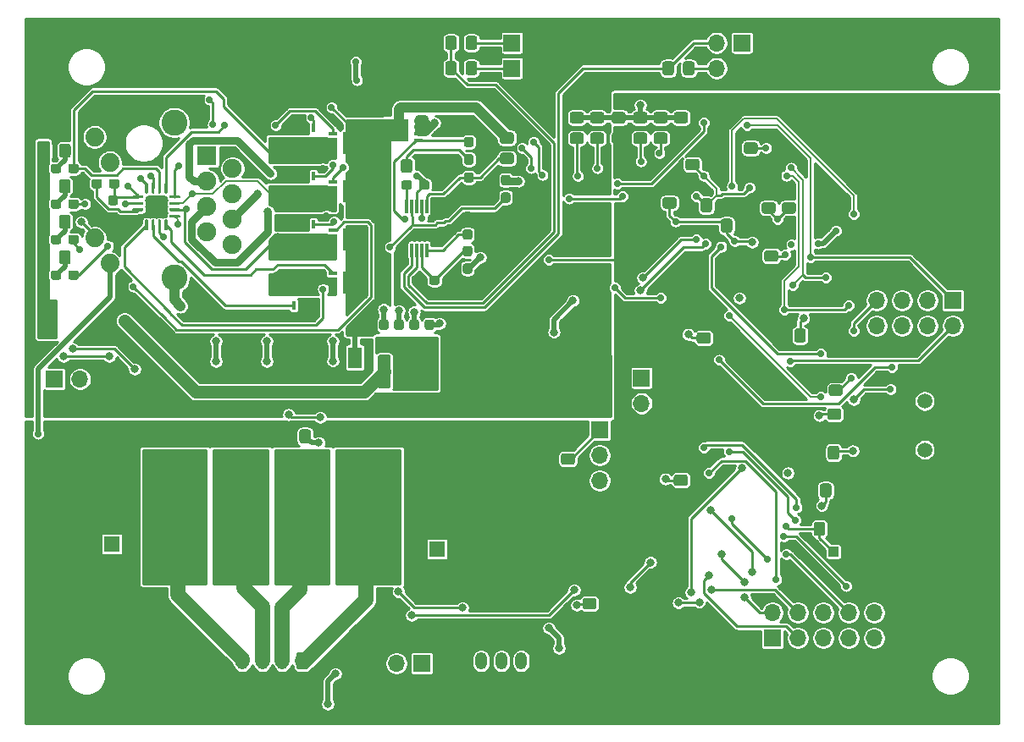
<source format=gbr>
%TF.GenerationSoftware,KiCad,Pcbnew,(5.1.12)-1*%
%TF.CreationDate,2022-03-07T22:11:42-06:00*%
%TF.ProjectId,PoE_Stepper_Driver,506f455f-5374-4657-9070-65725f447269,rev?*%
%TF.SameCoordinates,Original*%
%TF.FileFunction,Copper,L2,Bot*%
%TF.FilePolarity,Positive*%
%FSLAX46Y46*%
G04 Gerber Fmt 4.6, Leading zero omitted, Abs format (unit mm)*
G04 Created by KiCad (PCBNEW (5.1.12)-1) date 2022-03-07 22:11:42*
%MOMM*%
%LPD*%
G01*
G04 APERTURE LIST*
%TA.AperFunction,ComponentPad*%
%ADD10R,1.900000X1.900000*%
%TD*%
%TA.AperFunction,ComponentPad*%
%ADD11C,1.900000*%
%TD*%
%TA.AperFunction,ComponentPad*%
%ADD12C,1.890000*%
%TD*%
%TA.AperFunction,ComponentPad*%
%ADD13C,2.600000*%
%TD*%
%TA.AperFunction,SMDPad,CuDef*%
%ADD14R,1.400000X2.100000*%
%TD*%
%TA.AperFunction,ComponentPad*%
%ADD15O,1.200000X1.750000*%
%TD*%
%TA.AperFunction,ComponentPad*%
%ADD16C,1.500000*%
%TD*%
%TA.AperFunction,SMDPad,CuDef*%
%ADD17R,0.300000X1.400000*%
%TD*%
%TA.AperFunction,SMDPad,CuDef*%
%ADD18R,0.830000X0.400000*%
%TD*%
%TA.AperFunction,SMDPad,CuDef*%
%ADD19R,0.750000X0.400000*%
%TD*%
%TA.AperFunction,SMDPad,CuDef*%
%ADD20R,1.850000X2.250000*%
%TD*%
%TA.AperFunction,SMDPad,CuDef*%
%ADD21R,0.400000X0.750000*%
%TD*%
%TA.AperFunction,SMDPad,CuDef*%
%ADD22R,0.400000X0.830000*%
%TD*%
%TA.AperFunction,SMDPad,CuDef*%
%ADD23R,2.250000X1.850000*%
%TD*%
%TA.AperFunction,ComponentPad*%
%ADD24C,1.600000*%
%TD*%
%TA.AperFunction,ComponentPad*%
%ADD25R,1.600000X1.600000*%
%TD*%
%TA.AperFunction,ComponentPad*%
%ADD26R,1.700000X1.700000*%
%TD*%
%TA.AperFunction,ComponentPad*%
%ADD27O,1.700000X1.700000*%
%TD*%
%TA.AperFunction,SMDPad,CuDef*%
%ADD28R,1.000000X1.000000*%
%TD*%
%TA.AperFunction,ViaPad*%
%ADD29C,0.700000*%
%TD*%
%TA.AperFunction,ViaPad*%
%ADD30C,0.800000*%
%TD*%
%TA.AperFunction,Conductor*%
%ADD31C,0.254000*%
%TD*%
%TA.AperFunction,Conductor*%
%ADD32C,0.508000*%
%TD*%
%TA.AperFunction,Conductor*%
%ADD33C,1.016000*%
%TD*%
%TA.AperFunction,Conductor*%
%ADD34C,0.250000*%
%TD*%
%TA.AperFunction,Conductor*%
%ADD35C,0.203200*%
%TD*%
%TA.AperFunction,Conductor*%
%ADD36C,1.270000*%
%TD*%
%TA.AperFunction,Conductor*%
%ADD37C,0.762000*%
%TD*%
%TA.AperFunction,Conductor*%
%ADD38C,1.524000*%
%TD*%
%TA.AperFunction,Conductor*%
%ADD39C,0.100000*%
%TD*%
G04 APERTURE END LIST*
%TO.P,R40,2*%
%TO.N,GND*%
%TA.AperFunction,SMDPad,CuDef*%
G36*
G01*
X174821000Y-109543001D02*
X174821000Y-108642999D01*
G75*
G02*
X175070999Y-108393000I249999J0D01*
G01*
X175721001Y-108393000D01*
G75*
G02*
X175971000Y-108642999I0J-249999D01*
G01*
X175971000Y-109543001D01*
G75*
G02*
X175721001Y-109793000I-249999J0D01*
G01*
X175070999Y-109793000D01*
G75*
G02*
X174821000Y-109543001I0J249999D01*
G01*
G37*
%TD.AperFunction*%
%TO.P,R40,1*%
%TO.N,Net-(R40-Pad1)*%
%TA.AperFunction,SMDPad,CuDef*%
G36*
G01*
X172771000Y-109543001D02*
X172771000Y-108642999D01*
G75*
G02*
X173020999Y-108393000I249999J0D01*
G01*
X173671001Y-108393000D01*
G75*
G02*
X173921000Y-108642999I0J-249999D01*
G01*
X173921000Y-109543001D01*
G75*
G02*
X173671001Y-109793000I-249999J0D01*
G01*
X173020999Y-109793000D01*
G75*
G02*
X172771000Y-109543001I0J249999D01*
G01*
G37*
%TD.AperFunction*%
%TD*%
D10*
%TO.P,J1,1*%
%TO.N,Net-(J1-Pad1)*%
X112141000Y-71755000D03*
D11*
%TO.P,J1,2*%
%TO.N,Net-(J1-Pad2)*%
X114681000Y-73025000D03*
%TO.P,J1,3*%
%TO.N,Net-(J1-Pad3)*%
X112141000Y-74295000D03*
%TO.P,J1,4*%
%TO.N,Net-(J1-Pad4)*%
X114681000Y-75565000D03*
%TO.P,J1,5*%
%TO.N,Net-(J1-Pad5)*%
X112141000Y-76835000D03*
%TO.P,J1,6*%
%TO.N,Net-(J1-Pad6)*%
X114681000Y-78105000D03*
%TO.P,J1,7*%
%TO.N,Net-(J1-Pad7)*%
X112141000Y-79375000D03*
%TO.P,J1,8*%
%TO.N,Net-(J1-Pad8)*%
X114681000Y-80645000D03*
D12*
%TO.P,J1,12*%
%TO.N,+3V3*%
X102421000Y-82525000D03*
%TO.P,J1,11*%
%TO.N,Net-(J1-Pad11)*%
X100901000Y-79985000D03*
%TO.P,J1,10*%
%TO.N,+3V3*%
X102421000Y-72415000D03*
%TO.P,J1,9*%
%TO.N,Net-(J1-Pad9)*%
X100901000Y-69875000D03*
D13*
%TO.P,J1,*%
%TO.N,*%
X108851000Y-68425000D03*
%TO.P,J1,13*%
%TO.N,GNDPWR*%
X108851000Y-83975000D03*
%TD*%
%TO.P,RT4,1*%
%TO.N,/Ethernet/POE_CT78*%
%TA.AperFunction,SMDPad,CuDef*%
G36*
G01*
X99317000Y-79899500D02*
X99317000Y-80374500D01*
G75*
G02*
X99079500Y-80612000I-237500J0D01*
G01*
X98504500Y-80612000D01*
G75*
G02*
X98267000Y-80374500I0J237500D01*
G01*
X98267000Y-79899500D01*
G75*
G02*
X98504500Y-79662000I237500J0D01*
G01*
X99079500Y-79662000D01*
G75*
G02*
X99317000Y-79899500I0J-237500D01*
G01*
G37*
%TD.AperFunction*%
%TO.P,RT4,2*%
%TO.N,Net-(CT4-Pad1)*%
%TA.AperFunction,SMDPad,CuDef*%
G36*
G01*
X97567000Y-79899500D02*
X97567000Y-80374500D01*
G75*
G02*
X97329500Y-80612000I-237500J0D01*
G01*
X96754500Y-80612000D01*
G75*
G02*
X96517000Y-80374500I0J237500D01*
G01*
X96517000Y-79899500D01*
G75*
G02*
X96754500Y-79662000I237500J0D01*
G01*
X97329500Y-79662000D01*
G75*
G02*
X97567000Y-79899500I0J-237500D01*
G01*
G37*
%TD.AperFunction*%
%TD*%
%TO.P,C5,2*%
%TO.N,VOUT-*%
%TA.AperFunction,SMDPad,CuDef*%
G36*
G01*
X102505500Y-77439000D02*
X102980500Y-77439000D01*
G75*
G02*
X103218000Y-77676500I0J-237500D01*
G01*
X103218000Y-78251500D01*
G75*
G02*
X102980500Y-78489000I-237500J0D01*
G01*
X102505500Y-78489000D01*
G75*
G02*
X102268000Y-78251500I0J237500D01*
G01*
X102268000Y-77676500D01*
G75*
G02*
X102505500Y-77439000I237500J0D01*
G01*
G37*
%TD.AperFunction*%
%TO.P,C5,1*%
%TO.N,/Ethernet/VPORTP*%
%TA.AperFunction,SMDPad,CuDef*%
G36*
G01*
X102505500Y-75689000D02*
X102980500Y-75689000D01*
G75*
G02*
X103218000Y-75926500I0J-237500D01*
G01*
X103218000Y-76501500D01*
G75*
G02*
X102980500Y-76739000I-237500J0D01*
G01*
X102505500Y-76739000D01*
G75*
G02*
X102268000Y-76501500I0J237500D01*
G01*
X102268000Y-75926500D01*
G75*
G02*
X102505500Y-75689000I237500J0D01*
G01*
G37*
%TD.AperFunction*%
%TD*%
%TO.P,C1,1*%
%TO.N,Net-(C1-Pad1)*%
%TA.AperFunction,SMDPad,CuDef*%
G36*
G01*
X138065500Y-73403000D02*
X138540500Y-73403000D01*
G75*
G02*
X138778000Y-73640500I0J-237500D01*
G01*
X138778000Y-74215500D01*
G75*
G02*
X138540500Y-74453000I-237500J0D01*
G01*
X138065500Y-74453000D01*
G75*
G02*
X137828000Y-74215500I0J237500D01*
G01*
X137828000Y-73640500D01*
G75*
G02*
X138065500Y-73403000I237500J0D01*
G01*
G37*
%TD.AperFunction*%
%TO.P,C1,2*%
%TO.N,VOUT-*%
%TA.AperFunction,SMDPad,CuDef*%
G36*
G01*
X138065500Y-75153000D02*
X138540500Y-75153000D01*
G75*
G02*
X138778000Y-75390500I0J-237500D01*
G01*
X138778000Y-75965500D01*
G75*
G02*
X138540500Y-76203000I-237500J0D01*
G01*
X138065500Y-76203000D01*
G75*
G02*
X137828000Y-75965500I0J237500D01*
G01*
X137828000Y-75390500D01*
G75*
G02*
X138065500Y-75153000I237500J0D01*
G01*
G37*
%TD.AperFunction*%
%TD*%
%TO.P,C3,2*%
%TO.N,VOUT-*%
%TA.AperFunction,SMDPad,CuDef*%
G36*
G01*
X133555000Y-73221001D02*
X133555000Y-72320999D01*
G75*
G02*
X133804999Y-72071000I249999J0D01*
G01*
X134455001Y-72071000D01*
G75*
G02*
X134705000Y-72320999I0J-249999D01*
G01*
X134705000Y-73221001D01*
G75*
G02*
X134455001Y-73471000I-249999J0D01*
G01*
X133804999Y-73471000D01*
G75*
G02*
X133555000Y-73221001I0J249999D01*
G01*
G37*
%TD.AperFunction*%
%TO.P,C3,1*%
%TO.N,Net-(C3-Pad1)*%
%TA.AperFunction,SMDPad,CuDef*%
G36*
G01*
X131505000Y-73221001D02*
X131505000Y-72320999D01*
G75*
G02*
X131754999Y-72071000I249999J0D01*
G01*
X132405001Y-72071000D01*
G75*
G02*
X132655000Y-72320999I0J-249999D01*
G01*
X132655000Y-73221001D01*
G75*
G02*
X132405001Y-73471000I-249999J0D01*
G01*
X131754999Y-73471000D01*
G75*
G02*
X131505000Y-73221001I0J249999D01*
G01*
G37*
%TD.AperFunction*%
%TD*%
%TO.P,C7,2*%
%TO.N,GND*%
%TA.AperFunction,SMDPad,CuDef*%
G36*
G01*
X159939117Y-102747967D02*
X159039115Y-102747967D01*
G75*
G02*
X158789116Y-102497968I0J249999D01*
G01*
X158789116Y-101847966D01*
G75*
G02*
X159039115Y-101597967I249999J0D01*
G01*
X159939117Y-101597967D01*
G75*
G02*
X160189116Y-101847966I0J-249999D01*
G01*
X160189116Y-102497968D01*
G75*
G02*
X159939117Y-102747967I-249999J0D01*
G01*
G37*
%TD.AperFunction*%
%TO.P,C7,1*%
%TO.N,+3V3*%
%TA.AperFunction,SMDPad,CuDef*%
G36*
G01*
X159939117Y-104797967D02*
X159039115Y-104797967D01*
G75*
G02*
X158789116Y-104547968I0J249999D01*
G01*
X158789116Y-103897966D01*
G75*
G02*
X159039115Y-103647967I249999J0D01*
G01*
X159939117Y-103647967D01*
G75*
G02*
X160189116Y-103897966I0J-249999D01*
G01*
X160189116Y-104547968D01*
G75*
G02*
X159939117Y-104797967I-249999J0D01*
G01*
G37*
%TD.AperFunction*%
%TD*%
%TO.P,C14,2*%
%TO.N,GND*%
%TA.AperFunction,SMDPad,CuDef*%
G36*
G01*
X149917999Y-118052000D02*
X150818001Y-118052000D01*
G75*
G02*
X151068000Y-118301999I0J-249999D01*
G01*
X151068000Y-118952001D01*
G75*
G02*
X150818001Y-119202000I-249999J0D01*
G01*
X149917999Y-119202000D01*
G75*
G02*
X149668000Y-118952001I0J249999D01*
G01*
X149668000Y-118301999D01*
G75*
G02*
X149917999Y-118052000I249999J0D01*
G01*
G37*
%TD.AperFunction*%
%TO.P,C14,1*%
%TO.N,+3V3*%
%TA.AperFunction,SMDPad,CuDef*%
G36*
G01*
X149917999Y-116002000D02*
X150818001Y-116002000D01*
G75*
G02*
X151068000Y-116251999I0J-249999D01*
G01*
X151068000Y-116902001D01*
G75*
G02*
X150818001Y-117152000I-249999J0D01*
G01*
X149917999Y-117152000D01*
G75*
G02*
X149668000Y-116902001I0J249999D01*
G01*
X149668000Y-116251999D01*
G75*
G02*
X149917999Y-116002000I249999J0D01*
G01*
G37*
%TD.AperFunction*%
%TD*%
%TO.P,C26,1*%
%TO.N,Net-(C26-Pad1)*%
%TA.AperFunction,SMDPad,CuDef*%
G36*
G01*
X161468000Y-77158001D02*
X161468000Y-76257999D01*
G75*
G02*
X161717999Y-76008000I249999J0D01*
G01*
X162368001Y-76008000D01*
G75*
G02*
X162618000Y-76257999I0J-249999D01*
G01*
X162618000Y-77158001D01*
G75*
G02*
X162368001Y-77408000I-249999J0D01*
G01*
X161717999Y-77408000D01*
G75*
G02*
X161468000Y-77158001I0J249999D01*
G01*
G37*
%TD.AperFunction*%
%TO.P,C26,2*%
%TO.N,GND*%
%TA.AperFunction,SMDPad,CuDef*%
G36*
G01*
X163518000Y-77158001D02*
X163518000Y-76257999D01*
G75*
G02*
X163767999Y-76008000I249999J0D01*
G01*
X164418001Y-76008000D01*
G75*
G02*
X164668000Y-76257999I0J-249999D01*
G01*
X164668000Y-77158001D01*
G75*
G02*
X164418001Y-77408000I-249999J0D01*
G01*
X163767999Y-77408000D01*
G75*
G02*
X163518000Y-77158001I0J249999D01*
G01*
G37*
%TD.AperFunction*%
%TD*%
%TO.P,C27,2*%
%TO.N,GND*%
%TA.AperFunction,SMDPad,CuDef*%
G36*
G01*
X168725001Y-75496000D02*
X167824999Y-75496000D01*
G75*
G02*
X167575000Y-75246001I0J249999D01*
G01*
X167575000Y-74595999D01*
G75*
G02*
X167824999Y-74346000I249999J0D01*
G01*
X168725001Y-74346000D01*
G75*
G02*
X168975000Y-74595999I0J-249999D01*
G01*
X168975000Y-75246001D01*
G75*
G02*
X168725001Y-75496000I-249999J0D01*
G01*
G37*
%TD.AperFunction*%
%TO.P,C27,1*%
%TO.N,Net-(C26-Pad1)*%
%TA.AperFunction,SMDPad,CuDef*%
G36*
G01*
X168725001Y-77546000D02*
X167824999Y-77546000D01*
G75*
G02*
X167575000Y-77296001I0J249999D01*
G01*
X167575000Y-76645999D01*
G75*
G02*
X167824999Y-76396000I249999J0D01*
G01*
X168725001Y-76396000D01*
G75*
G02*
X168975000Y-76645999I0J-249999D01*
G01*
X168975000Y-77296001D01*
G75*
G02*
X168725001Y-77546000I-249999J0D01*
G01*
G37*
%TD.AperFunction*%
%TD*%
%TO.P,C28,1*%
%TO.N,Net-(C26-Pad1)*%
%TA.AperFunction,SMDPad,CuDef*%
G36*
G01*
X160204999Y-72060000D02*
X161105001Y-72060000D01*
G75*
G02*
X161355000Y-72309999I0J-249999D01*
G01*
X161355000Y-72960001D01*
G75*
G02*
X161105001Y-73210000I-249999J0D01*
G01*
X160204999Y-73210000D01*
G75*
G02*
X159955000Y-72960001I0J249999D01*
G01*
X159955000Y-72309999D01*
G75*
G02*
X160204999Y-72060000I249999J0D01*
G01*
G37*
%TD.AperFunction*%
%TO.P,C28,2*%
%TO.N,GND*%
%TA.AperFunction,SMDPad,CuDef*%
G36*
G01*
X160204999Y-74110000D02*
X161105001Y-74110000D01*
G75*
G02*
X161355000Y-74359999I0J-249999D01*
G01*
X161355000Y-75010001D01*
G75*
G02*
X161105001Y-75260000I-249999J0D01*
G01*
X160204999Y-75260000D01*
G75*
G02*
X159955000Y-75010001I0J249999D01*
G01*
X159955000Y-74359999D01*
G75*
G02*
X160204999Y-74110000I249999J0D01*
G01*
G37*
%TD.AperFunction*%
%TD*%
%TO.P,C30,1*%
%TO.N,+3V3*%
%TA.AperFunction,SMDPad,CuDef*%
G36*
G01*
X158819001Y-77038000D02*
X157918999Y-77038000D01*
G75*
G02*
X157669000Y-76788001I0J249999D01*
G01*
X157669000Y-76137999D01*
G75*
G02*
X157918999Y-75888000I249999J0D01*
G01*
X158819001Y-75888000D01*
G75*
G02*
X159069000Y-76137999I0J-249999D01*
G01*
X159069000Y-76788001D01*
G75*
G02*
X158819001Y-77038000I-249999J0D01*
G01*
G37*
%TD.AperFunction*%
%TO.P,C30,2*%
%TO.N,GND*%
%TA.AperFunction,SMDPad,CuDef*%
G36*
G01*
X158819001Y-74988000D02*
X157918999Y-74988000D01*
G75*
G02*
X157669000Y-74738001I0J249999D01*
G01*
X157669000Y-74087999D01*
G75*
G02*
X157918999Y-73838000I249999J0D01*
G01*
X158819001Y-73838000D01*
G75*
G02*
X159069000Y-74087999I0J-249999D01*
G01*
X159069000Y-74738001D01*
G75*
G02*
X158819001Y-74988000I-249999J0D01*
G01*
G37*
%TD.AperFunction*%
%TD*%
%TO.P,C31,1*%
%TO.N,+3V3*%
%TA.AperFunction,SMDPad,CuDef*%
G36*
G01*
X166046999Y-70409000D02*
X166947001Y-70409000D01*
G75*
G02*
X167197000Y-70658999I0J-249999D01*
G01*
X167197000Y-71309001D01*
G75*
G02*
X166947001Y-71559000I-249999J0D01*
G01*
X166046999Y-71559000D01*
G75*
G02*
X165797000Y-71309001I0J249999D01*
G01*
X165797000Y-70658999D01*
G75*
G02*
X166046999Y-70409000I249999J0D01*
G01*
G37*
%TD.AperFunction*%
%TO.P,C31,2*%
%TO.N,GND*%
%TA.AperFunction,SMDPad,CuDef*%
G36*
G01*
X166046999Y-72459000D02*
X166947001Y-72459000D01*
G75*
G02*
X167197000Y-72708999I0J-249999D01*
G01*
X167197000Y-73359001D01*
G75*
G02*
X166947001Y-73609000I-249999J0D01*
G01*
X166046999Y-73609000D01*
G75*
G02*
X165797000Y-73359001I0J249999D01*
G01*
X165797000Y-72708999D01*
G75*
G02*
X166046999Y-72459000I249999J0D01*
G01*
G37*
%TD.AperFunction*%
%TD*%
%TO.P,C32,2*%
%TO.N,GND*%
%TA.AperFunction,SMDPad,CuDef*%
G36*
G01*
X165550000Y-79190001D02*
X165550000Y-78289999D01*
G75*
G02*
X165799999Y-78040000I249999J0D01*
G01*
X166450001Y-78040000D01*
G75*
G02*
X166700000Y-78289999I0J-249999D01*
G01*
X166700000Y-79190001D01*
G75*
G02*
X166450001Y-79440000I-249999J0D01*
G01*
X165799999Y-79440000D01*
G75*
G02*
X165550000Y-79190001I0J249999D01*
G01*
G37*
%TD.AperFunction*%
%TO.P,C32,1*%
%TO.N,+3V3*%
%TA.AperFunction,SMDPad,CuDef*%
G36*
G01*
X163500000Y-79190001D02*
X163500000Y-78289999D01*
G75*
G02*
X163749999Y-78040000I249999J0D01*
G01*
X164400001Y-78040000D01*
G75*
G02*
X164650000Y-78289999I0J-249999D01*
G01*
X164650000Y-79190001D01*
G75*
G02*
X164400001Y-79440000I-249999J0D01*
G01*
X163749999Y-79440000D01*
G75*
G02*
X163500000Y-79190001I0J249999D01*
G01*
G37*
%TD.AperFunction*%
%TD*%
%TO.P,C34,2*%
%TO.N,GND*%
%TA.AperFunction,SMDPad,CuDef*%
G36*
G01*
X161325114Y-91464966D02*
X162225116Y-91464966D01*
G75*
G02*
X162475115Y-91714965I0J-249999D01*
G01*
X162475115Y-92364967D01*
G75*
G02*
X162225116Y-92614966I-249999J0D01*
G01*
X161325114Y-92614966D01*
G75*
G02*
X161075115Y-92364967I0J249999D01*
G01*
X161075115Y-91714965D01*
G75*
G02*
X161325114Y-91464966I249999J0D01*
G01*
G37*
%TD.AperFunction*%
%TO.P,C34,1*%
%TO.N,+3V3*%
%TA.AperFunction,SMDPad,CuDef*%
G36*
G01*
X161325114Y-89414966D02*
X162225116Y-89414966D01*
G75*
G02*
X162475115Y-89664965I0J-249999D01*
G01*
X162475115Y-90314967D01*
G75*
G02*
X162225116Y-90564966I-249999J0D01*
G01*
X161325114Y-90564966D01*
G75*
G02*
X161075115Y-90314967I0J249999D01*
G01*
X161075115Y-89664965D01*
G75*
G02*
X161325114Y-89414966I249999J0D01*
G01*
G37*
%TD.AperFunction*%
%TD*%
%TO.P,C35,1*%
%TO.N,+3V3*%
%TA.AperFunction,SMDPad,CuDef*%
G36*
G01*
X170843115Y-90194968D02*
X170843115Y-89294966D01*
G75*
G02*
X171093114Y-89044967I249999J0D01*
G01*
X171743116Y-89044967D01*
G75*
G02*
X171993115Y-89294966I0J-249999D01*
G01*
X171993115Y-90194968D01*
G75*
G02*
X171743116Y-90444967I-249999J0D01*
G01*
X171093114Y-90444967D01*
G75*
G02*
X170843115Y-90194968I0J249999D01*
G01*
G37*
%TD.AperFunction*%
%TO.P,C35,2*%
%TO.N,GND*%
%TA.AperFunction,SMDPad,CuDef*%
G36*
G01*
X172893115Y-90194968D02*
X172893115Y-89294966D01*
G75*
G02*
X173143114Y-89044967I249999J0D01*
G01*
X173793116Y-89044967D01*
G75*
G02*
X174043115Y-89294966I0J-249999D01*
G01*
X174043115Y-90194968D01*
G75*
G02*
X173793116Y-90444967I-249999J0D01*
G01*
X173143114Y-90444967D01*
G75*
G02*
X172893115Y-90194968I0J249999D01*
G01*
G37*
%TD.AperFunction*%
%TD*%
%TO.P,C36,1*%
%TO.N,+3V3*%
%TA.AperFunction,SMDPad,CuDef*%
G36*
G01*
X175433117Y-95789967D02*
X174533115Y-95789967D01*
G75*
G02*
X174283116Y-95539968I0J249999D01*
G01*
X174283116Y-94889966D01*
G75*
G02*
X174533115Y-94639967I249999J0D01*
G01*
X175433117Y-94639967D01*
G75*
G02*
X175683116Y-94889966I0J-249999D01*
G01*
X175683116Y-95539968D01*
G75*
G02*
X175433117Y-95789967I-249999J0D01*
G01*
G37*
%TD.AperFunction*%
%TO.P,C36,2*%
%TO.N,GND*%
%TA.AperFunction,SMDPad,CuDef*%
G36*
G01*
X175433117Y-93739967D02*
X174533115Y-93739967D01*
G75*
G02*
X174283116Y-93489968I0J249999D01*
G01*
X174283116Y-92839966D01*
G75*
G02*
X174533115Y-92589967I249999J0D01*
G01*
X175433117Y-92589967D01*
G75*
G02*
X175683116Y-92839966I0J-249999D01*
G01*
X175683116Y-93489968D01*
G75*
G02*
X175433117Y-93739967I-249999J0D01*
G01*
G37*
%TD.AperFunction*%
%TD*%
%TO.P,C37,2*%
%TO.N,GND*%
%TA.AperFunction,SMDPad,CuDef*%
G36*
G01*
X174406115Y-99084967D02*
X175306117Y-99084967D01*
G75*
G02*
X175556116Y-99334966I0J-249999D01*
G01*
X175556116Y-99984968D01*
G75*
G02*
X175306117Y-100234967I-249999J0D01*
G01*
X174406115Y-100234967D01*
G75*
G02*
X174156116Y-99984968I0J249999D01*
G01*
X174156116Y-99334966D01*
G75*
G02*
X174406115Y-99084967I249999J0D01*
G01*
G37*
%TD.AperFunction*%
%TO.P,C37,1*%
%TO.N,+3V3*%
%TA.AperFunction,SMDPad,CuDef*%
G36*
G01*
X174406115Y-97034967D02*
X175306117Y-97034967D01*
G75*
G02*
X175556116Y-97284966I0J-249999D01*
G01*
X175556116Y-97934968D01*
G75*
G02*
X175306117Y-98184967I-249999J0D01*
G01*
X174406115Y-98184967D01*
G75*
G02*
X174156116Y-97934968I0J249999D01*
G01*
X174156116Y-97284966D01*
G75*
G02*
X174406115Y-97034967I249999J0D01*
G01*
G37*
%TD.AperFunction*%
%TD*%
%TO.P,C38,1*%
%TO.N,+3V3*%
%TA.AperFunction,SMDPad,CuDef*%
G36*
G01*
X174551116Y-104788966D02*
X174551116Y-105688968D01*
G75*
G02*
X174301117Y-105938967I-249999J0D01*
G01*
X173651115Y-105938967D01*
G75*
G02*
X173401116Y-105688968I0J249999D01*
G01*
X173401116Y-104788966D01*
G75*
G02*
X173651115Y-104538967I249999J0D01*
G01*
X174301117Y-104538967D01*
G75*
G02*
X174551116Y-104788966I0J-249999D01*
G01*
G37*
%TD.AperFunction*%
%TO.P,C38,2*%
%TO.N,GND*%
%TA.AperFunction,SMDPad,CuDef*%
G36*
G01*
X172501116Y-104788966D02*
X172501116Y-105688968D01*
G75*
G02*
X172251117Y-105938967I-249999J0D01*
G01*
X171601115Y-105938967D01*
G75*
G02*
X171351116Y-105688968I0J249999D01*
G01*
X171351116Y-104788966D01*
G75*
G02*
X171601115Y-104538967I249999J0D01*
G01*
X172251117Y-104538967D01*
G75*
G02*
X172501116Y-104788966I0J-249999D01*
G01*
G37*
%TD.AperFunction*%
%TD*%
%TO.P,C39,1*%
%TO.N,+3V3*%
%TA.AperFunction,SMDPad,CuDef*%
G36*
G01*
X175336000Y-101022999D02*
X175336000Y-101923001D01*
G75*
G02*
X175086001Y-102173000I-249999J0D01*
G01*
X174435999Y-102173000D01*
G75*
G02*
X174186000Y-101923001I0J249999D01*
G01*
X174186000Y-101022999D01*
G75*
G02*
X174435999Y-100773000I249999J0D01*
G01*
X175086001Y-100773000D01*
G75*
G02*
X175336000Y-101022999I0J-249999D01*
G01*
G37*
%TD.AperFunction*%
%TO.P,C39,2*%
%TO.N,GND*%
%TA.AperFunction,SMDPad,CuDef*%
G36*
G01*
X173286000Y-101022999D02*
X173286000Y-101923001D01*
G75*
G02*
X173036001Y-102173000I-249999J0D01*
G01*
X172385999Y-102173000D01*
G75*
G02*
X172136000Y-101923001I0J249999D01*
G01*
X172136000Y-101022999D01*
G75*
G02*
X172385999Y-100773000I249999J0D01*
G01*
X173036001Y-100773000D01*
G75*
G02*
X173286000Y-101022999I0J-249999D01*
G01*
G37*
%TD.AperFunction*%
%TD*%
%TO.P,CG2,1*%
%TO.N,Net-(CG2-Pad1)*%
%TA.AperFunction,SMDPad,CuDef*%
G36*
G01*
X134955000Y-91895000D02*
X134955000Y-94795000D01*
G75*
G02*
X134705000Y-95045000I-250000J0D01*
G01*
X133905000Y-95045000D01*
G75*
G02*
X133655000Y-94795000I0J250000D01*
G01*
X133655000Y-91895000D01*
G75*
G02*
X133905000Y-91645000I250000J0D01*
G01*
X134705000Y-91645000D01*
G75*
G02*
X134955000Y-91895000I0J-250000D01*
G01*
G37*
%TD.AperFunction*%
%TO.P,CG2,2*%
%TO.N,GNDPWR*%
%TA.AperFunction,SMDPad,CuDef*%
G36*
G01*
X130505000Y-91895000D02*
X130505000Y-94795000D01*
G75*
G02*
X130255000Y-95045000I-250000J0D01*
G01*
X129455000Y-95045000D01*
G75*
G02*
X129205000Y-94795000I0J250000D01*
G01*
X129205000Y-91895000D01*
G75*
G02*
X129455000Y-91645000I250000J0D01*
G01*
X130255000Y-91645000D01*
G75*
G02*
X130505000Y-91895000I0J-250000D01*
G01*
G37*
%TD.AperFunction*%
%TD*%
%TO.P,CT1,2*%
%TO.N,Net-(CG1-Pad1)*%
%TA.AperFunction,SMDPad,CuDef*%
G36*
G01*
X96460000Y-70796999D02*
X96460000Y-71697001D01*
G75*
G02*
X96210001Y-71947000I-249999J0D01*
G01*
X95559999Y-71947000D01*
G75*
G02*
X95310000Y-71697001I0J249999D01*
G01*
X95310000Y-70796999D01*
G75*
G02*
X95559999Y-70547000I249999J0D01*
G01*
X96210001Y-70547000D01*
G75*
G02*
X96460000Y-70796999I0J-249999D01*
G01*
G37*
%TD.AperFunction*%
%TO.P,CT1,1*%
%TO.N,Net-(CT1-Pad1)*%
%TA.AperFunction,SMDPad,CuDef*%
G36*
G01*
X98510000Y-70796999D02*
X98510000Y-71697001D01*
G75*
G02*
X98260001Y-71947000I-249999J0D01*
G01*
X97609999Y-71947000D01*
G75*
G02*
X97360000Y-71697001I0J249999D01*
G01*
X97360000Y-70796999D01*
G75*
G02*
X97609999Y-70547000I249999J0D01*
G01*
X98260001Y-70547000D01*
G75*
G02*
X98510000Y-70796999I0J-249999D01*
G01*
G37*
%TD.AperFunction*%
%TD*%
%TO.P,CT2,1*%
%TO.N,Net-(CT2-Pad1)*%
%TA.AperFunction,SMDPad,CuDef*%
G36*
G01*
X98501000Y-74352999D02*
X98501000Y-75253001D01*
G75*
G02*
X98251001Y-75503000I-249999J0D01*
G01*
X97600999Y-75503000D01*
G75*
G02*
X97351000Y-75253001I0J249999D01*
G01*
X97351000Y-74352999D01*
G75*
G02*
X97600999Y-74103000I249999J0D01*
G01*
X98251001Y-74103000D01*
G75*
G02*
X98501000Y-74352999I0J-249999D01*
G01*
G37*
%TD.AperFunction*%
%TO.P,CT2,2*%
%TO.N,Net-(CG1-Pad1)*%
%TA.AperFunction,SMDPad,CuDef*%
G36*
G01*
X96451000Y-74352999D02*
X96451000Y-75253001D01*
G75*
G02*
X96201001Y-75503000I-249999J0D01*
G01*
X95550999Y-75503000D01*
G75*
G02*
X95301000Y-75253001I0J249999D01*
G01*
X95301000Y-74352999D01*
G75*
G02*
X95550999Y-74103000I249999J0D01*
G01*
X96201001Y-74103000D01*
G75*
G02*
X96451000Y-74352999I0J-249999D01*
G01*
G37*
%TD.AperFunction*%
%TD*%
%TO.P,CT3,1*%
%TO.N,Net-(CT3-Pad1)*%
%TA.AperFunction,SMDPad,CuDef*%
G36*
G01*
X98501000Y-81464999D02*
X98501000Y-82365001D01*
G75*
G02*
X98251001Y-82615000I-249999J0D01*
G01*
X97600999Y-82615000D01*
G75*
G02*
X97351000Y-82365001I0J249999D01*
G01*
X97351000Y-81464999D01*
G75*
G02*
X97600999Y-81215000I249999J0D01*
G01*
X98251001Y-81215000D01*
G75*
G02*
X98501000Y-81464999I0J-249999D01*
G01*
G37*
%TD.AperFunction*%
%TO.P,CT3,2*%
%TO.N,Net-(CG1-Pad1)*%
%TA.AperFunction,SMDPad,CuDef*%
G36*
G01*
X96451000Y-81464999D02*
X96451000Y-82365001D01*
G75*
G02*
X96201001Y-82615000I-249999J0D01*
G01*
X95550999Y-82615000D01*
G75*
G02*
X95301000Y-82365001I0J249999D01*
G01*
X95301000Y-81464999D01*
G75*
G02*
X95550999Y-81215000I249999J0D01*
G01*
X96201001Y-81215000D01*
G75*
G02*
X96451000Y-81464999I0J-249999D01*
G01*
G37*
%TD.AperFunction*%
%TD*%
%TO.P,CT4,2*%
%TO.N,Net-(CG1-Pad1)*%
%TA.AperFunction,SMDPad,CuDef*%
G36*
G01*
X96451000Y-77908999D02*
X96451000Y-78809001D01*
G75*
G02*
X96201001Y-79059000I-249999J0D01*
G01*
X95550999Y-79059000D01*
G75*
G02*
X95301000Y-78809001I0J249999D01*
G01*
X95301000Y-77908999D01*
G75*
G02*
X95550999Y-77659000I249999J0D01*
G01*
X96201001Y-77659000D01*
G75*
G02*
X96451000Y-77908999I0J-249999D01*
G01*
G37*
%TD.AperFunction*%
%TO.P,CT4,1*%
%TO.N,Net-(CT4-Pad1)*%
%TA.AperFunction,SMDPad,CuDef*%
G36*
G01*
X98501000Y-77908999D02*
X98501000Y-78809001D01*
G75*
G02*
X98251001Y-79059000I-249999J0D01*
G01*
X97600999Y-79059000D01*
G75*
G02*
X97351000Y-78809001I0J249999D01*
G01*
X97351000Y-77908999D01*
G75*
G02*
X97600999Y-77659000I249999J0D01*
G01*
X98251001Y-77659000D01*
G75*
G02*
X98501000Y-77908999I0J-249999D01*
G01*
G37*
%TD.AperFunction*%
%TD*%
D14*
%TO.P,D2,2*%
%TO.N,VOUT-*%
X122514000Y-91948000D03*
%TO.P,D2,1*%
%TO.N,/Ethernet/VPORTP*%
X126914000Y-91948000D03*
%TD*%
%TO.P,J2,1*%
%TO.N,Net-(J2-Pad1)*%
%TA.AperFunction,ComponentPad*%
G36*
G01*
X122266000Y-121675999D02*
X122266000Y-122926001D01*
G75*
G02*
X122016001Y-123176000I-249999J0D01*
G01*
X121315999Y-123176000D01*
G75*
G02*
X121066000Y-122926001I0J249999D01*
G01*
X121066000Y-121675999D01*
G75*
G02*
X121315999Y-121426000I249999J0D01*
G01*
X122016001Y-121426000D01*
G75*
G02*
X122266000Y-121675999I0J-249999D01*
G01*
G37*
%TD.AperFunction*%
D15*
%TO.P,J2,2*%
%TO.N,Net-(J2-Pad2)*%
X119666000Y-122301000D03*
%TO.P,J2,3*%
%TO.N,Net-(J2-Pad3)*%
X117666000Y-122301000D03*
%TO.P,J2,4*%
%TO.N,Net-(J2-Pad4)*%
X115666000Y-122301000D03*
%TD*%
%TO.P,R4,1*%
%TO.N,Net-(JP1-Pad1)*%
%TA.AperFunction,SMDPad,CuDef*%
G36*
G01*
X139141000Y-60001999D02*
X139141000Y-60902001D01*
G75*
G02*
X138891001Y-61152000I-249999J0D01*
G01*
X138240999Y-61152000D01*
G75*
G02*
X137991000Y-60902001I0J249999D01*
G01*
X137991000Y-60001999D01*
G75*
G02*
X138240999Y-59752000I249999J0D01*
G01*
X138891001Y-59752000D01*
G75*
G02*
X139141000Y-60001999I0J-249999D01*
G01*
G37*
%TD.AperFunction*%
%TO.P,R4,2*%
%TO.N,/Ethernet/RCLASS*%
%TA.AperFunction,SMDPad,CuDef*%
G36*
G01*
X137091000Y-60001999D02*
X137091000Y-60902001D01*
G75*
G02*
X136841001Y-61152000I-249999J0D01*
G01*
X136190999Y-61152000D01*
G75*
G02*
X135941000Y-60902001I0J249999D01*
G01*
X135941000Y-60001999D01*
G75*
G02*
X136190999Y-59752000I249999J0D01*
G01*
X136841001Y-59752000D01*
G75*
G02*
X137091000Y-60001999I0J-249999D01*
G01*
G37*
%TD.AperFunction*%
%TD*%
%TO.P,R5,2*%
%TO.N,/Ethernet/RCLASS*%
%TA.AperFunction,SMDPad,CuDef*%
G36*
G01*
X137091000Y-62541999D02*
X137091000Y-63442001D01*
G75*
G02*
X136841001Y-63692000I-249999J0D01*
G01*
X136190999Y-63692000D01*
G75*
G02*
X135941000Y-63442001I0J249999D01*
G01*
X135941000Y-62541999D01*
G75*
G02*
X136190999Y-62292000I249999J0D01*
G01*
X136841001Y-62292000D01*
G75*
G02*
X137091000Y-62541999I0J-249999D01*
G01*
G37*
%TD.AperFunction*%
%TO.P,R5,1*%
%TO.N,Net-(JP3-Pad1)*%
%TA.AperFunction,SMDPad,CuDef*%
G36*
G01*
X139141000Y-62541999D02*
X139141000Y-63442001D01*
G75*
G02*
X138891001Y-63692000I-249999J0D01*
G01*
X138240999Y-63692000D01*
G75*
G02*
X137991000Y-63442001I0J249999D01*
G01*
X137991000Y-62541999D01*
G75*
G02*
X138240999Y-62292000I249999J0D01*
G01*
X138891001Y-62292000D01*
G75*
G02*
X139141000Y-62541999I0J-249999D01*
G01*
G37*
%TD.AperFunction*%
%TD*%
%TO.P,R6,1*%
%TO.N,/Ethernet/RCLASS++*%
%TA.AperFunction,SMDPad,CuDef*%
G36*
G01*
X157658000Y-63442001D02*
X157658000Y-62541999D01*
G75*
G02*
X157907999Y-62292000I249999J0D01*
G01*
X158558001Y-62292000D01*
G75*
G02*
X158808000Y-62541999I0J-249999D01*
G01*
X158808000Y-63442001D01*
G75*
G02*
X158558001Y-63692000I-249999J0D01*
G01*
X157907999Y-63692000D01*
G75*
G02*
X157658000Y-63442001I0J249999D01*
G01*
G37*
%TD.AperFunction*%
%TO.P,R6,2*%
%TO.N,Net-(JP4-Pad2)*%
%TA.AperFunction,SMDPad,CuDef*%
G36*
G01*
X159708000Y-63442001D02*
X159708000Y-62541999D01*
G75*
G02*
X159957999Y-62292000I249999J0D01*
G01*
X160608001Y-62292000D01*
G75*
G02*
X160858000Y-62541999I0J-249999D01*
G01*
X160858000Y-63442001D01*
G75*
G02*
X160608001Y-63692000I-249999J0D01*
G01*
X159957999Y-63692000D01*
G75*
G02*
X159708000Y-63442001I0J249999D01*
G01*
G37*
%TD.AperFunction*%
%TD*%
%TO.P,R9,2*%
%TO.N,Net-(R10-Pad1)*%
%TA.AperFunction,SMDPad,CuDef*%
G36*
G01*
X138413500Y-81819000D02*
X137938500Y-81819000D01*
G75*
G02*
X137701000Y-81581500I0J237500D01*
G01*
X137701000Y-81006500D01*
G75*
G02*
X137938500Y-80769000I237500J0D01*
G01*
X138413500Y-80769000D01*
G75*
G02*
X138651000Y-81006500I0J-237500D01*
G01*
X138651000Y-81581500D01*
G75*
G02*
X138413500Y-81819000I-237500J0D01*
G01*
G37*
%TD.AperFunction*%
%TO.P,R9,1*%
%TO.N,Net-(D1-Pad2)*%
%TA.AperFunction,SMDPad,CuDef*%
G36*
G01*
X138413500Y-83569000D02*
X137938500Y-83569000D01*
G75*
G02*
X137701000Y-83331500I0J237500D01*
G01*
X137701000Y-82756500D01*
G75*
G02*
X137938500Y-82519000I237500J0D01*
G01*
X138413500Y-82519000D01*
G75*
G02*
X138651000Y-82756500I0J-237500D01*
G01*
X138651000Y-83331500D01*
G75*
G02*
X138413500Y-83569000I-237500J0D01*
G01*
G37*
%TD.AperFunction*%
%TD*%
%TO.P,R10,1*%
%TO.N,Net-(R10-Pad1)*%
%TA.AperFunction,SMDPad,CuDef*%
G36*
G01*
X135385000Y-83963500D02*
X135385000Y-84438500D01*
G75*
G02*
X135147500Y-84676000I-237500J0D01*
G01*
X134572500Y-84676000D01*
G75*
G02*
X134335000Y-84438500I0J237500D01*
G01*
X134335000Y-83963500D01*
G75*
G02*
X134572500Y-83726000I237500J0D01*
G01*
X135147500Y-83726000D01*
G75*
G02*
X135385000Y-83963500I0J-237500D01*
G01*
G37*
%TD.AperFunction*%
%TO.P,R10,2*%
%TO.N,VOUT-*%
%TA.AperFunction,SMDPad,CuDef*%
G36*
G01*
X133635000Y-83963500D02*
X133635000Y-84438500D01*
G75*
G02*
X133397500Y-84676000I-237500J0D01*
G01*
X132822500Y-84676000D01*
G75*
G02*
X132585000Y-84438500I0J237500D01*
G01*
X132585000Y-83963500D01*
G75*
G02*
X132822500Y-83726000I237500J0D01*
G01*
X133397500Y-83726000D01*
G75*
G02*
X133635000Y-83963500I0J-237500D01*
G01*
G37*
%TD.AperFunction*%
%TD*%
%TO.P,R11,2*%
%TO.N,VOUT-*%
%TA.AperFunction,SMDPad,CuDef*%
G36*
G01*
X138413500Y-78404000D02*
X137938500Y-78404000D01*
G75*
G02*
X137701000Y-78166500I0J237500D01*
G01*
X137701000Y-77591500D01*
G75*
G02*
X137938500Y-77354000I237500J0D01*
G01*
X138413500Y-77354000D01*
G75*
G02*
X138651000Y-77591500I0J-237500D01*
G01*
X138651000Y-78166500D01*
G75*
G02*
X138413500Y-78404000I-237500J0D01*
G01*
G37*
%TD.AperFunction*%
%TO.P,R11,1*%
%TO.N,Net-(R11-Pad1)*%
%TA.AperFunction,SMDPad,CuDef*%
G36*
G01*
X138413500Y-80154000D02*
X137938500Y-80154000D01*
G75*
G02*
X137701000Y-79916500I0J237500D01*
G01*
X137701000Y-79341500D01*
G75*
G02*
X137938500Y-79104000I237500J0D01*
G01*
X138413500Y-79104000D01*
G75*
G02*
X138651000Y-79341500I0J-237500D01*
G01*
X138651000Y-79916500D01*
G75*
G02*
X138413500Y-80154000I-237500J0D01*
G01*
G37*
%TD.AperFunction*%
%TD*%
%TO.P,R12,2*%
%TO.N,Net-(C1-Pad1)*%
%TA.AperFunction,SMDPad,CuDef*%
G36*
G01*
X141662999Y-71443000D02*
X142563001Y-71443000D01*
G75*
G02*
X142813000Y-71692999I0J-249999D01*
G01*
X142813000Y-72343001D01*
G75*
G02*
X142563001Y-72593000I-249999J0D01*
G01*
X141662999Y-72593000D01*
G75*
G02*
X141413000Y-72343001I0J249999D01*
G01*
X141413000Y-71692999D01*
G75*
G02*
X141662999Y-71443000I249999J0D01*
G01*
G37*
%TD.AperFunction*%
%TO.P,R12,1*%
%TO.N,/Ethernet/VPORTP*%
%TA.AperFunction,SMDPad,CuDef*%
G36*
G01*
X141662999Y-69393000D02*
X142563001Y-69393000D01*
G75*
G02*
X142813000Y-69642999I0J-249999D01*
G01*
X142813000Y-70293001D01*
G75*
G02*
X142563001Y-70543000I-249999J0D01*
G01*
X141662999Y-70543000D01*
G75*
G02*
X141413000Y-70293001I0J249999D01*
G01*
X141413000Y-69642999D01*
G75*
G02*
X141662999Y-69393000I249999J0D01*
G01*
G37*
%TD.AperFunction*%
%TD*%
%TO.P,R13,1*%
%TO.N,Net-(Q1-Pad4)*%
%TA.AperFunction,SMDPad,CuDef*%
G36*
G01*
X138065500Y-69847000D02*
X138540500Y-69847000D01*
G75*
G02*
X138778000Y-70084500I0J-237500D01*
G01*
X138778000Y-70659500D01*
G75*
G02*
X138540500Y-70897000I-237500J0D01*
G01*
X138065500Y-70897000D01*
G75*
G02*
X137828000Y-70659500I0J237500D01*
G01*
X137828000Y-70084500D01*
G75*
G02*
X138065500Y-69847000I237500J0D01*
G01*
G37*
%TD.AperFunction*%
%TO.P,R13,2*%
%TO.N,Net-(C3-Pad1)*%
%TA.AperFunction,SMDPad,CuDef*%
G36*
G01*
X138065500Y-71597000D02*
X138540500Y-71597000D01*
G75*
G02*
X138778000Y-71834500I0J-237500D01*
G01*
X138778000Y-72409500D01*
G75*
G02*
X138540500Y-72647000I-237500J0D01*
G01*
X138065500Y-72647000D01*
G75*
G02*
X137828000Y-72409500I0J237500D01*
G01*
X137828000Y-71834500D01*
G75*
G02*
X138065500Y-71597000I237500J0D01*
G01*
G37*
%TD.AperFunction*%
%TD*%
%TO.P,R14,2*%
%TO.N,PWRGD*%
%TA.AperFunction,SMDPad,CuDef*%
G36*
G01*
X141748500Y-75407000D02*
X142223500Y-75407000D01*
G75*
G02*
X142461000Y-75644500I0J-237500D01*
G01*
X142461000Y-76219500D01*
G75*
G02*
X142223500Y-76457000I-237500J0D01*
G01*
X141748500Y-76457000D01*
G75*
G02*
X141511000Y-76219500I0J237500D01*
G01*
X141511000Y-75644500D01*
G75*
G02*
X141748500Y-75407000I237500J0D01*
G01*
G37*
%TD.AperFunction*%
%TO.P,R14,1*%
%TO.N,VOUT+*%
%TA.AperFunction,SMDPad,CuDef*%
G36*
G01*
X141748500Y-73657000D02*
X142223500Y-73657000D01*
G75*
G02*
X142461000Y-73894500I0J-237500D01*
G01*
X142461000Y-74469500D01*
G75*
G02*
X142223500Y-74707000I-237500J0D01*
G01*
X141748500Y-74707000D01*
G75*
G02*
X141511000Y-74469500I0J237500D01*
G01*
X141511000Y-73894500D01*
G75*
G02*
X141748500Y-73657000I237500J0D01*
G01*
G37*
%TD.AperFunction*%
%TD*%
%TO.P,R15,1*%
%TO.N,VOUT+*%
%TA.AperFunction,SMDPad,CuDef*%
G36*
G01*
X134369000Y-74438500D02*
X134369000Y-74913500D01*
G75*
G02*
X134131500Y-75151000I-237500J0D01*
G01*
X133556500Y-75151000D01*
G75*
G02*
X133319000Y-74913500I0J237500D01*
G01*
X133319000Y-74438500D01*
G75*
G02*
X133556500Y-74201000I237500J0D01*
G01*
X134131500Y-74201000D01*
G75*
G02*
X134369000Y-74438500I0J-237500D01*
G01*
G37*
%TD.AperFunction*%
%TO.P,R15,2*%
%TO.N,Net-(R15-Pad2)*%
%TA.AperFunction,SMDPad,CuDef*%
G36*
G01*
X132619000Y-74438500D02*
X132619000Y-74913500D01*
G75*
G02*
X132381500Y-75151000I-237500J0D01*
G01*
X131806500Y-75151000D01*
G75*
G02*
X131569000Y-74913500I0J237500D01*
G01*
X131569000Y-74438500D01*
G75*
G02*
X131806500Y-74201000I237500J0D01*
G01*
X132381500Y-74201000D01*
G75*
G02*
X132619000Y-74438500I0J-237500D01*
G01*
G37*
%TD.AperFunction*%
%TD*%
%TO.P,R18,1*%
%TO.N,/Ethernet/VPORTP*%
%TA.AperFunction,SMDPad,CuDef*%
G36*
G01*
X103381000Y-74311500D02*
X103381000Y-74786500D01*
G75*
G02*
X103143500Y-75024000I-237500J0D01*
G01*
X102568500Y-75024000D01*
G75*
G02*
X102331000Y-74786500I0J237500D01*
G01*
X102331000Y-74311500D01*
G75*
G02*
X102568500Y-74074000I237500J0D01*
G01*
X103143500Y-74074000D01*
G75*
G02*
X103381000Y-74311500I0J-237500D01*
G01*
G37*
%TD.AperFunction*%
%TO.P,R18,2*%
%TO.N,Net-(R18-Pad2)*%
%TA.AperFunction,SMDPad,CuDef*%
G36*
G01*
X101631000Y-74311500D02*
X101631000Y-74786500D01*
G75*
G02*
X101393500Y-75024000I-237500J0D01*
G01*
X100818500Y-75024000D01*
G75*
G02*
X100581000Y-74786500I0J237500D01*
G01*
X100581000Y-74311500D01*
G75*
G02*
X100818500Y-74074000I237500J0D01*
G01*
X101393500Y-74074000D01*
G75*
G02*
X101631000Y-74311500I0J-237500D01*
G01*
G37*
%TD.AperFunction*%
%TD*%
%TO.P,RT1,2*%
%TO.N,Net-(CT1-Pad1)*%
%TA.AperFunction,SMDPad,CuDef*%
G36*
G01*
X97567000Y-72787500D02*
X97567000Y-73262500D01*
G75*
G02*
X97329500Y-73500000I-237500J0D01*
G01*
X96754500Y-73500000D01*
G75*
G02*
X96517000Y-73262500I0J237500D01*
G01*
X96517000Y-72787500D01*
G75*
G02*
X96754500Y-72550000I237500J0D01*
G01*
X97329500Y-72550000D01*
G75*
G02*
X97567000Y-72787500I0J-237500D01*
G01*
G37*
%TD.AperFunction*%
%TO.P,RT1,1*%
%TO.N,/Ethernet/POE_CT12*%
%TA.AperFunction,SMDPad,CuDef*%
G36*
G01*
X99317000Y-72787500D02*
X99317000Y-73262500D01*
G75*
G02*
X99079500Y-73500000I-237500J0D01*
G01*
X98504500Y-73500000D01*
G75*
G02*
X98267000Y-73262500I0J237500D01*
G01*
X98267000Y-72787500D01*
G75*
G02*
X98504500Y-72550000I237500J0D01*
G01*
X99079500Y-72550000D01*
G75*
G02*
X99317000Y-72787500I0J-237500D01*
G01*
G37*
%TD.AperFunction*%
%TD*%
%TO.P,RT2,1*%
%TO.N,/Ethernet/POE_CT36*%
%TA.AperFunction,SMDPad,CuDef*%
G36*
G01*
X99317000Y-76343500D02*
X99317000Y-76818500D01*
G75*
G02*
X99079500Y-77056000I-237500J0D01*
G01*
X98504500Y-77056000D01*
G75*
G02*
X98267000Y-76818500I0J237500D01*
G01*
X98267000Y-76343500D01*
G75*
G02*
X98504500Y-76106000I237500J0D01*
G01*
X99079500Y-76106000D01*
G75*
G02*
X99317000Y-76343500I0J-237500D01*
G01*
G37*
%TD.AperFunction*%
%TO.P,RT2,2*%
%TO.N,Net-(CT2-Pad1)*%
%TA.AperFunction,SMDPad,CuDef*%
G36*
G01*
X97567000Y-76343500D02*
X97567000Y-76818500D01*
G75*
G02*
X97329500Y-77056000I-237500J0D01*
G01*
X96754500Y-77056000D01*
G75*
G02*
X96517000Y-76818500I0J237500D01*
G01*
X96517000Y-76343500D01*
G75*
G02*
X96754500Y-76106000I237500J0D01*
G01*
X97329500Y-76106000D01*
G75*
G02*
X97567000Y-76343500I0J-237500D01*
G01*
G37*
%TD.AperFunction*%
%TD*%
%TO.P,RT3,2*%
%TO.N,Net-(CT3-Pad1)*%
%TA.AperFunction,SMDPad,CuDef*%
G36*
G01*
X97567000Y-83455500D02*
X97567000Y-83930500D01*
G75*
G02*
X97329500Y-84168000I-237500J0D01*
G01*
X96754500Y-84168000D01*
G75*
G02*
X96517000Y-83930500I0J237500D01*
G01*
X96517000Y-83455500D01*
G75*
G02*
X96754500Y-83218000I237500J0D01*
G01*
X97329500Y-83218000D01*
G75*
G02*
X97567000Y-83455500I0J-237500D01*
G01*
G37*
%TD.AperFunction*%
%TO.P,RT3,1*%
%TO.N,/Ethernet/POE_CT45*%
%TA.AperFunction,SMDPad,CuDef*%
G36*
G01*
X99317000Y-83455500D02*
X99317000Y-83930500D01*
G75*
G02*
X99079500Y-84168000I-237500J0D01*
G01*
X98504500Y-84168000D01*
G75*
G02*
X98267000Y-83930500I0J237500D01*
G01*
X98267000Y-83455500D01*
G75*
G02*
X98504500Y-83218000I237500J0D01*
G01*
X99079500Y-83218000D01*
G75*
G02*
X99317000Y-83455500I0J-237500D01*
G01*
G37*
%TD.AperFunction*%
%TD*%
%TO.P,RT5,2*%
%TO.N,Net-(CG2-Pad1)*%
%TA.AperFunction,SMDPad,CuDef*%
G36*
G01*
X134128500Y-89885000D02*
X134603500Y-89885000D01*
G75*
G02*
X134841000Y-90122500I0J-237500D01*
G01*
X134841000Y-90697500D01*
G75*
G02*
X134603500Y-90935000I-237500J0D01*
G01*
X134128500Y-90935000D01*
G75*
G02*
X133891000Y-90697500I0J237500D01*
G01*
X133891000Y-90122500D01*
G75*
G02*
X134128500Y-89885000I237500J0D01*
G01*
G37*
%TD.AperFunction*%
%TO.P,RT5,1*%
%TO.N,Net-(RT5-Pad1)*%
%TA.AperFunction,SMDPad,CuDef*%
G36*
G01*
X134128500Y-88135000D02*
X134603500Y-88135000D01*
G75*
G02*
X134841000Y-88372500I0J-237500D01*
G01*
X134841000Y-88947500D01*
G75*
G02*
X134603500Y-89185000I-237500J0D01*
G01*
X134128500Y-89185000D01*
G75*
G02*
X133891000Y-88947500I0J237500D01*
G01*
X133891000Y-88372500D01*
G75*
G02*
X134128500Y-88135000I237500J0D01*
G01*
G37*
%TD.AperFunction*%
%TD*%
%TO.P,RT6,1*%
%TO.N,Net-(RT6-Pad1)*%
%TA.AperFunction,SMDPad,CuDef*%
G36*
G01*
X132604500Y-88149000D02*
X133079500Y-88149000D01*
G75*
G02*
X133317000Y-88386500I0J-237500D01*
G01*
X133317000Y-88961500D01*
G75*
G02*
X133079500Y-89199000I-237500J0D01*
G01*
X132604500Y-89199000D01*
G75*
G02*
X132367000Y-88961500I0J237500D01*
G01*
X132367000Y-88386500D01*
G75*
G02*
X132604500Y-88149000I237500J0D01*
G01*
G37*
%TD.AperFunction*%
%TO.P,RT6,2*%
%TO.N,Net-(CG2-Pad1)*%
%TA.AperFunction,SMDPad,CuDef*%
G36*
G01*
X132604500Y-89899000D02*
X133079500Y-89899000D01*
G75*
G02*
X133317000Y-90136500I0J-237500D01*
G01*
X133317000Y-90711500D01*
G75*
G02*
X133079500Y-90949000I-237500J0D01*
G01*
X132604500Y-90949000D01*
G75*
G02*
X132367000Y-90711500I0J237500D01*
G01*
X132367000Y-90136500D01*
G75*
G02*
X132604500Y-89899000I237500J0D01*
G01*
G37*
%TD.AperFunction*%
%TD*%
%TO.P,RT7,2*%
%TO.N,Net-(CG2-Pad1)*%
%TA.AperFunction,SMDPad,CuDef*%
G36*
G01*
X131080500Y-89899000D02*
X131555500Y-89899000D01*
G75*
G02*
X131793000Y-90136500I0J-237500D01*
G01*
X131793000Y-90711500D01*
G75*
G02*
X131555500Y-90949000I-237500J0D01*
G01*
X131080500Y-90949000D01*
G75*
G02*
X130843000Y-90711500I0J237500D01*
G01*
X130843000Y-90136500D01*
G75*
G02*
X131080500Y-89899000I237500J0D01*
G01*
G37*
%TD.AperFunction*%
%TO.P,RT7,1*%
%TO.N,Net-(RT7-Pad1)*%
%TA.AperFunction,SMDPad,CuDef*%
G36*
G01*
X131080500Y-88149000D02*
X131555500Y-88149000D01*
G75*
G02*
X131793000Y-88386500I0J-237500D01*
G01*
X131793000Y-88961500D01*
G75*
G02*
X131555500Y-89199000I-237500J0D01*
G01*
X131080500Y-89199000D01*
G75*
G02*
X130843000Y-88961500I0J237500D01*
G01*
X130843000Y-88386500D01*
G75*
G02*
X131080500Y-88149000I237500J0D01*
G01*
G37*
%TD.AperFunction*%
%TD*%
%TO.P,RT8,1*%
%TO.N,Net-(RT8-Pad1)*%
%TA.AperFunction,SMDPad,CuDef*%
G36*
G01*
X129556500Y-88149000D02*
X130031500Y-88149000D01*
G75*
G02*
X130269000Y-88386500I0J-237500D01*
G01*
X130269000Y-88961500D01*
G75*
G02*
X130031500Y-89199000I-237500J0D01*
G01*
X129556500Y-89199000D01*
G75*
G02*
X129319000Y-88961500I0J237500D01*
G01*
X129319000Y-88386500D01*
G75*
G02*
X129556500Y-88149000I237500J0D01*
G01*
G37*
%TD.AperFunction*%
%TO.P,RT8,2*%
%TO.N,Net-(CG2-Pad1)*%
%TA.AperFunction,SMDPad,CuDef*%
G36*
G01*
X129556500Y-89899000D02*
X130031500Y-89899000D01*
G75*
G02*
X130269000Y-90136500I0J-237500D01*
G01*
X130269000Y-90711500D01*
G75*
G02*
X130031500Y-90949000I-237500J0D01*
G01*
X129556500Y-90949000D01*
G75*
G02*
X129319000Y-90711500I0J237500D01*
G01*
X129319000Y-90136500D01*
G75*
G02*
X129556500Y-89899000I237500J0D01*
G01*
G37*
%TD.AperFunction*%
%TD*%
%TO.P,U1,17*%
%TO.N,VOUT-*%
%TA.AperFunction,SMDPad,CuDef*%
G36*
G01*
X108136000Y-76009999D02*
X108136000Y-77660001D01*
G75*
G02*
X107886001Y-77910000I-249999J0D01*
G01*
X106235999Y-77910000D01*
G75*
G02*
X105986000Y-77660001I0J249999D01*
G01*
X105986000Y-76009999D01*
G75*
G02*
X106235999Y-75760000I249999J0D01*
G01*
X107886001Y-75760000D01*
G75*
G02*
X108136000Y-76009999I0J-249999D01*
G01*
G37*
%TD.AperFunction*%
%TO.P,U1,1*%
%TO.N,/Ethernet/TG36*%
%TA.AperFunction,SMDPad,CuDef*%
G36*
G01*
X109436000Y-75785000D02*
X109436000Y-75935000D01*
G75*
G02*
X109361000Y-76010000I-75000J0D01*
G01*
X108436000Y-76010000D01*
G75*
G02*
X108361000Y-75935000I0J75000D01*
G01*
X108361000Y-75785000D01*
G75*
G02*
X108436000Y-75710000I75000J0D01*
G01*
X109361000Y-75710000D01*
G75*
G02*
X109436000Y-75785000I0J-75000D01*
G01*
G37*
%TD.AperFunction*%
%TO.P,U1,2*%
%TO.N,/Ethernet/POE_CT36*%
%TA.AperFunction,SMDPad,CuDef*%
G36*
G01*
X109436000Y-76435000D02*
X109436000Y-76585000D01*
G75*
G02*
X109361000Y-76660000I-75000J0D01*
G01*
X108436000Y-76660000D01*
G75*
G02*
X108361000Y-76585000I0J75000D01*
G01*
X108361000Y-76435000D01*
G75*
G02*
X108436000Y-76360000I75000J0D01*
G01*
X109361000Y-76360000D01*
G75*
G02*
X109436000Y-76435000I0J-75000D01*
G01*
G37*
%TD.AperFunction*%
%TO.P,U1,3*%
%TO.N,/Ethernet/POE_CT45*%
%TA.AperFunction,SMDPad,CuDef*%
G36*
G01*
X109436000Y-77085000D02*
X109436000Y-77235000D01*
G75*
G02*
X109361000Y-77310000I-75000J0D01*
G01*
X108436000Y-77310000D01*
G75*
G02*
X108361000Y-77235000I0J75000D01*
G01*
X108361000Y-77085000D01*
G75*
G02*
X108436000Y-77010000I75000J0D01*
G01*
X109361000Y-77010000D01*
G75*
G02*
X109436000Y-77085000I0J-75000D01*
G01*
G37*
%TD.AperFunction*%
%TO.P,U1,4*%
%TO.N,/Ethernet/TG45*%
%TA.AperFunction,SMDPad,CuDef*%
G36*
G01*
X109436000Y-77735000D02*
X109436000Y-77885000D01*
G75*
G02*
X109361000Y-77960000I-75000J0D01*
G01*
X108436000Y-77960000D01*
G75*
G02*
X108361000Y-77885000I0J75000D01*
G01*
X108361000Y-77735000D01*
G75*
G02*
X108436000Y-77660000I75000J0D01*
G01*
X109361000Y-77660000D01*
G75*
G02*
X109436000Y-77735000I0J-75000D01*
G01*
G37*
%TD.AperFunction*%
%TO.P,U1,5*%
%TO.N,/Ethernet/TG78*%
%TA.AperFunction,SMDPad,CuDef*%
G36*
G01*
X108186000Y-78210000D02*
X108186000Y-79135000D01*
G75*
G02*
X108111000Y-79210000I-75000J0D01*
G01*
X107961000Y-79210000D01*
G75*
G02*
X107886000Y-79135000I0J75000D01*
G01*
X107886000Y-78210000D01*
G75*
G02*
X107961000Y-78135000I75000J0D01*
G01*
X108111000Y-78135000D01*
G75*
G02*
X108186000Y-78210000I0J-75000D01*
G01*
G37*
%TD.AperFunction*%
%TO.P,U1,6*%
%TO.N,/Ethernet/POE_CT78*%
%TA.AperFunction,SMDPad,CuDef*%
G36*
G01*
X107536000Y-78210000D02*
X107536000Y-79135000D01*
G75*
G02*
X107461000Y-79210000I-75000J0D01*
G01*
X107311000Y-79210000D01*
G75*
G02*
X107236000Y-79135000I0J75000D01*
G01*
X107236000Y-78210000D01*
G75*
G02*
X107311000Y-78135000I75000J0D01*
G01*
X107461000Y-78135000D01*
G75*
G02*
X107536000Y-78210000I0J-75000D01*
G01*
G37*
%TD.AperFunction*%
%TO.P,U1,7*%
%TO.N,/Ethernet/BG78*%
%TA.AperFunction,SMDPad,CuDef*%
G36*
G01*
X106886000Y-78210000D02*
X106886000Y-79135000D01*
G75*
G02*
X106811000Y-79210000I-75000J0D01*
G01*
X106661000Y-79210000D01*
G75*
G02*
X106586000Y-79135000I0J75000D01*
G01*
X106586000Y-78210000D01*
G75*
G02*
X106661000Y-78135000I75000J0D01*
G01*
X106811000Y-78135000D01*
G75*
G02*
X106886000Y-78210000I0J-75000D01*
G01*
G37*
%TD.AperFunction*%
%TO.P,U1,8*%
%TO.N,/Ethernet/BG45*%
%TA.AperFunction,SMDPad,CuDef*%
G36*
G01*
X106236000Y-78210000D02*
X106236000Y-79135000D01*
G75*
G02*
X106161000Y-79210000I-75000J0D01*
G01*
X106011000Y-79210000D01*
G75*
G02*
X105936000Y-79135000I0J75000D01*
G01*
X105936000Y-78210000D01*
G75*
G02*
X106011000Y-78135000I75000J0D01*
G01*
X106161000Y-78135000D01*
G75*
G02*
X106236000Y-78210000I0J-75000D01*
G01*
G37*
%TD.AperFunction*%
%TO.P,U1,9*%
%TO.N,VOUT-*%
%TA.AperFunction,SMDPad,CuDef*%
G36*
G01*
X105761000Y-77735000D02*
X105761000Y-77885000D01*
G75*
G02*
X105686000Y-77960000I-75000J0D01*
G01*
X104761000Y-77960000D01*
G75*
G02*
X104686000Y-77885000I0J75000D01*
G01*
X104686000Y-77735000D01*
G75*
G02*
X104761000Y-77660000I75000J0D01*
G01*
X105686000Y-77660000D01*
G75*
G02*
X105761000Y-77735000I0J-75000D01*
G01*
G37*
%TD.AperFunction*%
%TO.P,U1,10*%
%TO.N,Net-(R18-Pad2)*%
%TA.AperFunction,SMDPad,CuDef*%
G36*
G01*
X105761000Y-77085000D02*
X105761000Y-77235000D01*
G75*
G02*
X105686000Y-77310000I-75000J0D01*
G01*
X104761000Y-77310000D01*
G75*
G02*
X104686000Y-77235000I0J75000D01*
G01*
X104686000Y-77085000D01*
G75*
G02*
X104761000Y-77010000I75000J0D01*
G01*
X105686000Y-77010000D01*
G75*
G02*
X105761000Y-77085000I0J-75000D01*
G01*
G37*
%TD.AperFunction*%
%TO.P,U1,11*%
%TO.N,PWRGD*%
%TA.AperFunction,SMDPad,CuDef*%
G36*
G01*
X105761000Y-76435000D02*
X105761000Y-76585000D01*
G75*
G02*
X105686000Y-76660000I-75000J0D01*
G01*
X104761000Y-76660000D01*
G75*
G02*
X104686000Y-76585000I0J75000D01*
G01*
X104686000Y-76435000D01*
G75*
G02*
X104761000Y-76360000I75000J0D01*
G01*
X105686000Y-76360000D01*
G75*
G02*
X105761000Y-76435000I0J-75000D01*
G01*
G37*
%TD.AperFunction*%
%TO.P,U1,12*%
%TO.N,/Ethernet/VPORTP*%
%TA.AperFunction,SMDPad,CuDef*%
G36*
G01*
X105761000Y-75785000D02*
X105761000Y-75935000D01*
G75*
G02*
X105686000Y-76010000I-75000J0D01*
G01*
X104761000Y-76010000D01*
G75*
G02*
X104686000Y-75935000I0J75000D01*
G01*
X104686000Y-75785000D01*
G75*
G02*
X104761000Y-75710000I75000J0D01*
G01*
X105686000Y-75710000D01*
G75*
G02*
X105761000Y-75785000I0J-75000D01*
G01*
G37*
%TD.AperFunction*%
%TO.P,U1,13*%
%TO.N,/Ethernet/BG36*%
%TA.AperFunction,SMDPad,CuDef*%
G36*
G01*
X106236000Y-74535000D02*
X106236000Y-75460000D01*
G75*
G02*
X106161000Y-75535000I-75000J0D01*
G01*
X106011000Y-75535000D01*
G75*
G02*
X105936000Y-75460000I0J75000D01*
G01*
X105936000Y-74535000D01*
G75*
G02*
X106011000Y-74460000I75000J0D01*
G01*
X106161000Y-74460000D01*
G75*
G02*
X106236000Y-74535000I0J-75000D01*
G01*
G37*
%TD.AperFunction*%
%TO.P,U1,14*%
%TO.N,/Ethernet/BG12*%
%TA.AperFunction,SMDPad,CuDef*%
G36*
G01*
X106886000Y-74535000D02*
X106886000Y-75460000D01*
G75*
G02*
X106811000Y-75535000I-75000J0D01*
G01*
X106661000Y-75535000D01*
G75*
G02*
X106586000Y-75460000I0J75000D01*
G01*
X106586000Y-74535000D01*
G75*
G02*
X106661000Y-74460000I75000J0D01*
G01*
X106811000Y-74460000D01*
G75*
G02*
X106886000Y-74535000I0J-75000D01*
G01*
G37*
%TD.AperFunction*%
%TO.P,U1,15*%
%TO.N,/Ethernet/POE_CT12*%
%TA.AperFunction,SMDPad,CuDef*%
G36*
G01*
X107536000Y-74535000D02*
X107536000Y-75460000D01*
G75*
G02*
X107461000Y-75535000I-75000J0D01*
G01*
X107311000Y-75535000D01*
G75*
G02*
X107236000Y-75460000I0J75000D01*
G01*
X107236000Y-74535000D01*
G75*
G02*
X107311000Y-74460000I75000J0D01*
G01*
X107461000Y-74460000D01*
G75*
G02*
X107536000Y-74535000I0J-75000D01*
G01*
G37*
%TD.AperFunction*%
%TO.P,U1,16*%
%TO.N,/Ethernet/TG12*%
%TA.AperFunction,SMDPad,CuDef*%
G36*
G01*
X108186000Y-74535000D02*
X108186000Y-75460000D01*
G75*
G02*
X108111000Y-75535000I-75000J0D01*
G01*
X107961000Y-75535000D01*
G75*
G02*
X107886000Y-75460000I0J75000D01*
G01*
X107886000Y-74535000D01*
G75*
G02*
X107961000Y-74460000I75000J0D01*
G01*
X108111000Y-74460000D01*
G75*
G02*
X108186000Y-74535000I0J-75000D01*
G01*
G37*
%TD.AperFunction*%
%TD*%
D16*
%TO.P,Y1,1*%
%TO.N,Net-(C12-Pad1)*%
X183873115Y-101174967D03*
%TO.P,Y1,2*%
%TO.N,Net-(C6-Pad1)*%
X183873115Y-96294967D03*
%TD*%
D17*
%TO.P,U2,1*%
%TO.N,Net-(R11-Pad1)*%
X134096000Y-81194000D03*
%TO.P,U2,2*%
%TO.N,Net-(R10-Pad1)*%
X133596000Y-81194000D03*
%TO.P,U2,3*%
%TO.N,/Ethernet/RCLASS*%
X133096000Y-81194000D03*
%TO.P,U2,4*%
%TO.N,/Ethernet/RCLASS++*%
X132596000Y-81194000D03*
%TO.P,U2,5*%
%TO.N,VOUT-*%
X132096000Y-81194000D03*
%TO.P,U2,6*%
%TO.N,Net-(R15-Pad2)*%
X132096000Y-76794000D03*
%TO.P,U2,7*%
%TO.N,PWRGD*%
X132596000Y-76794000D03*
%TO.P,U2,8*%
%TO.N,VOUT+*%
X133096000Y-76794000D03*
%TO.P,U2,9*%
%TO.N,Net-(Q1-Pad4)*%
X133596000Y-76794000D03*
%TO.P,U2,10*%
%TO.N,Net-(C1-Pad1)*%
X134096000Y-76794000D03*
%TD*%
D18*
%TO.P,Q1,4*%
%TO.N,Net-(Q1-Pad4)*%
X133234000Y-70190000D03*
D19*
%TO.P,Q1,5*%
%TO.N,/Ethernet/VPORTP*%
X130124000Y-69540000D03*
D20*
X131294000Y-69215000D03*
D18*
%TO.P,Q1,3*%
%TO.N,VOUT+*%
X133234000Y-69540000D03*
%TO.P,Q1,1*%
X133234000Y-68240000D03*
%TO.P,Q1,2*%
X133234000Y-68890000D03*
D19*
%TO.P,Q1,5*%
%TO.N,/Ethernet/VPORTP*%
X130124000Y-68890000D03*
X130124000Y-70190000D03*
X130124000Y-68240000D03*
%TD*%
%TO.P,Q3,5*%
%TO.N,/Ethernet/VPORTP*%
X127813000Y-81112000D03*
X127813000Y-79162000D03*
X127813000Y-80462000D03*
D18*
%TO.P,Q3,2*%
%TO.N,/Ethernet/POE_CT45*%
X124703000Y-80462000D03*
%TO.P,Q3,1*%
X124703000Y-81112000D03*
%TO.P,Q3,3*%
X124703000Y-79812000D03*
D20*
%TO.P,Q3,5*%
%TO.N,/Ethernet/VPORTP*%
X126643000Y-80137000D03*
D19*
X127813000Y-79812000D03*
D18*
%TO.P,Q3,4*%
%TO.N,/Ethernet/TG45*%
X124703000Y-79162000D03*
%TD*%
D21*
%TO.P,Q4,5*%
%TO.N,/Ethernet/POE_CT45*%
X120818000Y-81712000D03*
X122768000Y-81712000D03*
X121468000Y-81712000D03*
D22*
%TO.P,Q4,2*%
%TO.N,VOUT-*%
X121468000Y-78602000D03*
%TO.P,Q4,1*%
X120818000Y-78602000D03*
%TO.P,Q4,3*%
X122118000Y-78602000D03*
D23*
%TO.P,Q4,5*%
%TO.N,/Ethernet/POE_CT45*%
X121793000Y-80542000D03*
D21*
X122118000Y-81712000D03*
D22*
%TO.P,Q4,4*%
%TO.N,/Ethernet/BG45*%
X122768000Y-78602000D03*
%TD*%
D18*
%TO.P,Q5,4*%
%TO.N,/Ethernet/TG36*%
X124703000Y-74336000D03*
D19*
%TO.P,Q5,5*%
%TO.N,/Ethernet/VPORTP*%
X127813000Y-74986000D03*
D20*
X126643000Y-75311000D03*
D18*
%TO.P,Q5,3*%
%TO.N,/Ethernet/POE_CT36*%
X124703000Y-74986000D03*
%TO.P,Q5,1*%
X124703000Y-76286000D03*
%TO.P,Q5,2*%
X124703000Y-75636000D03*
D19*
%TO.P,Q5,5*%
%TO.N,/Ethernet/VPORTP*%
X127813000Y-75636000D03*
X127813000Y-74336000D03*
X127813000Y-76286000D03*
%TD*%
D22*
%TO.P,Q6,4*%
%TO.N,/Ethernet/BG36*%
X122768000Y-73776000D03*
D21*
%TO.P,Q6,5*%
%TO.N,/Ethernet/POE_CT36*%
X122118000Y-76886000D03*
D23*
X121793000Y-75716000D03*
D22*
%TO.P,Q6,3*%
%TO.N,VOUT-*%
X122118000Y-73776000D03*
%TO.P,Q6,1*%
X120818000Y-73776000D03*
%TO.P,Q6,2*%
X121468000Y-73776000D03*
D21*
%TO.P,Q6,5*%
%TO.N,/Ethernet/POE_CT36*%
X121468000Y-76886000D03*
X122768000Y-76886000D03*
X120818000Y-76886000D03*
%TD*%
D19*
%TO.P,Q7,5*%
%TO.N,/Ethernet/VPORTP*%
X127813000Y-71460000D03*
X127813000Y-69510000D03*
X127813000Y-70810000D03*
D18*
%TO.P,Q7,2*%
%TO.N,/Ethernet/POE_CT12*%
X124703000Y-70810000D03*
%TO.P,Q7,1*%
X124703000Y-71460000D03*
%TO.P,Q7,3*%
X124703000Y-70160000D03*
D20*
%TO.P,Q7,5*%
%TO.N,/Ethernet/VPORTP*%
X126643000Y-70485000D03*
D19*
X127813000Y-70160000D03*
D18*
%TO.P,Q7,4*%
%TO.N,/Ethernet/TG12*%
X124703000Y-69510000D03*
%TD*%
D21*
%TO.P,Q8,5*%
%TO.N,/Ethernet/POE_CT12*%
X120818000Y-72060000D03*
X122768000Y-72060000D03*
X121468000Y-72060000D03*
D22*
%TO.P,Q8,2*%
%TO.N,VOUT-*%
X121468000Y-68950000D03*
%TO.P,Q8,1*%
X120818000Y-68950000D03*
%TO.P,Q8,3*%
X122118000Y-68950000D03*
D23*
%TO.P,Q8,5*%
%TO.N,/Ethernet/POE_CT12*%
X121793000Y-70890000D03*
D21*
X122118000Y-72060000D03*
D22*
%TO.P,Q8,4*%
%TO.N,/Ethernet/BG12*%
X122768000Y-68950000D03*
%TD*%
D18*
%TO.P,Q9,4*%
%TO.N,/Ethernet/TG78*%
X124703000Y-83480000D03*
D19*
%TO.P,Q9,5*%
%TO.N,/Ethernet/VPORTP*%
X127813000Y-84130000D03*
D20*
X126643000Y-84455000D03*
D18*
%TO.P,Q9,3*%
%TO.N,/Ethernet/POE_CT78*%
X124703000Y-84130000D03*
%TO.P,Q9,1*%
X124703000Y-85430000D03*
%TO.P,Q9,2*%
X124703000Y-84780000D03*
D19*
%TO.P,Q9,5*%
%TO.N,/Ethernet/VPORTP*%
X127813000Y-84780000D03*
X127813000Y-83480000D03*
X127813000Y-85430000D03*
%TD*%
D21*
%TO.P,Q10,5*%
%TO.N,/Ethernet/POE_CT78*%
X122768000Y-83642000D03*
X120818000Y-83642000D03*
X122118000Y-83642000D03*
D22*
%TO.P,Q10,2*%
%TO.N,VOUT-*%
X122118000Y-86752000D03*
%TO.P,Q10,1*%
X122768000Y-86752000D03*
%TO.P,Q10,3*%
X121468000Y-86752000D03*
D23*
%TO.P,Q10,5*%
%TO.N,/Ethernet/POE_CT78*%
X121793000Y-84812000D03*
D21*
X121468000Y-83642000D03*
D22*
%TO.P,Q10,4*%
%TO.N,/Ethernet/BG78*%
X120818000Y-86752000D03*
%TD*%
D24*
%TO.P,C19,2*%
%TO.N,GND*%
X135128000Y-114625000D03*
D25*
%TO.P,C19,1*%
%TO.N,+12V*%
X135128000Y-111125000D03*
%TD*%
%TO.P,C21,1*%
%TO.N,+12V*%
X102616000Y-110617000D03*
D24*
%TO.P,C21,2*%
%TO.N,GND*%
X102616000Y-114117000D03*
%TD*%
%TO.P,C23,2*%
%TO.N,Net-(C23-Pad2)*%
%TA.AperFunction,SMDPad,CuDef*%
G36*
G01*
X121354000Y-100272001D02*
X121354000Y-99371999D01*
G75*
G02*
X121603999Y-99122000I249999J0D01*
G01*
X122254001Y-99122000D01*
G75*
G02*
X122504000Y-99371999I0J-249999D01*
G01*
X122504000Y-100272001D01*
G75*
G02*
X122254001Y-100522000I-249999J0D01*
G01*
X121603999Y-100522000D01*
G75*
G02*
X121354000Y-100272001I0J249999D01*
G01*
G37*
%TD.AperFunction*%
%TO.P,C23,1*%
%TO.N,GND*%
%TA.AperFunction,SMDPad,CuDef*%
G36*
G01*
X119304000Y-100272001D02*
X119304000Y-99371999D01*
G75*
G02*
X119553999Y-99122000I249999J0D01*
G01*
X120204001Y-99122000D01*
G75*
G02*
X120454000Y-99371999I0J-249999D01*
G01*
X120454000Y-100272001D01*
G75*
G02*
X120204001Y-100522000I-249999J0D01*
G01*
X119553999Y-100522000D01*
G75*
G02*
X119304000Y-100272001I0J249999D01*
G01*
G37*
%TD.AperFunction*%
%TD*%
%TO.P,C24,1*%
%TO.N,+3V3*%
%TA.AperFunction,SMDPad,CuDef*%
G36*
G01*
X159061999Y-67361000D02*
X159962001Y-67361000D01*
G75*
G02*
X160212000Y-67610999I0J-249999D01*
G01*
X160212000Y-68261001D01*
G75*
G02*
X159962001Y-68511000I-249999J0D01*
G01*
X159061999Y-68511000D01*
G75*
G02*
X158812000Y-68261001I0J249999D01*
G01*
X158812000Y-67610999D01*
G75*
G02*
X159061999Y-67361000I249999J0D01*
G01*
G37*
%TD.AperFunction*%
%TO.P,C24,2*%
%TO.N,GND*%
%TA.AperFunction,SMDPad,CuDef*%
G36*
G01*
X159061999Y-69411000D02*
X159962001Y-69411000D01*
G75*
G02*
X160212000Y-69660999I0J-249999D01*
G01*
X160212000Y-70311001D01*
G75*
G02*
X159962001Y-70561000I-249999J0D01*
G01*
X159061999Y-70561000D01*
G75*
G02*
X158812000Y-70311001I0J249999D01*
G01*
X158812000Y-69660999D01*
G75*
G02*
X159061999Y-69411000I249999J0D01*
G01*
G37*
%TD.AperFunction*%
%TD*%
%TO.P,C25,2*%
%TO.N,GND*%
%TA.AperFunction,SMDPad,CuDef*%
G36*
G01*
X152838999Y-69411000D02*
X153739001Y-69411000D01*
G75*
G02*
X153989000Y-69660999I0J-249999D01*
G01*
X153989000Y-70311001D01*
G75*
G02*
X153739001Y-70561000I-249999J0D01*
G01*
X152838999Y-70561000D01*
G75*
G02*
X152589000Y-70311001I0J249999D01*
G01*
X152589000Y-69660999D01*
G75*
G02*
X152838999Y-69411000I249999J0D01*
G01*
G37*
%TD.AperFunction*%
%TO.P,C25,1*%
%TO.N,+3V3*%
%TA.AperFunction,SMDPad,CuDef*%
G36*
G01*
X152838999Y-67361000D02*
X153739001Y-67361000D01*
G75*
G02*
X153989000Y-67610999I0J-249999D01*
G01*
X153989000Y-68261001D01*
G75*
G02*
X153739001Y-68511000I-249999J0D01*
G01*
X152838999Y-68511000D01*
G75*
G02*
X152589000Y-68261001I0J249999D01*
G01*
X152589000Y-67610999D01*
G75*
G02*
X152838999Y-67361000I249999J0D01*
G01*
G37*
%TD.AperFunction*%
%TD*%
%TO.P,C29,2*%
%TO.N,GND*%
%TA.AperFunction,SMDPad,CuDef*%
G36*
G01*
X170757001Y-75496000D02*
X169856999Y-75496000D01*
G75*
G02*
X169607000Y-75246001I0J249999D01*
G01*
X169607000Y-74595999D01*
G75*
G02*
X169856999Y-74346000I249999J0D01*
G01*
X170757001Y-74346000D01*
G75*
G02*
X171007000Y-74595999I0J-249999D01*
G01*
X171007000Y-75246001D01*
G75*
G02*
X170757001Y-75496000I-249999J0D01*
G01*
G37*
%TD.AperFunction*%
%TO.P,C29,1*%
%TO.N,Net-(C26-Pad1)*%
%TA.AperFunction,SMDPad,CuDef*%
G36*
G01*
X170757001Y-77546000D02*
X169856999Y-77546000D01*
G75*
G02*
X169607000Y-77296001I0J249999D01*
G01*
X169607000Y-76645999D01*
G75*
G02*
X169856999Y-76396000I249999J0D01*
G01*
X170757001Y-76396000D01*
G75*
G02*
X171007000Y-76645999I0J-249999D01*
G01*
X171007000Y-77296001D01*
G75*
G02*
X170757001Y-77546000I-249999J0D01*
G01*
G37*
%TD.AperFunction*%
%TD*%
%TO.P,C33,2*%
%TO.N,GND*%
%TA.AperFunction,SMDPad,CuDef*%
G36*
G01*
X168979001Y-80313000D02*
X168078999Y-80313000D01*
G75*
G02*
X167829000Y-80063001I0J249999D01*
G01*
X167829000Y-79412999D01*
G75*
G02*
X168078999Y-79163000I249999J0D01*
G01*
X168979001Y-79163000D01*
G75*
G02*
X169229000Y-79412999I0J-249999D01*
G01*
X169229000Y-80063001D01*
G75*
G02*
X168979001Y-80313000I-249999J0D01*
G01*
G37*
%TD.AperFunction*%
%TO.P,C33,1*%
%TO.N,+3V3*%
%TA.AperFunction,SMDPad,CuDef*%
G36*
G01*
X168979001Y-82363000D02*
X168078999Y-82363000D01*
G75*
G02*
X167829000Y-82113001I0J249999D01*
G01*
X167829000Y-81462999D01*
G75*
G02*
X168078999Y-81213000I249999J0D01*
G01*
X168979001Y-81213000D01*
G75*
G02*
X169229000Y-81462999I0J-249999D01*
G01*
X169229000Y-82113001D01*
G75*
G02*
X168979001Y-82363000I-249999J0D01*
G01*
G37*
%TD.AperFunction*%
%TD*%
%TO.P,J3,1*%
%TO.N,GND*%
%TA.AperFunction,ComponentPad*%
G36*
G01*
X146142000Y-121675999D02*
X146142000Y-122926001D01*
G75*
G02*
X145892001Y-123176000I-249999J0D01*
G01*
X145191999Y-123176000D01*
G75*
G02*
X144942000Y-122926001I0J249999D01*
G01*
X144942000Y-121675999D01*
G75*
G02*
X145191999Y-121426000I249999J0D01*
G01*
X145892001Y-121426000D01*
G75*
G02*
X146142000Y-121675999I0J-249999D01*
G01*
G37*
%TD.AperFunction*%
D15*
%TO.P,J3,2*%
%TO.N,+12V*%
X143542000Y-122301000D03*
%TO.P,J3,3*%
%TO.N,Net-(J3-Pad3)*%
X141542000Y-122301000D03*
%TO.P,J3,4*%
%TO.N,Net-(J3-Pad4)*%
X139542000Y-122301000D03*
%TD*%
D26*
%TO.P,JP1,1*%
%TO.N,Net-(JP1-Pad1)*%
X142621000Y-60452000D03*
D27*
%TO.P,JP1,2*%
%TO.N,VOUT-*%
X145161000Y-60452000D03*
%TD*%
D26*
%TO.P,JP2,1*%
%TO.N,Net-(JP2-Pad1)*%
X165608000Y-60452000D03*
D27*
%TO.P,JP2,2*%
%TO.N,/Ethernet/RCLASS++*%
X163068000Y-60452000D03*
%TD*%
%TO.P,JP3,2*%
%TO.N,VOUT-*%
X145161000Y-62992000D03*
D26*
%TO.P,JP3,1*%
%TO.N,Net-(JP3-Pad1)*%
X142621000Y-62992000D03*
%TD*%
D27*
%TO.P,JP4,2*%
%TO.N,Net-(JP4-Pad2)*%
X163068000Y-62992000D03*
D26*
%TO.P,JP4,1*%
%TO.N,VOUT-*%
X165608000Y-62992000D03*
%TD*%
%TO.P,R21,1*%
%TO.N,+3V3*%
%TA.AperFunction,SMDPad,CuDef*%
G36*
G01*
X150679999Y-67361000D02*
X151580001Y-67361000D01*
G75*
G02*
X151830000Y-67610999I0J-249999D01*
G01*
X151830000Y-68261001D01*
G75*
G02*
X151580001Y-68511000I-249999J0D01*
G01*
X150679999Y-68511000D01*
G75*
G02*
X150430000Y-68261001I0J249999D01*
G01*
X150430000Y-67610999D01*
G75*
G02*
X150679999Y-67361000I249999J0D01*
G01*
G37*
%TD.AperFunction*%
%TO.P,R21,2*%
%TO.N,/Ethernet/TX-*%
%TA.AperFunction,SMDPad,CuDef*%
G36*
G01*
X150679999Y-69411000D02*
X151580001Y-69411000D01*
G75*
G02*
X151830000Y-69660999I0J-249999D01*
G01*
X151830000Y-70311001D01*
G75*
G02*
X151580001Y-70561000I-249999J0D01*
G01*
X150679999Y-70561000D01*
G75*
G02*
X150430000Y-70311001I0J249999D01*
G01*
X150430000Y-69660999D01*
G75*
G02*
X150679999Y-69411000I249999J0D01*
G01*
G37*
%TD.AperFunction*%
%TD*%
%TO.P,R22,2*%
%TO.N,/Ethernet/RX+*%
%TA.AperFunction,SMDPad,CuDef*%
G36*
G01*
X157029999Y-69411000D02*
X157930001Y-69411000D01*
G75*
G02*
X158180000Y-69660999I0J-249999D01*
G01*
X158180000Y-70311001D01*
G75*
G02*
X157930001Y-70561000I-249999J0D01*
G01*
X157029999Y-70561000D01*
G75*
G02*
X156780000Y-70311001I0J249999D01*
G01*
X156780000Y-69660999D01*
G75*
G02*
X157029999Y-69411000I249999J0D01*
G01*
G37*
%TD.AperFunction*%
%TO.P,R22,1*%
%TO.N,+3V3*%
%TA.AperFunction,SMDPad,CuDef*%
G36*
G01*
X157029999Y-67361000D02*
X157930001Y-67361000D01*
G75*
G02*
X158180000Y-67610999I0J-249999D01*
G01*
X158180000Y-68261001D01*
G75*
G02*
X157930001Y-68511000I-249999J0D01*
G01*
X157029999Y-68511000D01*
G75*
G02*
X156780000Y-68261001I0J249999D01*
G01*
X156780000Y-67610999D01*
G75*
G02*
X157029999Y-67361000I249999J0D01*
G01*
G37*
%TD.AperFunction*%
%TD*%
%TO.P,R33,1*%
%TO.N,+3V3*%
%TA.AperFunction,SMDPad,CuDef*%
G36*
G01*
X148647999Y-67361000D02*
X149548001Y-67361000D01*
G75*
G02*
X149798000Y-67610999I0J-249999D01*
G01*
X149798000Y-68261001D01*
G75*
G02*
X149548001Y-68511000I-249999J0D01*
G01*
X148647999Y-68511000D01*
G75*
G02*
X148398000Y-68261001I0J249999D01*
G01*
X148398000Y-67610999D01*
G75*
G02*
X148647999Y-67361000I249999J0D01*
G01*
G37*
%TD.AperFunction*%
%TO.P,R33,2*%
%TO.N,/Ethernet/TX+*%
%TA.AperFunction,SMDPad,CuDef*%
G36*
G01*
X148647999Y-69411000D02*
X149548001Y-69411000D01*
G75*
G02*
X149798000Y-69660999I0J-249999D01*
G01*
X149798000Y-70311001D01*
G75*
G02*
X149548001Y-70561000I-249999J0D01*
G01*
X148647999Y-70561000D01*
G75*
G02*
X148398000Y-70311001I0J249999D01*
G01*
X148398000Y-69660999D01*
G75*
G02*
X148647999Y-69411000I249999J0D01*
G01*
G37*
%TD.AperFunction*%
%TD*%
%TO.P,R34,1*%
%TO.N,+3V3*%
%TA.AperFunction,SMDPad,CuDef*%
G36*
G01*
X154997999Y-67361000D02*
X155898001Y-67361000D01*
G75*
G02*
X156148000Y-67610999I0J-249999D01*
G01*
X156148000Y-68261001D01*
G75*
G02*
X155898001Y-68511000I-249999J0D01*
G01*
X154997999Y-68511000D01*
G75*
G02*
X154748000Y-68261001I0J249999D01*
G01*
X154748000Y-67610999D01*
G75*
G02*
X154997999Y-67361000I249999J0D01*
G01*
G37*
%TD.AperFunction*%
%TO.P,R34,2*%
%TO.N,/Ethernet/RX-*%
%TA.AperFunction,SMDPad,CuDef*%
G36*
G01*
X154997999Y-69411000D02*
X155898001Y-69411000D01*
G75*
G02*
X156148000Y-69660999I0J-249999D01*
G01*
X156148000Y-70311001D01*
G75*
G02*
X155898001Y-70561000I-249999J0D01*
G01*
X154997999Y-70561000D01*
G75*
G02*
X154748000Y-70311001I0J249999D01*
G01*
X154748000Y-69660999D01*
G75*
G02*
X154997999Y-69411000I249999J0D01*
G01*
G37*
%TD.AperFunction*%
%TD*%
%TO.P,C42,2*%
%TO.N,GND*%
%TA.AperFunction,SMDPad,CuDef*%
G36*
G01*
X147758999Y-103574000D02*
X148659001Y-103574000D01*
G75*
G02*
X148909000Y-103823999I0J-249999D01*
G01*
X148909000Y-104474001D01*
G75*
G02*
X148659001Y-104724000I-249999J0D01*
G01*
X147758999Y-104724000D01*
G75*
G02*
X147509000Y-104474001I0J249999D01*
G01*
X147509000Y-103823999D01*
G75*
G02*
X147758999Y-103574000I249999J0D01*
G01*
G37*
%TD.AperFunction*%
%TO.P,C42,1*%
%TO.N,+3V3*%
%TA.AperFunction,SMDPad,CuDef*%
G36*
G01*
X147758999Y-101524000D02*
X148659001Y-101524000D01*
G75*
G02*
X148909000Y-101773999I0J-249999D01*
G01*
X148909000Y-102424001D01*
G75*
G02*
X148659001Y-102674000I-249999J0D01*
G01*
X147758999Y-102674000D01*
G75*
G02*
X147509000Y-102424001I0J249999D01*
G01*
X147509000Y-101773999D01*
G75*
G02*
X147758999Y-101524000I249999J0D01*
G01*
G37*
%TD.AperFunction*%
%TD*%
%TO.P,J5,1*%
%TO.N,VOUT+*%
X96901000Y-94107000D03*
D27*
%TO.P,J5,2*%
%TO.N,PWRGD*%
X99441000Y-94107000D03*
%TO.P,J5,3*%
%TO.N,VOUT-*%
X101981000Y-94107000D03*
%TD*%
%TO.P,J6,3*%
%TO.N,GND*%
X128524000Y-122555000D03*
%TO.P,J6,2*%
%TO.N,+3V3*%
X131064000Y-122555000D03*
D26*
%TO.P,J6,1*%
%TO.N,+12V*%
X133604000Y-122555000D03*
%TD*%
%TO.P,J4,1*%
%TO.N,+3V3*%
X151384000Y-99187000D03*
D27*
%TO.P,J4,2*%
%TO.N,Net-(J4-Pad2)*%
X151384000Y-101727000D03*
%TO.P,J4,3*%
%TO.N,Net-(J4-Pad3)*%
X151384000Y-104267000D03*
%TO.P,J4,4*%
%TO.N,GND*%
X151384000Y-106807000D03*
%TD*%
D26*
%TO.P,J7,1*%
%TO.N,TXEN*%
X186690000Y-86233000D03*
D27*
%TO.P,J7,2*%
%TO.N,TXD0*%
X186690000Y-88773000D03*
%TO.P,J7,3*%
%TO.N,TXD1*%
X184150000Y-86233000D03*
%TO.P,J7,4*%
%TO.N,RXD0*%
X184150000Y-88773000D03*
%TO.P,J7,5*%
%TO.N,RXD1*%
X181610000Y-86233000D03*
%TO.P,J7,6*%
%TO.N,MDC*%
X181610000Y-88773000D03*
%TO.P,J7,7*%
%TO.N,MDIO*%
X179070000Y-86233000D03*
%TO.P,J7,8*%
%TO.N,CRS_DV*%
X179070000Y-88773000D03*
%TD*%
D26*
%TO.P,J8,1*%
%TO.N,SPI1_CS*%
X168656000Y-120015000D03*
D27*
%TO.P,J8,2*%
%TO.N,SPI1_SCK*%
X168656000Y-117475000D03*
%TO.P,J8,3*%
%TO.N,SPI1_MISO*%
X171196000Y-120015000D03*
%TO.P,J8,4*%
%TO.N,SPI1_MOSI*%
X171196000Y-117475000D03*
%TO.P,J8,5*%
%TO.N,SPI2_CS*%
X173736000Y-120015000D03*
%TO.P,J8,6*%
%TO.N,SPI2_SCK*%
X173736000Y-117475000D03*
%TO.P,J8,7*%
%TO.N,SPI2_MISO*%
X176276000Y-120015000D03*
%TO.P,J8,8*%
%TO.N,SPI2_MOSI*%
X176276000Y-117475000D03*
%TO.P,J8,9*%
%TO.N,CLK_429*%
X178816000Y-120015000D03*
%TO.P,J8,10*%
%TO.N,CLK_2660*%
X178816000Y-117475000D03*
%TD*%
D28*
%TO.P,TP1,1*%
%TO.N,Net-(R40-Pad1)*%
X174752000Y-111379000D03*
%TD*%
D26*
%TO.P,J9,1*%
%TO.N,/UART_TX*%
X155575000Y-93980000D03*
D27*
%TO.P,J9,2*%
%TO.N,/UART_RX*%
X155575000Y-96520000D03*
%TD*%
D29*
%TO.N,VOUT-*%
X122047000Y-87884000D03*
X122809000Y-89831000D03*
D30*
X111125000Y-85217000D03*
D29*
X123698000Y-73025000D03*
X124079000Y-77724000D03*
X141859000Y-79502000D03*
D30*
X145796000Y-77089000D03*
X148590000Y-77089000D03*
D29*
X149098000Y-89408000D03*
X99568000Y-74549000D03*
X100330000Y-71755000D03*
X103759000Y-66421000D03*
X105410000Y-63881000D03*
%TO.N,/Ethernet/VPORTP*%
X104267000Y-74803000D03*
X124587000Y-66929000D03*
D30*
X126492000Y-86741000D03*
X127635000Y-88011000D03*
D29*
%TO.N,+3V3*%
X168021000Y-70993000D03*
X158963038Y-78331538D03*
X169926000Y-81661000D03*
D30*
X173332115Y-97745967D03*
X157965115Y-104095967D03*
X160251115Y-89617967D03*
X176698287Y-101285992D03*
X173586115Y-106762967D03*
X155448000Y-66675000D03*
D29*
X164886740Y-80308839D03*
X148336000Y-76031000D03*
X153670000Y-75819000D03*
D30*
X171776173Y-88027419D03*
X149098000Y-116713000D03*
X147320000Y-121031000D03*
X146304000Y-118999000D03*
X124206000Y-126619000D03*
X124968000Y-123571000D03*
X166624000Y-80391000D03*
X165354000Y-85979000D03*
D29*
X170561000Y-80645000D03*
X173228000Y-80518000D03*
X175006000Y-79248000D03*
X95250000Y-99568000D03*
X176530000Y-93980000D03*
%TO.N,Net-(C26-Pad1)*%
X161767395Y-73751817D03*
X161036000Y-75819000D03*
X169164000Y-78105000D03*
X166370000Y-74930000D03*
D30*
%TO.N,GNDPWR*%
X103886000Y-88265000D03*
X109474000Y-86783011D03*
%TO.N,Net-(CG1-Pad1)*%
X96393000Y-88265000D03*
%TO.N,VOUT+*%
X143256000Y-74295000D03*
X134874000Y-68453000D03*
D29*
X133096000Y-73787000D03*
D30*
X113030000Y-90297000D03*
X118110000Y-90297000D03*
X124714000Y-90297000D03*
X113030000Y-92329000D03*
X118110000Y-92329000D03*
X124714000Y-92294000D03*
D29*
X127000000Y-62357000D03*
X127127000Y-64177000D03*
D30*
X146812000Y-89408000D03*
X148717000Y-86233000D03*
%TO.N,Net-(D1-Pad2)*%
X139446000Y-81915000D03*
%TO.N,Net-(J2-Pad1)*%
X128524000Y-107391200D03*
X126873000Y-107391199D03*
X126873000Y-106121200D03*
X128524000Y-106121200D03*
X128524000Y-111389160D03*
X128524000Y-110119160D03*
X126873000Y-111389159D03*
X126873000Y-110119160D03*
%TO.N,Net-(J2-Pad2)*%
X121031000Y-104990900D03*
X121031000Y-103720900D03*
X122554999Y-103720900D03*
X122555000Y-104990900D03*
X121031000Y-108991400D03*
X121031000Y-107721400D03*
X122555000Y-108991400D03*
X122554999Y-107721400D03*
%TO.N,Net-(J2-Pad3)*%
X114808000Y-110109000D03*
X114808000Y-111379000D03*
X116332000Y-110109000D03*
X116332000Y-111379000D03*
X114808000Y-107442000D03*
X114808000Y-106172000D03*
X116332000Y-106172000D03*
X116332000Y-107442000D03*
%TO.N,Net-(J2-Pad4)*%
X110744000Y-103759000D03*
X108839000Y-103759000D03*
X110744000Y-104902000D03*
X108839000Y-104902000D03*
X110744000Y-107696000D03*
X108839000Y-107696000D03*
X110744000Y-108966000D03*
X108839000Y-108966000D03*
D29*
%TO.N,/Ethernet/LED_LINK*%
X161972249Y-80565249D03*
D30*
X155454067Y-85223067D03*
%TO.N,Net-(J1-Pad11)*%
X99568000Y-78359000D03*
X98716000Y-91059000D03*
X104902000Y-93091000D03*
%TO.N,Net-(J1-Pad9)*%
X97790000Y-91821000D03*
X102362000Y-91821000D03*
D29*
%TO.N,/Ethernet/LED_ACT*%
X161036000Y-80137000D03*
D30*
X155702000Y-83947000D03*
D29*
%TO.N,Net-(Q1-Pad4)*%
X133604000Y-77978000D03*
X131953000Y-78105000D03*
%TO.N,PWRGD*%
X104013000Y-76581000D03*
X130429000Y-80899000D03*
D30*
%TO.N,/Ethernet/POE_CT12*%
X118999000Y-72009000D03*
%TO.N,/Ethernet/POE_CT36*%
X118999000Y-76073000D03*
D29*
X99949000Y-76581000D03*
X110650231Y-75583399D03*
D30*
%TO.N,/Ethernet/POE_CT45*%
X119253000Y-79883000D03*
D29*
X110109000Y-77089000D03*
X102235000Y-80772000D03*
D30*
%TO.N,/Ethernet/POE_CT78*%
X119253000Y-83693000D03*
D29*
X99441000Y-81153000D03*
X107823000Y-79883000D03*
D30*
%TO.N,Net-(RT5-Pad1)*%
X135382000Y-88519000D03*
%TO.N,Net-(RT6-Pad1)*%
X132842000Y-87376000D03*
%TO.N,Net-(RT7-Pad1)*%
X131318000Y-87249000D03*
%TO.N,Net-(RT8-Pad1)*%
X129794000Y-87122000D03*
D29*
%TO.N,NRST*%
X164615946Y-74826946D03*
X176784000Y-77597000D03*
D30*
X176784000Y-96139000D03*
D29*
X180467000Y-95123000D03*
%TO.N,/Ethernet/RX-*%
X155506990Y-72321990D03*
%TO.N,/Ethernet/RX+*%
X157353000Y-71501000D03*
%TO.N,/Ethernet/TX-*%
X144526000Y-72998990D03*
X143637000Y-70993000D03*
X151156010Y-72998990D03*
%TO.N,/Ethernet/TX+*%
X145669000Y-73675990D03*
X144780000Y-70358000D03*
X149213000Y-73799000D03*
D30*
%TO.N,Net-(J1-Pad3)*%
X118491000Y-73533000D03*
%TO.N,Net-(J1-Pad6)*%
X117221000Y-75565000D03*
%TO.N,Net-(J1-Pad5)*%
X118237000Y-77343000D03*
D29*
%TO.N,/Ethernet/TG36*%
X109347000Y-72771000D03*
X125730000Y-72898000D03*
X112395000Y-66120999D03*
X112721773Y-68639216D03*
%TO.N,/Ethernet/TG45*%
X104775000Y-84836000D03*
X109220000Y-78613000D03*
%TO.N,/Ethernet/BG45*%
X124841000Y-78359000D03*
X123738215Y-85090000D03*
%TO.N,/Ethernet/BG36*%
X105537000Y-74041000D03*
X124714000Y-72644000D03*
%TO.N,/Ethernet/BG12*%
X106553000Y-73787000D03*
X122555000Y-67945000D03*
%TO.N,/Ethernet/TG12*%
X113919000Y-68707000D03*
X118999000Y-68707000D03*
%TO.N,MDC*%
X164338000Y-87757000D03*
X173482000Y-95885000D03*
%TO.N,SPI2_MISO*%
X170942000Y-108204000D03*
X164338000Y-101346000D03*
D30*
%TO.N,SPI2_MOSI*%
X123444000Y-97917000D03*
X120305533Y-97658362D03*
D29*
X170053000Y-111633000D03*
X168148000Y-112141000D03*
X164592000Y-108077000D03*
%TO.N,MDIO*%
X173482000Y-91567000D03*
X163529502Y-80850999D03*
X176784000Y-89281000D03*
D30*
%TO.N,SPI1_CS*%
X165608000Y-102997000D03*
X160528000Y-115443000D03*
%TO.N,SPI1_SCK*%
X156464000Y-112430000D03*
X154432000Y-114935000D03*
X165862000Y-115951000D03*
X165862000Y-114427000D03*
X163576000Y-111633000D03*
%TO.N,SPI1_MISO*%
X162306000Y-113763500D03*
D29*
%TO.N,RXD0*%
X169840690Y-87163690D03*
X170054159Y-73745050D03*
X176276000Y-86741000D03*
%TO.N,RXD1*%
X170688000Y-84709000D03*
X170513473Y-72971077D03*
X173990000Y-83947000D03*
D30*
%TO.N,CLK_429*%
X159258000Y-116487500D03*
X161334076Y-116414924D03*
D29*
X176022000Y-114808000D03*
X169799000Y-109855000D03*
%TO.N,CLK_2660*%
X171069000Y-106934000D03*
X161798000Y-100965000D03*
D30*
%TO.N,SPI2_SCK*%
X166624000Y-113411000D03*
X162439067Y-107194067D03*
D29*
%TO.N,TXEN*%
X172466000Y-81915000D03*
X166116000Y-68707000D03*
%TO.N,TXD0*%
X170434000Y-92329000D03*
X161798000Y-68453000D03*
X153162000Y-74549000D03*
X152908000Y-84963000D03*
X157480000Y-85979000D03*
%TO.N,TXD1*%
X180594000Y-92921001D03*
X163322000Y-92168967D03*
D30*
%TO.N,SPI1_MOSI*%
X162560000Y-115189000D03*
D29*
%TO.N,SPI2_CS*%
X169037000Y-114173000D03*
X162306000Y-103505000D03*
D30*
%TO.N,/Motor_Control/STEP*%
X132588000Y-117729000D03*
X148844000Y-115189000D03*
%TO.N,/Motor_Control/DIR*%
X137668000Y-116967000D03*
X131269126Y-115381992D03*
%TO.N,Net-(C23-Pad2)*%
X123317000Y-100457000D03*
D29*
%TO.N,GND*%
X169418000Y-72263000D03*
X166243000Y-77343000D03*
X162052000Y-72898000D03*
X167132000Y-83947000D03*
X154686000Y-83439000D03*
D30*
X173332115Y-99269967D03*
X161013115Y-102952967D03*
X173459115Y-93935967D03*
X172570115Y-103714967D03*
X182118000Y-73025000D03*
X179682115Y-101174967D03*
X179682115Y-93681967D03*
X186563000Y-82042000D03*
D29*
X161798000Y-74803000D03*
X146304000Y-82169000D03*
D30*
X172847000Y-88138000D03*
X187071000Y-109093000D03*
X187071000Y-111125000D03*
X187071000Y-107061000D03*
X151765000Y-118237000D03*
X132842000Y-101219000D03*
X103378000Y-100076000D03*
X154432000Y-116967000D03*
X118618000Y-100203000D03*
X129286000Y-117729000D03*
X116840000Y-100457000D03*
X127000000Y-119253000D03*
X107442000Y-115443000D03*
D29*
X176530000Y-92964000D03*
X177165000Y-91440000D03*
D30*
%TO.N,Net-(R40-Pad1)*%
X170188901Y-103502271D03*
D29*
X170053000Y-108839000D03*
%TD*%
D31*
%TO.N,Net-(C1-Pad1)*%
X134096000Y-75840000D02*
X134371000Y-75565000D01*
X134096000Y-76794000D02*
X134096000Y-75840000D01*
X134371000Y-75565000D02*
X135763000Y-75565000D01*
X137400000Y-73928000D02*
X138303000Y-73928000D01*
X135763000Y-75565000D02*
X137400000Y-73928000D01*
X142113000Y-72018000D02*
X141342000Y-72018000D01*
X139432000Y-73928000D02*
X138303000Y-73928000D01*
X141342000Y-72018000D02*
X139432000Y-73928000D01*
%TO.N,VOUT-*%
X106736000Y-76835000D02*
X107061000Y-76835000D01*
X105761000Y-77810000D02*
X106736000Y-76835000D01*
X105223500Y-77810000D02*
X105761000Y-77810000D01*
D32*
X122118000Y-87813000D02*
X122047000Y-87884000D01*
X122118000Y-86752000D02*
X122118000Y-87813000D01*
D31*
X99568000Y-75004407D02*
X99568000Y-74549000D01*
X102527593Y-77964000D02*
X99568000Y-75004407D01*
X102743000Y-77964000D02*
X102527593Y-77964000D01*
X103759000Y-68899562D02*
X103759000Y-66421000D01*
X100903562Y-71755000D02*
X103759000Y-68899562D01*
X100330000Y-71755000D02*
X100903562Y-71755000D01*
%TO.N,Net-(C3-Pad1)*%
X132080000Y-72771000D02*
X132080000Y-71822048D01*
X132080000Y-71822048D02*
X132720038Y-71182010D01*
X137363010Y-71182010D02*
X138303000Y-72122000D01*
X132720038Y-71182010D02*
X137363010Y-71182010D01*
%TO.N,/Ethernet/VPORTP*%
X103097000Y-75860000D02*
X102743000Y-76214000D01*
X105223500Y-75860000D02*
X103097000Y-75860000D01*
X130319000Y-68240000D02*
X131294000Y-69215000D01*
X130124000Y-68240000D02*
X130319000Y-68240000D01*
X102856000Y-76101000D02*
X102743000Y-76214000D01*
X102856000Y-74549000D02*
X102856000Y-76101000D01*
X105223500Y-75759500D02*
X104267000Y-74803000D01*
X105223500Y-75860000D02*
X105223500Y-75759500D01*
X126643000Y-68985000D02*
X126643000Y-70485000D01*
X124587000Y-66929000D02*
X126643000Y-68985000D01*
D32*
X126914000Y-88732000D02*
X127635000Y-88011000D01*
X126914000Y-91948000D02*
X126914000Y-88732000D01*
D33*
X139041990Y-66896990D02*
X142113000Y-69968000D01*
X131471010Y-66896990D02*
X139041990Y-66896990D01*
X131294000Y-67074000D02*
X131471010Y-66896990D01*
X131294000Y-69215000D02*
X131294000Y-67074000D01*
D31*
%TO.N,+3V3*%
X168012000Y-70984000D02*
X168021000Y-70993000D01*
X166497000Y-70984000D02*
X168012000Y-70984000D01*
X158369000Y-77737500D02*
X158963038Y-78331538D01*
X158369000Y-76463000D02*
X158369000Y-77737500D01*
X168529000Y-81788000D02*
X169799000Y-81788000D01*
X173468115Y-97609967D02*
X173332115Y-97745967D01*
X174856115Y-97609967D02*
X173468115Y-97609967D01*
X158092115Y-104222967D02*
X157965115Y-104095967D01*
X159489116Y-104222967D02*
X158092115Y-104222967D01*
X160623115Y-89989967D02*
X160251115Y-89617967D01*
X161775115Y-89989967D02*
X160623115Y-89989967D01*
X176682312Y-101301967D02*
X176698287Y-101285992D01*
X174738115Y-101301967D02*
X176682312Y-101301967D01*
X173976115Y-106372967D02*
X173586115Y-106762967D01*
X173976116Y-105238967D02*
X173976115Y-106372967D01*
D32*
X149098000Y-67936000D02*
X151130000Y-67936000D01*
X151130000Y-67936000D02*
X153289000Y-67936000D01*
X153289000Y-67936000D02*
X155448000Y-67936000D01*
X155448000Y-67936000D02*
X157480000Y-67936000D01*
X157480000Y-67936000D02*
X159512000Y-67936000D01*
X155448000Y-67936000D02*
X155448000Y-66675000D01*
D31*
X153458000Y-76031000D02*
X153670000Y-75819000D01*
X148336000Y-76031000D02*
X153458000Y-76031000D01*
D34*
X171418115Y-88385477D02*
X171776173Y-88027419D01*
X171418115Y-89744967D02*
X171418115Y-88385477D01*
D31*
X149234000Y-116577000D02*
X149098000Y-116713000D01*
X150368000Y-116577000D02*
X149234000Y-116577000D01*
D32*
X147320000Y-120015000D02*
X146304000Y-118999000D01*
X147320000Y-121031000D02*
X147320000Y-120015000D01*
X124206000Y-124333000D02*
X124968000Y-123571000D01*
X124206000Y-126619000D02*
X124206000Y-124333000D01*
D31*
X166541839Y-80308839D02*
X166624000Y-80391000D01*
X164886740Y-80308839D02*
X166541839Y-80308839D01*
X164075000Y-79497099D02*
X164886740Y-80308839D01*
X164075000Y-78740000D02*
X164075000Y-79497099D01*
D32*
X173736000Y-80518000D02*
X175006000Y-79248000D01*
X173228000Y-80518000D02*
X173736000Y-80518000D01*
D31*
X163666538Y-78331538D02*
X164075000Y-78740000D01*
X158963038Y-78331538D02*
X163666538Y-78331538D01*
D32*
X95250000Y-93097078D02*
X95250000Y-99568000D01*
X102421000Y-85926078D02*
X95250000Y-93097078D01*
X102421000Y-82525000D02*
X102421000Y-85926078D01*
D31*
X175295033Y-95214967D02*
X176530000Y-93980000D01*
X174983116Y-95214967D02*
X175295033Y-95214967D01*
X148472000Y-102099000D02*
X151384000Y-99187000D01*
X148209000Y-102099000D02*
X148472000Y-102099000D01*
%TO.N,Net-(C26-Pad1)*%
X160655000Y-72639422D02*
X161767395Y-73751817D01*
X160655000Y-72635000D02*
X160655000Y-72639422D01*
X161986563Y-76651563D02*
X162043000Y-76708000D01*
X169173000Y-78105000D02*
X170307000Y-76971000D01*
X169164000Y-78105000D02*
X169173000Y-78105000D01*
X168275000Y-77216000D02*
X169164000Y-78105000D01*
X168275000Y-76971000D02*
X168275000Y-77216000D01*
D35*
X163044610Y-75706390D02*
X162043000Y-76708000D01*
X163044610Y-75029032D02*
X163044610Y-75706390D01*
X161767395Y-73751817D02*
X163044610Y-75029032D01*
D31*
X161154000Y-75819000D02*
X162043000Y-76708000D01*
X161036000Y-75819000D02*
X161154000Y-75819000D01*
X166370000Y-74930000D02*
X165749390Y-75550610D01*
X163659372Y-75550610D02*
X165749390Y-75550610D01*
X163503592Y-75706390D02*
X163659372Y-75550610D01*
X163044610Y-75706390D02*
X163503592Y-75706390D01*
D36*
%TO.N,GNDPWR*%
X129205000Y-93995000D02*
X129855000Y-93345000D01*
D33*
X108851000Y-86160011D02*
X109474000Y-86783011D01*
X108851000Y-83975000D02*
X108851000Y-86160011D01*
D36*
X127823000Y-95377000D02*
X129855000Y-93345000D01*
X110998000Y-95377000D02*
X127823000Y-95377000D01*
X103886000Y-88265000D02*
X110998000Y-95377000D01*
D32*
%TO.N,Net-(CT1-Pad1)*%
X97935000Y-72132000D02*
X97042000Y-73025000D01*
X97935000Y-71247000D02*
X97935000Y-72132000D01*
%TO.N,Net-(CT2-Pad1)*%
X97926000Y-75697000D02*
X97042000Y-76581000D01*
X97926000Y-74803000D02*
X97926000Y-75697000D01*
%TO.N,Net-(CT3-Pad1)*%
X97926000Y-82809000D02*
X97042000Y-83693000D01*
X97926000Y-81915000D02*
X97926000Y-82809000D01*
%TO.N,Net-(CT4-Pad1)*%
X97926000Y-79253000D02*
X97042000Y-80137000D01*
X97926000Y-78359000D02*
X97926000Y-79253000D01*
D37*
%TO.N,VOUT+*%
X141986000Y-74182000D02*
X141986000Y-74295000D01*
X141986000Y-74295000D02*
X143256000Y-74295000D01*
X133234000Y-68240000D02*
X133234000Y-68890000D01*
X133234000Y-68890000D02*
X133234000Y-69408999D01*
X134437000Y-68890000D02*
X134493000Y-68834000D01*
X133234000Y-68890000D02*
X134437000Y-68890000D01*
X133899000Y-68240000D02*
X134493000Y-68834000D01*
X133234000Y-67986000D02*
X133899000Y-67986000D01*
X133918001Y-69408999D02*
X133234000Y-69408999D01*
X134493000Y-68834000D02*
X133918001Y-69408999D01*
D31*
X133096000Y-75424000D02*
X133844000Y-74676000D01*
X133096000Y-76794000D02*
X133096000Y-75424000D01*
D32*
X133844000Y-74408000D02*
X133223000Y-73787000D01*
X133844000Y-74676000D02*
X133844000Y-74408000D01*
X113030000Y-90297000D02*
X113030000Y-92329000D01*
X118110000Y-90297000D02*
X118110000Y-92329000D01*
X124714000Y-90297000D02*
X124714000Y-92294000D01*
D37*
X134874000Y-68453000D02*
X134493000Y-68834000D01*
D32*
X127000000Y-64050000D02*
X127127000Y-64177000D01*
X127000000Y-62357000D02*
X127000000Y-64050000D01*
X146812000Y-88138000D02*
X148717000Y-86233000D01*
X146812000Y-88138000D02*
X146812000Y-89408000D01*
%TO.N,Net-(D1-Pad2)*%
X138176000Y-83044000D02*
X138317000Y-83044000D01*
X138317000Y-83044000D02*
X139446000Y-81915000D01*
D38*
%TO.N,Net-(J2-Pad1)*%
X121936238Y-122301000D02*
X121666000Y-122301000D01*
X128016000Y-116221238D02*
X121936238Y-122301000D01*
X128016000Y-113157000D02*
X128016000Y-116221238D01*
%TO.N,Net-(J2-Pad2)*%
X121412000Y-115189000D02*
X121412000Y-113157000D01*
X119666000Y-116935000D02*
X119666000Y-122301000D01*
X121412000Y-115189000D02*
X119666000Y-116935000D01*
%TO.N,Net-(J2-Pad3)*%
X115824000Y-115012000D02*
X115824000Y-113157000D01*
X117666000Y-116854000D02*
X117666000Y-122301000D01*
X115824000Y-115012000D02*
X117666000Y-116854000D01*
%TO.N,Net-(J2-Pad4)*%
X115666000Y-122301000D02*
X115666000Y-122143000D01*
X115666000Y-122143000D02*
X109220000Y-115697000D01*
X109220000Y-115697000D02*
X109220000Y-113157000D01*
D31*
%TO.N,Net-(JP1-Pad1)*%
X142621000Y-60452000D02*
X138566000Y-60452000D01*
%TO.N,/Ethernet/RCLASS*%
X136516000Y-62992000D02*
X136516000Y-60452000D01*
X132257990Y-84672330D02*
X134072660Y-86487000D01*
X132257990Y-83729670D02*
X132257990Y-84672330D01*
X133096000Y-82891660D02*
X132257990Y-83729670D01*
X133096000Y-81194000D02*
X133096000Y-82891660D01*
X134072660Y-86487000D02*
X139700000Y-86487000D01*
X139700000Y-86487000D02*
X146812000Y-79375000D01*
X146812000Y-79375000D02*
X146812000Y-70494000D01*
X136516000Y-62992000D02*
X138167000Y-64643000D01*
X140961000Y-64643000D02*
X146812000Y-70494000D01*
X138167000Y-64643000D02*
X140961000Y-64643000D01*
%TO.N,Net-(JP3-Pad1)*%
X142621000Y-62992000D02*
X138566000Y-62992000D01*
%TO.N,/Ethernet/RCLASS++*%
X160773000Y-60452000D02*
X158233000Y-62992000D01*
X163068000Y-60452000D02*
X160773000Y-60452000D01*
X131803980Y-84860387D02*
X131803980Y-83541613D01*
X133884603Y-86941010D02*
X131803980Y-84860387D01*
X139888057Y-86941010D02*
X133884603Y-86941010D01*
X147266010Y-79563057D02*
X139888057Y-86941010D01*
X147266010Y-65458990D02*
X147266010Y-79563057D01*
X132596000Y-82749594D02*
X132596000Y-81194000D01*
X149733000Y-62992000D02*
X147266010Y-65458990D01*
X131803980Y-83541613D02*
X132596000Y-82749594D01*
X158233000Y-62992000D02*
X149733000Y-62992000D01*
%TO.N,Net-(JP4-Pad2)*%
X163068000Y-62992000D02*
X160283000Y-62992000D01*
%TO.N,/Ethernet/LED_LINK*%
X159761886Y-80915248D02*
X155454067Y-85223067D01*
X161622250Y-80915248D02*
X159761886Y-80915248D01*
X161972249Y-80565249D02*
X161622250Y-80915248D01*
%TO.N,Net-(J1-Pad11)*%
X100901000Y-79692000D02*
X99568000Y-78359000D01*
X100901000Y-79985000D02*
X100901000Y-79692000D01*
X102870000Y-91059000D02*
X104902000Y-93091000D01*
X98716000Y-91059000D02*
X102870000Y-91059000D01*
%TO.N,Net-(J1-Pad9)*%
X97790000Y-91821000D02*
X102362000Y-91821000D01*
%TO.N,/Ethernet/LED_ACT*%
X159512000Y-80137000D02*
X161036000Y-80137000D01*
X155702000Y-83947000D02*
X159512000Y-80137000D01*
%TO.N,Net-(R10-Pad1)*%
X137767000Y-81294000D02*
X134860000Y-84201000D01*
X138176000Y-81294000D02*
X137767000Y-81294000D01*
X133596000Y-82937000D02*
X133596000Y-81194000D01*
X134860000Y-84201000D02*
X133596000Y-82937000D01*
%TO.N,Net-(R11-Pad1)*%
X134096000Y-81194000D02*
X135722000Y-81194000D01*
X137287000Y-79629000D02*
X138176000Y-79629000D01*
X135722000Y-81194000D02*
X137287000Y-79629000D01*
%TO.N,Net-(Q1-Pad4)*%
X138121000Y-70190000D02*
X138303000Y-70372000D01*
X133234000Y-70190000D02*
X138121000Y-70190000D01*
D34*
X133596000Y-77970000D02*
X133604000Y-77978000D01*
X133596000Y-76794000D02*
X133596000Y-77970000D01*
X130841001Y-72367999D02*
X133019000Y-70190000D01*
X130841001Y-77247001D02*
X130841001Y-72367999D01*
X133019000Y-70190000D02*
X133234000Y-70190000D01*
X131191000Y-77597000D02*
X130841001Y-77247001D01*
D31*
X131699000Y-78105000D02*
X131953000Y-78105000D01*
X131191000Y-77597000D02*
X131699000Y-78105000D01*
%TO.N,PWRGD*%
X104084000Y-76510000D02*
X104013000Y-76581000D01*
X105223500Y-76510000D02*
X104084000Y-76510000D01*
X132588000Y-78740000D02*
X130429000Y-80899000D01*
X132596000Y-77748000D02*
X132715000Y-77867000D01*
X132596000Y-76794000D02*
X132596000Y-77748000D01*
X132715000Y-78613000D02*
X132588000Y-78740000D01*
X132715000Y-77867000D02*
X132715000Y-78613000D01*
X132784664Y-78682664D02*
X132715000Y-78613000D01*
X134931336Y-78682664D02*
X132784664Y-78682664D01*
X135154327Y-78459673D02*
X134931336Y-78682664D01*
X135796394Y-78459673D02*
X135154327Y-78459673D01*
X135982066Y-78274001D02*
X135796394Y-78459673D01*
X137588972Y-77026990D02*
X136341961Y-78274001D01*
X136341961Y-78274001D02*
X135982066Y-78274001D01*
X140891010Y-77026990D02*
X137588972Y-77026990D01*
X141986000Y-75932000D02*
X140891010Y-77026990D01*
%TO.N,Net-(R15-Pad2)*%
X132096000Y-76794000D02*
X132096000Y-76216000D01*
X132094000Y-76214000D02*
X132094000Y-74676000D01*
X132096000Y-76216000D02*
X132094000Y-76214000D01*
%TO.N,Net-(R18-Pad2)*%
X103214330Y-77066010D02*
X102271670Y-77066010D01*
X102271670Y-77066010D02*
X101106000Y-75900340D01*
X105073500Y-77310000D02*
X103458320Y-77310000D01*
X101106000Y-75900340D02*
X101106000Y-74549000D01*
X103458320Y-77310000D02*
X103214330Y-77066010D01*
X105223500Y-77160000D02*
X105073500Y-77310000D01*
%TO.N,/Ethernet/POE_CT12*%
X107386000Y-73350000D02*
X107386000Y-74997500D01*
X107061000Y-73025000D02*
X107386000Y-73350000D01*
X103759000Y-73025000D02*
X107061000Y-73025000D01*
X100611001Y-73687001D02*
X103096999Y-73687001D01*
X99949000Y-73025000D02*
X100611001Y-73687001D01*
X103096999Y-73687001D02*
X103759000Y-73025000D01*
X98792000Y-73025000D02*
X99949000Y-73025000D01*
X98837010Y-72979990D02*
X98792000Y-73025000D01*
X98837010Y-67151990D02*
X98837010Y-72979990D01*
X100711000Y-65278000D02*
X98837010Y-67151990D01*
X113787999Y-66797999D02*
X113787999Y-66035999D01*
X113030000Y-65278000D02*
X100711000Y-65278000D01*
X113787999Y-66035999D02*
X113030000Y-65278000D01*
X118999000Y-72009000D02*
X113787999Y-66797999D01*
D35*
%TO.N,/Ethernet/POE_CT36*%
X112704971Y-75583399D02*
X110650231Y-75583399D01*
X114011769Y-74276601D02*
X112704971Y-75583399D01*
X117202601Y-74276601D02*
X114011769Y-74276601D01*
X118999000Y-76073000D02*
X117202601Y-74276601D01*
X109723630Y-76510000D02*
X108898500Y-76510000D01*
X110650231Y-75583399D02*
X109723630Y-76510000D01*
D31*
X98792000Y-76581000D02*
X99949000Y-76581000D01*
%TO.N,/Ethernet/POE_CT45*%
X99317000Y-83693000D02*
X101857000Y-81153000D01*
X98792000Y-83693000D02*
X99317000Y-83693000D01*
X110038000Y-77160000D02*
X110109000Y-77089000D01*
X108898500Y-77160000D02*
X110038000Y-77160000D01*
X109901989Y-77296011D02*
X110109000Y-77089000D01*
X112629851Y-83131010D02*
X109901989Y-80403148D01*
X116004990Y-83131010D02*
X112629851Y-83131010D01*
X109901989Y-80403148D02*
X109901989Y-77296011D01*
X119253000Y-79883000D02*
X116004990Y-83131010D01*
X101857000Y-81150000D02*
X102235000Y-80772000D01*
X101857000Y-81153000D02*
X101857000Y-81150000D01*
%TO.N,/Ethernet/POE_CT78*%
X98792000Y-80504000D02*
X99441000Y-81153000D01*
X98792000Y-80137000D02*
X98792000Y-80504000D01*
X107386000Y-79446000D02*
X107823000Y-79883000D01*
X107386000Y-78672500D02*
X107386000Y-79446000D01*
D32*
%TO.N,Net-(RT5-Pad1)*%
X135241000Y-88660000D02*
X135382000Y-88519000D01*
X134366000Y-88660000D02*
X135241000Y-88660000D01*
%TO.N,Net-(RT6-Pad1)*%
X132842000Y-87376000D02*
X132842000Y-88674000D01*
%TO.N,Net-(RT7-Pad1)*%
X131318000Y-88674000D02*
X131318000Y-87249000D01*
%TO.N,Net-(RT8-Pad1)*%
X129794000Y-87122000D02*
X129794000Y-88674000D01*
D35*
%TO.N,NRST*%
X176784000Y-75756775D02*
X176784000Y-77597000D01*
X165803231Y-68055399D02*
X169082624Y-68055399D01*
X169082624Y-68055399D02*
X176784000Y-75756775D01*
X164615946Y-69242684D02*
X165803231Y-68055399D01*
X164615946Y-74826946D02*
X164615946Y-69242684D01*
D31*
X177800000Y-95123000D02*
X176784000Y-96139000D01*
X180467000Y-95123000D02*
X177800000Y-95123000D01*
%TO.N,/Ethernet/RX-*%
X155448000Y-72263000D02*
X155506990Y-72321990D01*
X155448000Y-69986000D02*
X155448000Y-72263000D01*
%TO.N,/Ethernet/RX+*%
X157480000Y-71374000D02*
X157353000Y-71501000D01*
X157480000Y-69986000D02*
X157480000Y-71374000D01*
%TO.N,/Ethernet/TX-*%
X144526000Y-71882000D02*
X143637000Y-70993000D01*
X144526000Y-72998990D02*
X144526000Y-71882000D01*
X151130000Y-72972980D02*
X151156010Y-72998990D01*
X151130000Y-69986000D02*
X151130000Y-72972980D01*
%TO.N,/Ethernet/TX+*%
X145288000Y-73294990D02*
X145669000Y-73675990D01*
X145288000Y-70866000D02*
X145288000Y-73294990D01*
X144780000Y-70358000D02*
X145288000Y-70866000D01*
X149098000Y-73684000D02*
X149213000Y-73799000D01*
X149098000Y-69986000D02*
X149098000Y-73684000D01*
D37*
%TO.N,Net-(J1-Pad3)*%
X110797498Y-74295000D02*
X110363000Y-73860502D01*
X112141000Y-74295000D02*
X110797498Y-74295000D01*
X110363000Y-73860502D02*
X110363000Y-70587198D01*
X115181999Y-70223999D02*
X118491000Y-73533000D01*
X110726199Y-70223999D02*
X115181999Y-70223999D01*
X110363000Y-70587198D02*
X110726199Y-70223999D01*
%TO.N,Net-(J1-Pad6)*%
X114681000Y-78105000D02*
X117221000Y-75565000D01*
%TO.N,Net-(J1-Pad5)*%
X110609999Y-80109881D02*
X112923118Y-82423000D01*
X110609999Y-78366001D02*
X110609999Y-80109881D01*
X112141000Y-76835000D02*
X110609999Y-78366001D01*
X118237000Y-79354882D02*
X118237000Y-77343000D01*
X115168882Y-82423000D02*
X118237000Y-79354882D01*
X112923118Y-82423000D02*
X115168882Y-82423000D01*
D31*
%TO.N,/Ethernet/TG36*%
X108898500Y-73219500D02*
X109347000Y-72771000D01*
X108898500Y-75860000D02*
X108898500Y-73219500D01*
X112721773Y-66447772D02*
X112395000Y-66120999D01*
X112721773Y-68639216D02*
X112721773Y-66447772D01*
X124703000Y-73925000D02*
X125730000Y-72898000D01*
X124703000Y-74336000D02*
X124703000Y-73925000D01*
D35*
%TO.N,/Ethernet/TG45*%
X109220000Y-78131500D02*
X108898500Y-77810000D01*
X109220000Y-78613000D02*
X109220000Y-78131500D01*
D31*
X109093000Y-89154000D02*
X107887011Y-87948011D01*
X125252602Y-89154000D02*
X109093000Y-89154000D01*
X128515001Y-85891601D02*
X125252602Y-89154000D01*
X107887011Y-87948011D02*
X104775000Y-84836000D01*
X128515001Y-78700399D02*
X128515001Y-85891601D01*
X128173602Y-78359000D02*
X128515001Y-78700399D01*
X125842962Y-78359000D02*
X128173602Y-78359000D01*
X125039962Y-79162000D02*
X125842962Y-78359000D01*
X124703000Y-79162000D02*
X125039962Y-79162000D01*
%TO.N,/Ethernet/TG78*%
X108585000Y-79221500D02*
X108036000Y-78672500D01*
X108585000Y-80391000D02*
X108585000Y-79221500D01*
X111887000Y-83693000D02*
X108585000Y-80391000D01*
X116473038Y-83693000D02*
X111887000Y-83693000D01*
X117035028Y-83131010D02*
X116473038Y-83693000D01*
X118739028Y-83131010D02*
X117035028Y-83131010D01*
X119193038Y-82677000D02*
X118739028Y-83131010D01*
X123900000Y-82677000D02*
X119193038Y-82677000D01*
X124703000Y-83480000D02*
X123900000Y-82677000D01*
%TO.N,/Ethernet/BG78*%
X109286037Y-82347999D02*
X109525999Y-82347999D01*
X106736000Y-79797962D02*
X109286037Y-82347999D01*
X106736000Y-78672500D02*
X106736000Y-79797962D01*
X113930000Y-86752000D02*
X120818000Y-86752000D01*
X109525999Y-82347999D02*
X113930000Y-86752000D01*
%TO.N,/Ethernet/BG45*%
X122779000Y-78613000D02*
X122768000Y-78602000D01*
X103848999Y-80909501D02*
X106086000Y-78672500D01*
X103848999Y-82851961D02*
X103848999Y-80909501D01*
X108491039Y-87494001D02*
X103848999Y-82851961D01*
X123738215Y-85090000D02*
X123738215Y-86985387D01*
X109654990Y-88699990D02*
X123009010Y-88699990D01*
X123738215Y-87970785D02*
X123738215Y-86985387D01*
X123009010Y-88699990D02*
X123738215Y-87970785D01*
D34*
X124598000Y-78602000D02*
X124841000Y-78359000D01*
X122768000Y-78602000D02*
X124598000Y-78602000D01*
D31*
X108491039Y-87494001D02*
X108491039Y-87536039D01*
X108491039Y-87536039D02*
X109654990Y-88699990D01*
%TO.N,/Ethernet/BG36*%
X106086000Y-74590000D02*
X105537000Y-74041000D01*
X106086000Y-74997500D02*
X106086000Y-74590000D01*
D34*
X122768000Y-73776000D02*
X123958762Y-73776000D01*
X124714000Y-73020762D02*
X124714000Y-72644000D01*
X123958762Y-73776000D02*
X124714000Y-73020762D01*
D31*
%TO.N,/Ethernet/BG12*%
X106736000Y-73970000D02*
X106553000Y-73787000D01*
X106736000Y-74997500D02*
X106736000Y-73970000D01*
X122768000Y-68158000D02*
X122768000Y-68950000D01*
X122555000Y-67945000D02*
X122768000Y-68158000D01*
%TO.N,/Ethernet/TG12*%
X108036000Y-74997500D02*
X108036000Y-71912921D01*
X124703000Y-69056000D02*
X124703000Y-69510000D01*
X120438001Y-67267999D02*
X122914999Y-67267999D01*
X122914999Y-67267999D02*
X124703000Y-69056000D01*
X118999000Y-68707000D02*
X120438001Y-67267999D01*
X110606921Y-69342000D02*
X108036000Y-71912921D01*
X113284000Y-69342000D02*
X110606921Y-69342000D01*
X113284000Y-69342000D02*
X113919000Y-68707000D01*
D35*
%TO.N,MDC*%
X172466000Y-95885000D02*
X173482000Y-95885000D01*
X164338000Y-87757000D02*
X172466000Y-95885000D01*
D31*
%TO.N,SPI2_MISO*%
X165675029Y-101346000D02*
X164338000Y-101346000D01*
X170180000Y-105850971D02*
X165675029Y-101346000D01*
X170180000Y-107442000D02*
X170942000Y-108204000D01*
X170180000Y-105850971D02*
X170180000Y-107442000D01*
%TO.N,SPI2_MOSI*%
X120328382Y-97663000D02*
X120308743Y-97643361D01*
X120564171Y-97917000D02*
X120305533Y-97658362D01*
X123444000Y-97917000D02*
X120564171Y-97917000D01*
X170434000Y-111633000D02*
X170053000Y-111633000D01*
X176276000Y-117475000D02*
X170434000Y-111633000D01*
X164592000Y-108585000D02*
X164592000Y-108077000D01*
X168148000Y-112141000D02*
X164592000Y-108585000D01*
%TO.N,MDIO*%
X162560000Y-81820501D02*
X163529502Y-80850999D01*
X162560000Y-84963000D02*
X162560000Y-81820501D01*
X162560000Y-84963000D02*
X169164000Y-91567000D01*
X173482000Y-91567000D02*
X169164000Y-91567000D01*
X176784000Y-88519000D02*
X176784000Y-89281000D01*
X179070000Y-86233000D02*
X176784000Y-88519000D01*
%TO.N,SPI1_CS*%
X160528000Y-108077000D02*
X160528000Y-115443000D01*
X165608000Y-102997000D02*
X160528000Y-108077000D01*
%TO.N,SPI1_SCK*%
X154432000Y-114462000D02*
X154432000Y-114935000D01*
X156464000Y-112430000D02*
X154432000Y-114462000D01*
X167386000Y-117475000D02*
X165862000Y-115951000D01*
X168656000Y-117475000D02*
X167386000Y-117475000D01*
X163576000Y-112141000D02*
X163576000Y-111633000D01*
X165862000Y-114427000D02*
X163576000Y-112141000D01*
%TO.N,SPI1_MISO*%
X161832999Y-115537961D02*
X161832999Y-114236501D01*
X165133037Y-118837999D02*
X161832999Y-115537961D01*
X170018999Y-118837999D02*
X165133037Y-118837999D01*
X161832999Y-114236501D02*
X162306000Y-113763500D01*
X171196000Y-120015000D02*
X170018999Y-118837999D01*
D35*
%TO.N,RXD0*%
X169927852Y-73745050D02*
X170054159Y-73745050D01*
X169840690Y-84286310D02*
X169840690Y-87163690D01*
X171308610Y-82818390D02*
X169840690Y-84286310D01*
X171308610Y-74367512D02*
X171308610Y-82818390D01*
X170686148Y-73745050D02*
X171308610Y-74367512D01*
X170054159Y-73745050D02*
X170686148Y-73745050D01*
D31*
X175853310Y-87163690D02*
X169840690Y-87163690D01*
X176276000Y-86741000D02*
X175853310Y-87163690D01*
D35*
%TO.N,RXD1*%
X171711820Y-74169424D02*
X170513473Y-72971077D01*
X170688000Y-84709000D02*
X171711820Y-83685180D01*
X171711820Y-74169424D02*
X171711820Y-83685180D01*
D31*
X171973640Y-83947000D02*
X171711820Y-83685180D01*
X173990000Y-83947000D02*
X171973640Y-83947000D01*
%TO.N,CLK_429*%
X161261500Y-116487500D02*
X161334076Y-116414924D01*
X159258000Y-116487500D02*
X161261500Y-116487500D01*
X171069000Y-109855000D02*
X169799000Y-109855000D01*
X176022000Y-114808000D02*
X171069000Y-109855000D01*
%TO.N,CLK_2660*%
X162094001Y-100668999D02*
X161798000Y-100965000D01*
X165640095Y-100668999D02*
X162094001Y-100668999D01*
X171069000Y-106097904D02*
X165640095Y-100668999D01*
X171069000Y-106934000D02*
X171069000Y-106097904D01*
%TO.N,SPI2_SCK*%
X166624000Y-111379000D02*
X162439067Y-107194067D01*
X166624000Y-113411000D02*
X166624000Y-111379000D01*
D35*
%TO.N,TXEN*%
X172466000Y-81915000D02*
X172466000Y-72009000D01*
X169164000Y-68707000D02*
X166116000Y-68707000D01*
X172466000Y-72009000D02*
X169164000Y-68707000D01*
D31*
X182372000Y-81915000D02*
X172466000Y-81915000D01*
X186690000Y-86233000D02*
X182372000Y-81915000D01*
%TO.N,TXD0*%
X170518999Y-92244001D02*
X170434000Y-92329000D01*
X183218999Y-92244001D02*
X170518999Y-92244001D01*
X186690000Y-88773000D02*
X183218999Y-92244001D01*
X156540018Y-74549000D02*
X153162000Y-74549000D01*
X161798000Y-69291018D02*
X156540018Y-74549000D01*
X161798000Y-68453000D02*
X161798000Y-69291018D01*
X153924000Y-85979000D02*
X157480000Y-85979000D01*
X152908000Y-84963000D02*
X153924000Y-85979000D01*
%TO.N,TXD1*%
X167715034Y-96562001D02*
X163322000Y-92168967D01*
X175227100Y-96562001D02*
X167715034Y-96562001D01*
X178868100Y-92921001D02*
X175227100Y-96562001D01*
X180594000Y-92921001D02*
X178868100Y-92921001D01*
%TO.N,SPI1_MOSI*%
X168910000Y-115189000D02*
X171196000Y-117475000D01*
X162560000Y-115189000D02*
X168910000Y-115189000D01*
%TO.N,SPI2_CS*%
X163541001Y-102269999D02*
X162306000Y-103505000D01*
X165956961Y-102269999D02*
X163541001Y-102269999D01*
X169037000Y-105350038D02*
X165956961Y-102269999D01*
X169037000Y-114173000D02*
X169037000Y-105350038D01*
%TO.N,/Motor_Control/STEP*%
X146304000Y-117729000D02*
X148844000Y-115189000D01*
X132588000Y-117729000D02*
X146304000Y-117729000D01*
%TO.N,/Motor_Control/DIR*%
X132854134Y-116967000D02*
X131269126Y-115381992D01*
X137668000Y-116967000D02*
X132854134Y-116967000D01*
D32*
%TO.N,Net-(C23-Pad2)*%
X122564000Y-100457000D02*
X121929000Y-99822000D01*
X123317000Y-100457000D02*
X122564000Y-100457000D01*
D31*
%TO.N,GND*%
X153416000Y-82169000D02*
X154686000Y-83439000D01*
X146304000Y-82169000D02*
X153416000Y-82169000D01*
%TO.N,Net-(R40-Pad1)*%
X170307000Y-109093000D02*
X170053000Y-108839000D01*
X173346000Y-109093000D02*
X170307000Y-109093000D01*
X173346000Y-109973000D02*
X174752000Y-111379000D01*
X173346000Y-109093000D02*
X173346000Y-109973000D01*
%TD*%
%TO.N,VOUT-*%
X191237001Y-65078000D02*
X152844746Y-65078000D01*
X152760009Y-65089170D01*
X152696438Y-65106226D01*
X152655745Y-65120069D01*
X152599241Y-65150341D01*
X152549728Y-65191056D01*
X152503232Y-65237642D01*
X152474930Y-65269999D01*
X152441167Y-65324490D01*
X152418684Y-65384521D01*
X152401752Y-65448125D01*
X152390748Y-65532880D01*
X152394067Y-67245519D01*
X152357926Y-67289557D01*
X152322946Y-67355000D01*
X152096054Y-67355000D01*
X152061074Y-67289557D01*
X151989120Y-67201880D01*
X151901443Y-67129926D01*
X151801414Y-67076460D01*
X151692877Y-67043535D01*
X151580001Y-67032418D01*
X150679999Y-67032418D01*
X150567123Y-67043535D01*
X150458586Y-67076460D01*
X150358557Y-67129926D01*
X150270880Y-67201880D01*
X150198926Y-67289557D01*
X150163946Y-67355000D01*
X150064054Y-67355000D01*
X150029074Y-67289557D01*
X149957120Y-67201880D01*
X149869443Y-67129926D01*
X149769414Y-67076460D01*
X149660877Y-67043535D01*
X149548001Y-67032418D01*
X148647999Y-67032418D01*
X148535123Y-67043535D01*
X148426586Y-67076460D01*
X148326557Y-67129926D01*
X148238880Y-67201880D01*
X148166926Y-67289557D01*
X148113460Y-67389586D01*
X148080535Y-67498123D01*
X148069418Y-67610999D01*
X148069418Y-68261001D01*
X148080535Y-68373877D01*
X148113460Y-68482414D01*
X148166926Y-68582443D01*
X148238880Y-68670120D01*
X148326557Y-68742074D01*
X148426586Y-68795540D01*
X148535123Y-68828465D01*
X148647999Y-68839582D01*
X149548001Y-68839582D01*
X149660877Y-68828465D01*
X149769414Y-68795540D01*
X149869443Y-68742074D01*
X149957120Y-68670120D01*
X150029074Y-68582443D01*
X150064054Y-68517000D01*
X150163946Y-68517000D01*
X150198926Y-68582443D01*
X150270880Y-68670120D01*
X150358557Y-68742074D01*
X150458586Y-68795540D01*
X150567123Y-68828465D01*
X150679999Y-68839582D01*
X151580001Y-68839582D01*
X151692877Y-68828465D01*
X151801414Y-68795540D01*
X151901443Y-68742074D01*
X151989120Y-68670120D01*
X152061074Y-68582443D01*
X152096054Y-68517000D01*
X152322946Y-68517000D01*
X152357926Y-68582443D01*
X152396750Y-68629750D01*
X152398031Y-69290689D01*
X152357926Y-69339557D01*
X152304460Y-69439586D01*
X152271535Y-69548123D01*
X152260418Y-69660999D01*
X152260418Y-70311001D01*
X152271535Y-70423877D01*
X152304460Y-70532414D01*
X152357926Y-70632443D01*
X152400732Y-70684603D01*
X152410213Y-75577000D01*
X148839423Y-75577000D01*
X148767563Y-75505140D01*
X148656680Y-75431050D01*
X148533474Y-75380016D01*
X148402679Y-75354000D01*
X148269321Y-75354000D01*
X148138526Y-75380016D01*
X148015320Y-75431050D01*
X147904437Y-75505140D01*
X147810140Y-75599437D01*
X147736050Y-75710320D01*
X147720010Y-75749044D01*
X147720010Y-69660999D01*
X148069418Y-69660999D01*
X148069418Y-70311001D01*
X148080535Y-70423877D01*
X148113460Y-70532414D01*
X148166926Y-70632443D01*
X148238880Y-70720120D01*
X148326557Y-70792074D01*
X148426586Y-70845540D01*
X148535123Y-70878465D01*
X148644000Y-70889188D01*
X148644001Y-73431999D01*
X148613050Y-73478320D01*
X148562016Y-73601526D01*
X148536000Y-73732321D01*
X148536000Y-73865679D01*
X148562016Y-73996474D01*
X148613050Y-74119680D01*
X148687140Y-74230563D01*
X148781437Y-74324860D01*
X148892320Y-74398950D01*
X149015526Y-74449984D01*
X149146321Y-74476000D01*
X149279679Y-74476000D01*
X149410474Y-74449984D01*
X149533680Y-74398950D01*
X149644563Y-74324860D01*
X149738860Y-74230563D01*
X149812950Y-74119680D01*
X149863984Y-73996474D01*
X149890000Y-73865679D01*
X149890000Y-73732321D01*
X149863984Y-73601526D01*
X149812950Y-73478320D01*
X149738860Y-73367437D01*
X149644563Y-73273140D01*
X149552000Y-73211291D01*
X149552000Y-70889188D01*
X149660877Y-70878465D01*
X149769414Y-70845540D01*
X149869443Y-70792074D01*
X149957120Y-70720120D01*
X150029074Y-70632443D01*
X150082540Y-70532414D01*
X150114000Y-70428706D01*
X150145460Y-70532414D01*
X150198926Y-70632443D01*
X150270880Y-70720120D01*
X150358557Y-70792074D01*
X150458586Y-70845540D01*
X150567123Y-70878465D01*
X150676000Y-70889188D01*
X150676001Y-72521576D01*
X150630150Y-72567427D01*
X150556060Y-72678310D01*
X150505026Y-72801516D01*
X150479010Y-72932311D01*
X150479010Y-73065669D01*
X150505026Y-73196464D01*
X150556060Y-73319670D01*
X150630150Y-73430553D01*
X150724447Y-73524850D01*
X150835330Y-73598940D01*
X150958536Y-73649974D01*
X151089331Y-73675990D01*
X151222689Y-73675990D01*
X151353484Y-73649974D01*
X151476690Y-73598940D01*
X151587573Y-73524850D01*
X151681870Y-73430553D01*
X151755960Y-73319670D01*
X151806994Y-73196464D01*
X151833010Y-73065669D01*
X151833010Y-72932311D01*
X151806994Y-72801516D01*
X151755960Y-72678310D01*
X151681870Y-72567427D01*
X151587573Y-72473130D01*
X151584000Y-72470743D01*
X151584000Y-70889188D01*
X151692877Y-70878465D01*
X151801414Y-70845540D01*
X151901443Y-70792074D01*
X151989120Y-70720120D01*
X152061074Y-70632443D01*
X152114540Y-70532414D01*
X152147465Y-70423877D01*
X152158582Y-70311001D01*
X152158582Y-69660999D01*
X152147465Y-69548123D01*
X152114540Y-69439586D01*
X152061074Y-69339557D01*
X151989120Y-69251880D01*
X151901443Y-69179926D01*
X151801414Y-69126460D01*
X151692877Y-69093535D01*
X151580001Y-69082418D01*
X150679999Y-69082418D01*
X150567123Y-69093535D01*
X150458586Y-69126460D01*
X150358557Y-69179926D01*
X150270880Y-69251880D01*
X150198926Y-69339557D01*
X150145460Y-69439586D01*
X150114000Y-69543294D01*
X150082540Y-69439586D01*
X150029074Y-69339557D01*
X149957120Y-69251880D01*
X149869443Y-69179926D01*
X149769414Y-69126460D01*
X149660877Y-69093535D01*
X149548001Y-69082418D01*
X148647999Y-69082418D01*
X148535123Y-69093535D01*
X148426586Y-69126460D01*
X148326557Y-69179926D01*
X148238880Y-69251880D01*
X148166926Y-69339557D01*
X148113460Y-69439586D01*
X148080535Y-69548123D01*
X148069418Y-69660999D01*
X147720010Y-69660999D01*
X147720010Y-65647042D01*
X149921053Y-63446000D01*
X157329812Y-63446000D01*
X157340535Y-63554877D01*
X157373460Y-63663414D01*
X157426926Y-63763443D01*
X157498880Y-63851120D01*
X157586557Y-63923074D01*
X157686586Y-63976540D01*
X157795123Y-64009465D01*
X157907999Y-64020582D01*
X158558001Y-64020582D01*
X158670877Y-64009465D01*
X158779414Y-63976540D01*
X158879443Y-63923074D01*
X158967120Y-63851120D01*
X159039074Y-63763443D01*
X159092540Y-63663414D01*
X159125465Y-63554877D01*
X159136582Y-63442001D01*
X159136582Y-62730470D01*
X159385357Y-62481695D01*
X159379418Y-62541999D01*
X159379418Y-63442001D01*
X159390535Y-63554877D01*
X159423460Y-63663414D01*
X159476926Y-63763443D01*
X159548880Y-63851120D01*
X159636557Y-63923074D01*
X159736586Y-63976540D01*
X159845123Y-64009465D01*
X159957999Y-64020582D01*
X160608001Y-64020582D01*
X160720877Y-64009465D01*
X160829414Y-63976540D01*
X160929443Y-63923074D01*
X161017120Y-63851120D01*
X161089074Y-63763443D01*
X161142540Y-63663414D01*
X161175465Y-63554877D01*
X161186188Y-63446000D01*
X161982077Y-63446000D01*
X162024956Y-63549519D01*
X162153764Y-63742294D01*
X162317706Y-63906236D01*
X162510481Y-64035044D01*
X162724682Y-64123769D01*
X162952076Y-64169000D01*
X163183924Y-64169000D01*
X163411318Y-64123769D01*
X163625519Y-64035044D01*
X163818294Y-63906236D01*
X163982236Y-63742294D01*
X164111044Y-63549519D01*
X164199769Y-63335318D01*
X164245000Y-63107924D01*
X164245000Y-62876076D01*
X164205046Y-62675207D01*
X184509000Y-62675207D01*
X184509000Y-63054793D01*
X184583053Y-63427085D01*
X184728315Y-63777777D01*
X184939201Y-64093391D01*
X185207609Y-64361799D01*
X185523223Y-64572685D01*
X185873915Y-64717947D01*
X186246207Y-64792000D01*
X186625793Y-64792000D01*
X186998085Y-64717947D01*
X187348777Y-64572685D01*
X187664391Y-64361799D01*
X187932799Y-64093391D01*
X188143685Y-63777777D01*
X188288947Y-63427085D01*
X188363000Y-63054793D01*
X188363000Y-62675207D01*
X188288947Y-62302915D01*
X188143685Y-61952223D01*
X187932799Y-61636609D01*
X187664391Y-61368201D01*
X187348777Y-61157315D01*
X186998085Y-61012053D01*
X186625793Y-60938000D01*
X186246207Y-60938000D01*
X185873915Y-61012053D01*
X185523223Y-61157315D01*
X185207609Y-61368201D01*
X184939201Y-61636609D01*
X184728315Y-61952223D01*
X184583053Y-62302915D01*
X184509000Y-62675207D01*
X164205046Y-62675207D01*
X164199769Y-62648682D01*
X164111044Y-62434481D01*
X163982236Y-62241706D01*
X163818294Y-62077764D01*
X163625519Y-61948956D01*
X163411318Y-61860231D01*
X163183924Y-61815000D01*
X162952076Y-61815000D01*
X162724682Y-61860231D01*
X162510481Y-61948956D01*
X162317706Y-62077764D01*
X162153764Y-62241706D01*
X162024956Y-62434481D01*
X161982077Y-62538000D01*
X161186188Y-62538000D01*
X161175465Y-62429123D01*
X161142540Y-62320586D01*
X161089074Y-62220557D01*
X161017120Y-62132880D01*
X160929443Y-62060926D01*
X160829414Y-62007460D01*
X160720877Y-61974535D01*
X160608001Y-61963418D01*
X159957999Y-61963418D01*
X159897695Y-61969357D01*
X160961053Y-60906000D01*
X161982077Y-60906000D01*
X162024956Y-61009519D01*
X162153764Y-61202294D01*
X162317706Y-61366236D01*
X162510481Y-61495044D01*
X162724682Y-61583769D01*
X162952076Y-61629000D01*
X163183924Y-61629000D01*
X163411318Y-61583769D01*
X163625519Y-61495044D01*
X163818294Y-61366236D01*
X163982236Y-61202294D01*
X164111044Y-61009519D01*
X164199769Y-60795318D01*
X164245000Y-60567924D01*
X164245000Y-60336076D01*
X164199769Y-60108682D01*
X164111044Y-59894481D01*
X163982236Y-59701706D01*
X163882530Y-59602000D01*
X164429418Y-59602000D01*
X164429418Y-61302000D01*
X164435732Y-61366103D01*
X164454430Y-61427743D01*
X164484794Y-61484550D01*
X164525657Y-61534343D01*
X164575450Y-61575206D01*
X164632257Y-61605570D01*
X164693897Y-61624268D01*
X164758000Y-61630582D01*
X166458000Y-61630582D01*
X166522103Y-61624268D01*
X166583743Y-61605570D01*
X166640550Y-61575206D01*
X166690343Y-61534343D01*
X166731206Y-61484550D01*
X166761570Y-61427743D01*
X166780268Y-61366103D01*
X166786582Y-61302000D01*
X166786582Y-59602000D01*
X166780268Y-59537897D01*
X166761570Y-59476257D01*
X166731206Y-59419450D01*
X166690343Y-59369657D01*
X166640550Y-59328794D01*
X166583743Y-59298430D01*
X166522103Y-59279732D01*
X166458000Y-59273418D01*
X164758000Y-59273418D01*
X164693897Y-59279732D01*
X164632257Y-59298430D01*
X164575450Y-59328794D01*
X164525657Y-59369657D01*
X164484794Y-59419450D01*
X164454430Y-59476257D01*
X164435732Y-59537897D01*
X164429418Y-59602000D01*
X163882530Y-59602000D01*
X163818294Y-59537764D01*
X163625519Y-59408956D01*
X163411318Y-59320231D01*
X163183924Y-59275000D01*
X162952076Y-59275000D01*
X162724682Y-59320231D01*
X162510481Y-59408956D01*
X162317706Y-59537764D01*
X162153764Y-59701706D01*
X162024956Y-59894481D01*
X161982077Y-59998000D01*
X160795284Y-59998000D01*
X160772999Y-59995805D01*
X160750714Y-59998000D01*
X160750705Y-59998000D01*
X160684001Y-60004570D01*
X160598421Y-60030530D01*
X160519551Y-60072687D01*
X160450421Y-60129421D01*
X160436210Y-60146737D01*
X158614013Y-61968935D01*
X158558001Y-61963418D01*
X157907999Y-61963418D01*
X157795123Y-61974535D01*
X157686586Y-62007460D01*
X157586557Y-62060926D01*
X157498880Y-62132880D01*
X157426926Y-62220557D01*
X157373460Y-62320586D01*
X157340535Y-62429123D01*
X157329812Y-62538000D01*
X149755288Y-62538000D01*
X149733000Y-62535805D01*
X149710712Y-62538000D01*
X149710705Y-62538000D01*
X149652421Y-62543741D01*
X149644000Y-62544570D01*
X149611351Y-62554474D01*
X149558421Y-62570530D01*
X149479551Y-62612687D01*
X149410421Y-62669421D01*
X149396210Y-62686737D01*
X146960752Y-65122196D01*
X146943431Y-65136411D01*
X146886697Y-65205542D01*
X146852244Y-65269999D01*
X146844540Y-65284412D01*
X146819488Y-65367000D01*
X146818580Y-65369992D01*
X146812010Y-65436696D01*
X146812010Y-65436702D01*
X146809815Y-65458990D01*
X146812010Y-65481278D01*
X146812010Y-69851957D01*
X141297795Y-64337743D01*
X141283579Y-64320421D01*
X141214449Y-64263687D01*
X141135579Y-64221530D01*
X141049999Y-64195570D01*
X140983295Y-64189000D01*
X140983288Y-64189000D01*
X140961000Y-64186805D01*
X140938712Y-64189000D01*
X138355053Y-64189000D01*
X138180696Y-64014643D01*
X138240999Y-64020582D01*
X138891001Y-64020582D01*
X139003877Y-64009465D01*
X139112414Y-63976540D01*
X139212443Y-63923074D01*
X139300120Y-63851120D01*
X139372074Y-63763443D01*
X139425540Y-63663414D01*
X139458465Y-63554877D01*
X139469188Y-63446000D01*
X141442418Y-63446000D01*
X141442418Y-63842000D01*
X141448732Y-63906103D01*
X141467430Y-63967743D01*
X141497794Y-64024550D01*
X141538657Y-64074343D01*
X141588450Y-64115206D01*
X141645257Y-64145570D01*
X141706897Y-64164268D01*
X141771000Y-64170582D01*
X143471000Y-64170582D01*
X143535103Y-64164268D01*
X143596743Y-64145570D01*
X143653550Y-64115206D01*
X143703343Y-64074343D01*
X143744206Y-64024550D01*
X143774570Y-63967743D01*
X143793268Y-63906103D01*
X143799582Y-63842000D01*
X143799582Y-62142000D01*
X143793268Y-62077897D01*
X143774570Y-62016257D01*
X143744206Y-61959450D01*
X143703343Y-61909657D01*
X143653550Y-61868794D01*
X143596743Y-61838430D01*
X143535103Y-61819732D01*
X143471000Y-61813418D01*
X141771000Y-61813418D01*
X141706897Y-61819732D01*
X141645257Y-61838430D01*
X141588450Y-61868794D01*
X141538657Y-61909657D01*
X141497794Y-61959450D01*
X141467430Y-62016257D01*
X141448732Y-62077897D01*
X141442418Y-62142000D01*
X141442418Y-62538000D01*
X139469188Y-62538000D01*
X139458465Y-62429123D01*
X139425540Y-62320586D01*
X139372074Y-62220557D01*
X139300120Y-62132880D01*
X139212443Y-62060926D01*
X139112414Y-62007460D01*
X139003877Y-61974535D01*
X138891001Y-61963418D01*
X138240999Y-61963418D01*
X138128123Y-61974535D01*
X138019586Y-62007460D01*
X137919557Y-62060926D01*
X137831880Y-62132880D01*
X137759926Y-62220557D01*
X137706460Y-62320586D01*
X137673535Y-62429123D01*
X137662418Y-62541999D01*
X137662418Y-63442001D01*
X137668357Y-63502305D01*
X137419582Y-63253530D01*
X137419582Y-62541999D01*
X137408465Y-62429123D01*
X137375540Y-62320586D01*
X137322074Y-62220557D01*
X137250120Y-62132880D01*
X137162443Y-62060926D01*
X137062414Y-62007460D01*
X136970000Y-61979426D01*
X136970000Y-61464574D01*
X137062414Y-61436540D01*
X137162443Y-61383074D01*
X137250120Y-61311120D01*
X137322074Y-61223443D01*
X137375540Y-61123414D01*
X137408465Y-61014877D01*
X137419582Y-60902001D01*
X137419582Y-60001999D01*
X137662418Y-60001999D01*
X137662418Y-60902001D01*
X137673535Y-61014877D01*
X137706460Y-61123414D01*
X137759926Y-61223443D01*
X137831880Y-61311120D01*
X137919557Y-61383074D01*
X138019586Y-61436540D01*
X138128123Y-61469465D01*
X138240999Y-61480582D01*
X138891001Y-61480582D01*
X139003877Y-61469465D01*
X139112414Y-61436540D01*
X139212443Y-61383074D01*
X139300120Y-61311120D01*
X139372074Y-61223443D01*
X139425540Y-61123414D01*
X139458465Y-61014877D01*
X139469188Y-60906000D01*
X141442418Y-60906000D01*
X141442418Y-61302000D01*
X141448732Y-61366103D01*
X141467430Y-61427743D01*
X141497794Y-61484550D01*
X141538657Y-61534343D01*
X141588450Y-61575206D01*
X141645257Y-61605570D01*
X141706897Y-61624268D01*
X141771000Y-61630582D01*
X143471000Y-61630582D01*
X143535103Y-61624268D01*
X143596743Y-61605570D01*
X143653550Y-61575206D01*
X143703343Y-61534343D01*
X143744206Y-61484550D01*
X143774570Y-61427743D01*
X143793268Y-61366103D01*
X143799582Y-61302000D01*
X143799582Y-59602000D01*
X143793268Y-59537897D01*
X143774570Y-59476257D01*
X143744206Y-59419450D01*
X143703343Y-59369657D01*
X143653550Y-59328794D01*
X143596743Y-59298430D01*
X143535103Y-59279732D01*
X143471000Y-59273418D01*
X141771000Y-59273418D01*
X141706897Y-59279732D01*
X141645257Y-59298430D01*
X141588450Y-59328794D01*
X141538657Y-59369657D01*
X141497794Y-59419450D01*
X141467430Y-59476257D01*
X141448732Y-59537897D01*
X141442418Y-59602000D01*
X141442418Y-59998000D01*
X139469188Y-59998000D01*
X139458465Y-59889123D01*
X139425540Y-59780586D01*
X139372074Y-59680557D01*
X139300120Y-59592880D01*
X139212443Y-59520926D01*
X139112414Y-59467460D01*
X139003877Y-59434535D01*
X138891001Y-59423418D01*
X138240999Y-59423418D01*
X138128123Y-59434535D01*
X138019586Y-59467460D01*
X137919557Y-59520926D01*
X137831880Y-59592880D01*
X137759926Y-59680557D01*
X137706460Y-59780586D01*
X137673535Y-59889123D01*
X137662418Y-60001999D01*
X137419582Y-60001999D01*
X137408465Y-59889123D01*
X137375540Y-59780586D01*
X137322074Y-59680557D01*
X137250120Y-59592880D01*
X137162443Y-59520926D01*
X137062414Y-59467460D01*
X136953877Y-59434535D01*
X136841001Y-59423418D01*
X136190999Y-59423418D01*
X136078123Y-59434535D01*
X135969586Y-59467460D01*
X135869557Y-59520926D01*
X135781880Y-59592880D01*
X135709926Y-59680557D01*
X135656460Y-59780586D01*
X135623535Y-59889123D01*
X135612418Y-60001999D01*
X135612418Y-60902001D01*
X135623535Y-61014877D01*
X135656460Y-61123414D01*
X135709926Y-61223443D01*
X135781880Y-61311120D01*
X135869557Y-61383074D01*
X135969586Y-61436540D01*
X136062001Y-61464574D01*
X136062000Y-61979426D01*
X135969586Y-62007460D01*
X135869557Y-62060926D01*
X135781880Y-62132880D01*
X135709926Y-62220557D01*
X135656460Y-62320586D01*
X135623535Y-62429123D01*
X135612418Y-62541999D01*
X135612418Y-63442001D01*
X135623535Y-63554877D01*
X135656460Y-63663414D01*
X135709926Y-63763443D01*
X135781880Y-63851120D01*
X135869557Y-63923074D01*
X135969586Y-63976540D01*
X136078123Y-64009465D01*
X136190999Y-64020582D01*
X136841001Y-64020582D01*
X136897013Y-64015065D01*
X137830208Y-64948261D01*
X137844421Y-64965579D01*
X137913551Y-65022313D01*
X137992421Y-65064470D01*
X138078001Y-65090430D01*
X138144705Y-65097000D01*
X138144712Y-65097000D01*
X138167000Y-65099195D01*
X138189288Y-65097000D01*
X140772948Y-65097000D01*
X146358001Y-70682054D01*
X146358000Y-79186947D01*
X139511948Y-86033000D01*
X134260713Y-86033000D01*
X132711990Y-84484278D01*
X132711990Y-83917722D01*
X133323330Y-83306382D01*
X134006418Y-83989471D01*
X134006418Y-84438500D01*
X134017295Y-84548937D01*
X134049508Y-84655130D01*
X134101820Y-84752998D01*
X134172220Y-84838780D01*
X134258002Y-84909180D01*
X134355870Y-84961492D01*
X134462063Y-84993705D01*
X134572500Y-85004582D01*
X135147500Y-85004582D01*
X135257937Y-84993705D01*
X135364130Y-84961492D01*
X135461998Y-84909180D01*
X135547780Y-84838780D01*
X135618180Y-84752998D01*
X135670492Y-84655130D01*
X135702705Y-84548937D01*
X135713582Y-84438500D01*
X135713582Y-83989470D01*
X137641513Y-82061540D01*
X137721870Y-82104492D01*
X137828063Y-82136705D01*
X137938500Y-82147582D01*
X138391761Y-82147582D01*
X138348925Y-82190418D01*
X137938500Y-82190418D01*
X137828063Y-82201295D01*
X137721870Y-82233508D01*
X137624002Y-82285820D01*
X137538220Y-82356220D01*
X137467820Y-82442002D01*
X137415508Y-82539870D01*
X137383295Y-82646063D01*
X137372418Y-82756500D01*
X137372418Y-83331500D01*
X137383295Y-83441937D01*
X137415508Y-83548130D01*
X137467820Y-83645998D01*
X137538220Y-83731780D01*
X137624002Y-83802180D01*
X137721870Y-83854492D01*
X137828063Y-83886705D01*
X137938500Y-83897582D01*
X138413500Y-83897582D01*
X138523937Y-83886705D01*
X138630130Y-83854492D01*
X138727998Y-83802180D01*
X138813780Y-83731780D01*
X138884180Y-83645998D01*
X138936492Y-83548130D01*
X138968705Y-83441937D01*
X138979582Y-83331500D01*
X138979582Y-83203075D01*
X139546382Y-82636276D01*
X139658058Y-82614062D01*
X139790364Y-82559259D01*
X139909436Y-82479698D01*
X140010698Y-82378436D01*
X140090259Y-82259364D01*
X140145062Y-82127058D01*
X140173000Y-81986603D01*
X140173000Y-81843397D01*
X140145062Y-81702942D01*
X140090259Y-81570636D01*
X140010698Y-81451564D01*
X139909436Y-81350302D01*
X139790364Y-81270741D01*
X139658058Y-81215938D01*
X139517603Y-81188000D01*
X139374397Y-81188000D01*
X139233942Y-81215938D01*
X139101636Y-81270741D01*
X138982564Y-81350302D01*
X138979582Y-81353284D01*
X138979582Y-81006500D01*
X138968705Y-80896063D01*
X138936492Y-80789870D01*
X138884180Y-80692002D01*
X138813780Y-80606220D01*
X138727998Y-80535820D01*
X138630130Y-80483508D01*
X138557579Y-80461500D01*
X138630130Y-80439492D01*
X138727998Y-80387180D01*
X138813780Y-80316780D01*
X138884180Y-80230998D01*
X138936492Y-80133130D01*
X138968705Y-80026937D01*
X138979582Y-79916500D01*
X138979582Y-79341500D01*
X138968705Y-79231063D01*
X138936492Y-79124870D01*
X138884180Y-79027002D01*
X138813780Y-78941220D01*
X138727998Y-78870820D01*
X138630130Y-78818508D01*
X138523937Y-78786295D01*
X138413500Y-78775418D01*
X137938500Y-78775418D01*
X137828063Y-78786295D01*
X137721870Y-78818508D01*
X137624002Y-78870820D01*
X137538220Y-78941220D01*
X137467820Y-79027002D01*
X137415508Y-79124870D01*
X137400301Y-79175000D01*
X137309287Y-79175000D01*
X137286999Y-79172805D01*
X137264711Y-79175000D01*
X137264705Y-79175000D01*
X137207301Y-79180654D01*
X137198000Y-79181570D01*
X137149788Y-79196195D01*
X137112421Y-79207530D01*
X137033551Y-79249687D01*
X137029514Y-79253000D01*
X136986358Y-79288418D01*
X136964421Y-79306421D01*
X136950210Y-79323737D01*
X135533948Y-80740000D01*
X134574582Y-80740000D01*
X134574582Y-80494000D01*
X134568268Y-80429897D01*
X134549570Y-80368257D01*
X134519206Y-80311450D01*
X134478343Y-80261657D01*
X134428550Y-80220794D01*
X134371743Y-80190430D01*
X134310103Y-80171732D01*
X134246000Y-80165418D01*
X133946000Y-80165418D01*
X133881897Y-80171732D01*
X133846000Y-80182621D01*
X133810103Y-80171732D01*
X133746000Y-80165418D01*
X133446000Y-80165418D01*
X133381897Y-80171732D01*
X133346000Y-80182621D01*
X133310103Y-80171732D01*
X133246000Y-80165418D01*
X132946000Y-80165418D01*
X132881897Y-80171732D01*
X132846000Y-80182621D01*
X132810103Y-80171732D01*
X132746000Y-80165418D01*
X132446000Y-80165418D01*
X132381897Y-80171732D01*
X132320257Y-80190430D01*
X132263450Y-80220794D01*
X132213657Y-80261657D01*
X132172794Y-80311450D01*
X132142430Y-80368257D01*
X132123732Y-80429897D01*
X132117418Y-80494000D01*
X132117418Y-81894000D01*
X132123732Y-81958103D01*
X132142000Y-82018327D01*
X132142000Y-82561541D01*
X131498718Y-83204823D01*
X131481402Y-83219034D01*
X131467191Y-83236350D01*
X131467189Y-83236352D01*
X131424668Y-83288164D01*
X131382510Y-83367035D01*
X131356550Y-83452614D01*
X131347785Y-83541613D01*
X131349981Y-83563911D01*
X131349980Y-84838099D01*
X131347785Y-84860387D01*
X131349980Y-84882675D01*
X131349980Y-84882681D01*
X131352590Y-84909180D01*
X131356550Y-84949386D01*
X131375112Y-85010578D01*
X131382510Y-85034965D01*
X131424667Y-85113835D01*
X131481401Y-85182966D01*
X131498722Y-85197181D01*
X132959712Y-86658172D01*
X132913603Y-86649000D01*
X132770397Y-86649000D01*
X132629942Y-86676938D01*
X132497636Y-86731741D01*
X132378564Y-86811302D01*
X132277302Y-86912564D01*
X132197741Y-87031636D01*
X132142938Y-87163942D01*
X132115000Y-87304397D01*
X132115000Y-87447603D01*
X132142938Y-87588058D01*
X132197741Y-87720364D01*
X132261000Y-87815039D01*
X132261000Y-87939621D01*
X132204220Y-87986220D01*
X132133820Y-88072002D01*
X132081508Y-88169870D01*
X132080000Y-88174841D01*
X132078492Y-88169870D01*
X132026180Y-88072002D01*
X131955780Y-87986220D01*
X131899000Y-87939622D01*
X131899000Y-87688038D01*
X131962259Y-87593364D01*
X132017062Y-87461058D01*
X132045000Y-87320603D01*
X132045000Y-87177397D01*
X132017062Y-87036942D01*
X131962259Y-86904636D01*
X131882698Y-86785564D01*
X131781436Y-86684302D01*
X131662364Y-86604741D01*
X131530058Y-86549938D01*
X131389603Y-86522000D01*
X131246397Y-86522000D01*
X131105942Y-86549938D01*
X130973636Y-86604741D01*
X130879356Y-86667737D01*
X130873218Y-81412205D01*
X130954860Y-81330563D01*
X131028950Y-81219680D01*
X131079984Y-81096474D01*
X131106000Y-80965679D01*
X131106000Y-80864052D01*
X132833389Y-79136664D01*
X134909048Y-79136664D01*
X134931336Y-79138859D01*
X134953624Y-79136664D01*
X134953631Y-79136664D01*
X135020335Y-79130094D01*
X135105915Y-79104134D01*
X135184785Y-79061977D01*
X135253915Y-79005243D01*
X135268131Y-78987921D01*
X135342379Y-78913673D01*
X135774106Y-78913673D01*
X135796394Y-78915868D01*
X135818682Y-78913673D01*
X135818689Y-78913673D01*
X135885393Y-78907103D01*
X135970973Y-78881143D01*
X136049843Y-78838986D01*
X136118973Y-78782252D01*
X136133189Y-78764930D01*
X136170118Y-78728001D01*
X136319673Y-78728001D01*
X136341961Y-78730196D01*
X136364249Y-78728001D01*
X136364256Y-78728001D01*
X136430960Y-78721431D01*
X136516540Y-78695471D01*
X136595410Y-78653314D01*
X136664540Y-78596580D01*
X136678755Y-78579259D01*
X137777025Y-77480990D01*
X140868722Y-77480990D01*
X140891010Y-77483185D01*
X140913298Y-77480990D01*
X140913305Y-77480990D01*
X140980009Y-77474420D01*
X141065589Y-77448460D01*
X141144459Y-77406303D01*
X141213589Y-77349569D01*
X141227804Y-77332248D01*
X141774471Y-76785582D01*
X142223500Y-76785582D01*
X142333937Y-76774705D01*
X142440130Y-76742492D01*
X142537998Y-76690180D01*
X142623780Y-76619780D01*
X142694180Y-76533998D01*
X142746492Y-76436130D01*
X142778705Y-76329937D01*
X142789582Y-76219500D01*
X142789582Y-75644500D01*
X142778705Y-75534063D01*
X142746492Y-75427870D01*
X142694180Y-75330002D01*
X142623780Y-75244220D01*
X142537998Y-75173820D01*
X142440130Y-75121508D01*
X142333937Y-75089295D01*
X142223500Y-75078418D01*
X141748500Y-75078418D01*
X141638063Y-75089295D01*
X141531870Y-75121508D01*
X141434002Y-75173820D01*
X141348220Y-75244220D01*
X141277820Y-75330002D01*
X141225508Y-75427870D01*
X141193295Y-75534063D01*
X141182418Y-75644500D01*
X141182418Y-76093529D01*
X140702958Y-76572990D01*
X137611260Y-76572990D01*
X137588972Y-76570795D01*
X137566684Y-76572990D01*
X137566677Y-76572990D01*
X137508393Y-76578731D01*
X137499972Y-76579560D01*
X137435890Y-76598999D01*
X137414393Y-76605520D01*
X137335523Y-76647677D01*
X137266393Y-76704411D01*
X137252182Y-76721727D01*
X136153909Y-77820001D01*
X136004354Y-77820001D01*
X135982066Y-77817806D01*
X135959778Y-77820001D01*
X135959771Y-77820001D01*
X135901487Y-77825742D01*
X135893066Y-77826571D01*
X135858228Y-77837139D01*
X135807487Y-77852531D01*
X135728617Y-77894688D01*
X135659487Y-77951422D01*
X135645271Y-77968744D01*
X135608342Y-78005673D01*
X135176615Y-78005673D01*
X135154327Y-78003478D01*
X135132039Y-78005673D01*
X135132032Y-78005673D01*
X135079390Y-78010858D01*
X135065327Y-78012243D01*
X134985619Y-78036422D01*
X134979748Y-78038203D01*
X134900878Y-78080360D01*
X134831748Y-78137094D01*
X134817532Y-78154416D01*
X134743284Y-78228664D01*
X134232952Y-78228664D01*
X134254984Y-78175474D01*
X134281000Y-78044679D01*
X134281000Y-77911321D01*
X134263016Y-77820906D01*
X134310103Y-77816268D01*
X134371743Y-77797570D01*
X134428550Y-77767206D01*
X134478343Y-77726343D01*
X134519206Y-77676550D01*
X134549570Y-77619743D01*
X134568268Y-77558103D01*
X134574582Y-77494000D01*
X134574582Y-76094000D01*
X134568268Y-76029897D01*
X134564962Y-76019000D01*
X135740712Y-76019000D01*
X135763000Y-76021195D01*
X135785288Y-76019000D01*
X135785295Y-76019000D01*
X135851999Y-76012430D01*
X135937579Y-75986470D01*
X136016449Y-75944313D01*
X136085579Y-75887579D01*
X136099794Y-75870258D01*
X137541441Y-74428612D01*
X137542508Y-74432130D01*
X137594820Y-74529998D01*
X137665220Y-74615780D01*
X137751002Y-74686180D01*
X137848870Y-74738492D01*
X137955063Y-74770705D01*
X138065500Y-74781582D01*
X138540500Y-74781582D01*
X138650937Y-74770705D01*
X138757130Y-74738492D01*
X138854998Y-74686180D01*
X138940780Y-74615780D01*
X139011180Y-74529998D01*
X139063492Y-74432130D01*
X139078699Y-74382000D01*
X139409712Y-74382000D01*
X139432000Y-74384195D01*
X139454288Y-74382000D01*
X139454295Y-74382000D01*
X139520999Y-74375430D01*
X139606579Y-74349470D01*
X139685449Y-74307313D01*
X139754579Y-74250579D01*
X139768794Y-74233258D01*
X140107552Y-73894500D01*
X141182418Y-73894500D01*
X141182418Y-74469500D01*
X141193295Y-74579937D01*
X141225508Y-74686130D01*
X141277820Y-74783998D01*
X141348220Y-74869780D01*
X141434002Y-74940180D01*
X141531870Y-74992492D01*
X141638063Y-75024705D01*
X141748500Y-75035582D01*
X142223500Y-75035582D01*
X142333937Y-75024705D01*
X142405489Y-75003000D01*
X143088877Y-75003000D01*
X143184397Y-75022000D01*
X143327603Y-75022000D01*
X143468058Y-74994062D01*
X143600364Y-74939259D01*
X143719436Y-74859698D01*
X143820698Y-74758436D01*
X143900259Y-74639364D01*
X143955062Y-74507058D01*
X143983000Y-74366603D01*
X143983000Y-74223397D01*
X143955062Y-74082942D01*
X143900259Y-73950636D01*
X143820698Y-73831564D01*
X143719436Y-73730302D01*
X143600364Y-73650741D01*
X143468058Y-73595938D01*
X143327603Y-73568000D01*
X143184397Y-73568000D01*
X143088877Y-73587000D01*
X142697921Y-73587000D01*
X142694180Y-73580002D01*
X142623780Y-73494220D01*
X142537998Y-73423820D01*
X142440130Y-73371508D01*
X142333937Y-73339295D01*
X142223500Y-73328418D01*
X141748500Y-73328418D01*
X141638063Y-73339295D01*
X141531870Y-73371508D01*
X141434002Y-73423820D01*
X141348220Y-73494220D01*
X141277820Y-73580002D01*
X141225508Y-73677870D01*
X141193295Y-73784063D01*
X141182418Y-73894500D01*
X140107552Y-73894500D01*
X141252101Y-72749952D01*
X141253880Y-72752120D01*
X141341557Y-72824074D01*
X141441586Y-72877540D01*
X141550123Y-72910465D01*
X141662999Y-72921582D01*
X142563001Y-72921582D01*
X142675877Y-72910465D01*
X142784414Y-72877540D01*
X142884443Y-72824074D01*
X142972120Y-72752120D01*
X143044074Y-72664443D01*
X143097540Y-72564414D01*
X143130465Y-72455877D01*
X143141582Y-72343001D01*
X143141582Y-71692999D01*
X143130465Y-71580123D01*
X143097540Y-71471586D01*
X143044074Y-71371557D01*
X142972120Y-71283880D01*
X142884443Y-71211926D01*
X142784414Y-71158460D01*
X142675877Y-71125535D01*
X142563001Y-71114418D01*
X141662999Y-71114418D01*
X141550123Y-71125535D01*
X141441586Y-71158460D01*
X141341557Y-71211926D01*
X141253880Y-71283880D01*
X141181926Y-71371557D01*
X141128460Y-71471586D01*
X141095535Y-71580123D01*
X141089835Y-71638001D01*
X141088551Y-71638687D01*
X141019421Y-71695421D01*
X141005210Y-71712737D01*
X139243948Y-73474000D01*
X139078699Y-73474000D01*
X139063492Y-73423870D01*
X139011180Y-73326002D01*
X138940780Y-73240220D01*
X138854998Y-73169820D01*
X138757130Y-73117508D01*
X138650937Y-73085295D01*
X138540500Y-73074418D01*
X138065500Y-73074418D01*
X137955063Y-73085295D01*
X137848870Y-73117508D01*
X137751002Y-73169820D01*
X137665220Y-73240220D01*
X137594820Y-73326002D01*
X137542508Y-73423870D01*
X137527301Y-73474000D01*
X137422288Y-73474000D01*
X137400000Y-73471805D01*
X137377712Y-73474000D01*
X137377705Y-73474000D01*
X137319421Y-73479741D01*
X137311000Y-73480570D01*
X137266002Y-73494220D01*
X137225421Y-73506530D01*
X137146551Y-73548687D01*
X137119330Y-73571027D01*
X137099860Y-73587006D01*
X137077421Y-73605421D01*
X137063210Y-73622737D01*
X135574948Y-75111000D01*
X134660295Y-75111000D01*
X134686705Y-75023937D01*
X134697582Y-74913500D01*
X134697582Y-74438500D01*
X134686705Y-74328063D01*
X134654492Y-74221870D01*
X134602180Y-74124002D01*
X134531780Y-74038220D01*
X134445998Y-73967820D01*
X134348130Y-73915508D01*
X134241937Y-73883295D01*
X134131500Y-73872418D01*
X134130076Y-73872418D01*
X133639512Y-73381855D01*
X133621860Y-73355437D01*
X133527563Y-73261140D01*
X133416680Y-73187050D01*
X133293474Y-73136016D01*
X133162679Y-73110000D01*
X133029321Y-73110000D01*
X132983582Y-73119098D01*
X132983582Y-72320999D01*
X132972465Y-72208123D01*
X132939540Y-72099586D01*
X132886074Y-71999557D01*
X132814120Y-71911880D01*
X132726443Y-71839926D01*
X132711931Y-71832169D01*
X132908091Y-71636010D01*
X137174958Y-71636010D01*
X137499418Y-71960470D01*
X137499418Y-72409500D01*
X137510295Y-72519937D01*
X137542508Y-72626130D01*
X137594820Y-72723998D01*
X137665220Y-72809780D01*
X137751002Y-72880180D01*
X137848870Y-72932492D01*
X137955063Y-72964705D01*
X138065500Y-72975582D01*
X138540500Y-72975582D01*
X138650937Y-72964705D01*
X138757130Y-72932492D01*
X138854998Y-72880180D01*
X138940780Y-72809780D01*
X139011180Y-72723998D01*
X139063492Y-72626130D01*
X139095705Y-72519937D01*
X139106582Y-72409500D01*
X139106582Y-71834500D01*
X139095705Y-71724063D01*
X139063492Y-71617870D01*
X139011180Y-71520002D01*
X138940780Y-71434220D01*
X138854998Y-71363820D01*
X138757130Y-71311508D01*
X138650937Y-71279295D01*
X138540500Y-71268418D01*
X138091470Y-71268418D01*
X138046792Y-71223739D01*
X138065500Y-71225582D01*
X138540500Y-71225582D01*
X138650937Y-71214705D01*
X138757130Y-71182492D01*
X138854998Y-71130180D01*
X138940780Y-71059780D01*
X139011180Y-70973998D01*
X139036664Y-70926321D01*
X142960000Y-70926321D01*
X142960000Y-71059679D01*
X142986016Y-71190474D01*
X143037050Y-71313680D01*
X143111140Y-71424563D01*
X143205437Y-71518860D01*
X143316320Y-71592950D01*
X143439526Y-71643984D01*
X143570321Y-71670000D01*
X143671948Y-71670000D01*
X144072001Y-72070054D01*
X144072000Y-72495567D01*
X144000140Y-72567427D01*
X143926050Y-72678310D01*
X143875016Y-72801516D01*
X143849000Y-72932311D01*
X143849000Y-73065669D01*
X143875016Y-73196464D01*
X143926050Y-73319670D01*
X144000140Y-73430553D01*
X144094437Y-73524850D01*
X144205320Y-73598940D01*
X144328526Y-73649974D01*
X144459321Y-73675990D01*
X144592679Y-73675990D01*
X144723474Y-73649974D01*
X144846680Y-73598940D01*
X144913495Y-73554296D01*
X144938103Y-73584281D01*
X144949364Y-73598002D01*
X144965422Y-73617569D01*
X144982738Y-73631780D01*
X144992000Y-73641042D01*
X144992000Y-73742669D01*
X145018016Y-73873464D01*
X145069050Y-73996670D01*
X145143140Y-74107553D01*
X145237437Y-74201850D01*
X145348320Y-74275940D01*
X145471526Y-74326974D01*
X145602321Y-74352990D01*
X145735679Y-74352990D01*
X145866474Y-74326974D01*
X145989680Y-74275940D01*
X146100563Y-74201850D01*
X146194860Y-74107553D01*
X146268950Y-73996670D01*
X146319984Y-73873464D01*
X146346000Y-73742669D01*
X146346000Y-73609311D01*
X146319984Y-73478516D01*
X146268950Y-73355310D01*
X146194860Y-73244427D01*
X146100563Y-73150130D01*
X145989680Y-73076040D01*
X145866474Y-73025006D01*
X145742000Y-73000247D01*
X145742000Y-70888284D01*
X145744195Y-70865999D01*
X145742000Y-70843714D01*
X145742000Y-70843705D01*
X145735430Y-70777001D01*
X145709470Y-70691421D01*
X145667313Y-70612551D01*
X145630458Y-70567643D01*
X145624791Y-70560738D01*
X145624790Y-70560737D01*
X145610579Y-70543421D01*
X145593264Y-70529211D01*
X145457000Y-70392947D01*
X145457000Y-70291321D01*
X145430984Y-70160526D01*
X145379950Y-70037320D01*
X145305860Y-69926437D01*
X145211563Y-69832140D01*
X145100680Y-69758050D01*
X144977474Y-69707016D01*
X144846679Y-69681000D01*
X144713321Y-69681000D01*
X144582526Y-69707016D01*
X144459320Y-69758050D01*
X144348437Y-69832140D01*
X144254140Y-69926437D01*
X144180050Y-70037320D01*
X144129016Y-70160526D01*
X144103000Y-70291321D01*
X144103000Y-70424679D01*
X144122093Y-70520670D01*
X144068563Y-70467140D01*
X143957680Y-70393050D01*
X143834474Y-70342016D01*
X143703679Y-70316000D01*
X143570321Y-70316000D01*
X143439526Y-70342016D01*
X143316320Y-70393050D01*
X143205437Y-70467140D01*
X143111140Y-70561437D01*
X143037050Y-70672320D01*
X142986016Y-70795526D01*
X142960000Y-70926321D01*
X139036664Y-70926321D01*
X139063492Y-70876130D01*
X139095705Y-70769937D01*
X139106582Y-70659500D01*
X139106582Y-70084500D01*
X139095705Y-69974063D01*
X139063492Y-69867870D01*
X139011180Y-69770002D01*
X138940780Y-69684220D01*
X138854998Y-69613820D01*
X138757130Y-69561508D01*
X138650937Y-69529295D01*
X138540500Y-69518418D01*
X138065500Y-69518418D01*
X137955063Y-69529295D01*
X137848870Y-69561508D01*
X137751002Y-69613820D01*
X137665220Y-69684220D01*
X137622725Y-69736000D01*
X134592262Y-69736000D01*
X134913043Y-69415219D01*
X134940053Y-69393053D01*
X134962219Y-69366044D01*
X134969045Y-69359218D01*
X134996053Y-69337053D01*
X135018221Y-69310042D01*
X135018225Y-69310037D01*
X135256453Y-69071809D01*
X135337436Y-69017698D01*
X135438698Y-68916436D01*
X135518259Y-68797364D01*
X135573062Y-68665058D01*
X135601000Y-68524603D01*
X135601000Y-68381397D01*
X135573062Y-68240942D01*
X135518259Y-68108636D01*
X135438698Y-67989564D01*
X135337436Y-67888302D01*
X135218364Y-67808741D01*
X135086058Y-67753938D01*
X134975717Y-67731990D01*
X138696123Y-67731990D01*
X141084418Y-70120286D01*
X141084418Y-70293001D01*
X141095535Y-70405877D01*
X141128460Y-70514414D01*
X141181926Y-70614443D01*
X141253880Y-70702120D01*
X141341557Y-70774074D01*
X141441586Y-70827540D01*
X141550123Y-70860465D01*
X141662999Y-70871582D01*
X142563001Y-70871582D01*
X142675877Y-70860465D01*
X142784414Y-70827540D01*
X142884443Y-70774074D01*
X142972120Y-70702120D01*
X143044074Y-70614443D01*
X143097540Y-70514414D01*
X143130465Y-70405877D01*
X143141582Y-70293001D01*
X143141582Y-69642999D01*
X143130465Y-69530123D01*
X143097540Y-69421586D01*
X143044074Y-69321557D01*
X142972120Y-69233880D01*
X142884443Y-69161926D01*
X142784414Y-69108460D01*
X142675877Y-69075535D01*
X142563001Y-69064418D01*
X142390286Y-69064418D01*
X139661436Y-66335569D01*
X139635281Y-66303699D01*
X139508136Y-66199354D01*
X139363077Y-66121818D01*
X139205679Y-66074072D01*
X139083009Y-66061990D01*
X139083008Y-66061990D01*
X139041990Y-66057950D01*
X139000972Y-66061990D01*
X131512028Y-66061990D01*
X131471010Y-66057950D01*
X131429991Y-66061990D01*
X131307321Y-66074072D01*
X131149923Y-66121818D01*
X131004864Y-66199354D01*
X130877719Y-66303699D01*
X130851568Y-66335565D01*
X130732573Y-66454560D01*
X130700710Y-66480709D01*
X130644101Y-66549688D01*
X130596364Y-66607855D01*
X130518828Y-66752914D01*
X130471082Y-66910312D01*
X130454960Y-67074000D01*
X130459001Y-67115028D01*
X130459001Y-67711418D01*
X129749000Y-67711418D01*
X129684897Y-67717732D01*
X129623257Y-67736430D01*
X129607224Y-67745000D01*
X126085786Y-67745000D01*
X126049795Y-67749742D01*
X125264000Y-66963948D01*
X125264000Y-66862321D01*
X125237984Y-66731526D01*
X125186950Y-66608320D01*
X125112860Y-66497437D01*
X125018563Y-66403140D01*
X124907680Y-66329050D01*
X124784474Y-66278016D01*
X124653679Y-66252000D01*
X124520321Y-66252000D01*
X124389526Y-66278016D01*
X124266320Y-66329050D01*
X124155437Y-66403140D01*
X124061140Y-66497437D01*
X123987050Y-66608320D01*
X123936016Y-66731526D01*
X123910000Y-66862321D01*
X123910000Y-66995679D01*
X123936016Y-67126474D01*
X123987050Y-67249680D01*
X124061140Y-67360563D01*
X124155437Y-67454860D01*
X124266320Y-67528950D01*
X124389526Y-67579984D01*
X124520321Y-67606000D01*
X124621948Y-67606000D01*
X125632273Y-68616325D01*
X125632772Y-69044140D01*
X125592257Y-69056430D01*
X125535450Y-69086794D01*
X125485657Y-69127657D01*
X125444794Y-69177450D01*
X125428661Y-69207633D01*
X125421570Y-69184257D01*
X125391206Y-69127450D01*
X125350343Y-69077657D01*
X125300550Y-69036794D01*
X125243743Y-69006430D01*
X125182103Y-68987732D01*
X125152182Y-68984785D01*
X125150430Y-68967001D01*
X125149122Y-68962687D01*
X125124470Y-68881421D01*
X125110468Y-68855226D01*
X125082313Y-68802551D01*
X125040603Y-68751728D01*
X125039791Y-68750738D01*
X125039790Y-68750737D01*
X125025579Y-68733421D01*
X125008264Y-68719211D01*
X123251793Y-66962741D01*
X123237578Y-66945420D01*
X123168448Y-66888686D01*
X123089578Y-66846529D01*
X123003998Y-66820569D01*
X122937294Y-66813999D01*
X122937287Y-66813999D01*
X122914999Y-66811804D01*
X122892711Y-66813999D01*
X120460289Y-66813999D01*
X120438001Y-66811804D01*
X120415713Y-66813999D01*
X120415706Y-66813999D01*
X120357422Y-66819740D01*
X120349001Y-66820569D01*
X120319853Y-66829411D01*
X120263422Y-66846529D01*
X120184552Y-66888686D01*
X120115422Y-66945420D01*
X120101211Y-66962736D01*
X119033948Y-68030000D01*
X118932321Y-68030000D01*
X118801526Y-68056016D01*
X118678320Y-68107050D01*
X118567437Y-68181140D01*
X118473140Y-68275437D01*
X118399050Y-68386320D01*
X118348016Y-68509526D01*
X118322000Y-68640321D01*
X118322000Y-68773679D01*
X118348016Y-68904474D01*
X118399050Y-69027680D01*
X118473140Y-69138563D01*
X118567437Y-69232860D01*
X118678320Y-69306950D01*
X118801526Y-69357984D01*
X118932321Y-69384000D01*
X119065679Y-69384000D01*
X119196474Y-69357984D01*
X119319680Y-69306950D01*
X119430563Y-69232860D01*
X119524860Y-69138563D01*
X119598950Y-69027680D01*
X119649984Y-68904474D01*
X119676000Y-68773679D01*
X119676000Y-68672052D01*
X120626054Y-67721999D01*
X121914590Y-67721999D01*
X121904016Y-67747526D01*
X121878000Y-67878321D01*
X121878000Y-68011679D01*
X121904016Y-68142474D01*
X121955050Y-68265680D01*
X122029140Y-68376563D01*
X122123437Y-68470860D01*
X122234320Y-68544950D01*
X122239418Y-68547062D01*
X122239418Y-69365000D01*
X122245732Y-69429103D01*
X122264430Y-69490743D01*
X122274615Y-69509797D01*
X118364000Y-69509798D01*
X118279365Y-69520941D01*
X118215865Y-69537956D01*
X118175363Y-69551704D01*
X118118829Y-69581922D01*
X118069276Y-69622589D01*
X118022791Y-69669074D01*
X117994589Y-69701232D01*
X117960738Y-69755669D01*
X117938158Y-69815663D01*
X117921143Y-69879163D01*
X117910000Y-69963798D01*
X117910000Y-70277947D01*
X114241999Y-66609947D01*
X114241999Y-66058283D01*
X114244194Y-66035998D01*
X114241999Y-66013713D01*
X114241999Y-66013704D01*
X114235429Y-65947000D01*
X114209469Y-65861420D01*
X114167312Y-65782550D01*
X114133776Y-65741687D01*
X114124790Y-65730737D01*
X114124789Y-65730736D01*
X114110578Y-65713420D01*
X114093262Y-65699209D01*
X113366794Y-64972742D01*
X113352579Y-64955421D01*
X113283449Y-64898687D01*
X113204579Y-64856530D01*
X113118999Y-64830570D01*
X113052295Y-64824000D01*
X113052288Y-64824000D01*
X113030000Y-64821805D01*
X113007712Y-64824000D01*
X100733287Y-64824000D01*
X100710999Y-64821805D01*
X100688711Y-64824000D01*
X100688705Y-64824000D01*
X100631301Y-64829654D01*
X100622000Y-64830570D01*
X100544761Y-64854000D01*
X100536421Y-64856530D01*
X100457551Y-64898687D01*
X100388421Y-64955421D01*
X100374210Y-64972737D01*
X98531752Y-66815196D01*
X98514431Y-66829411D01*
X98457697Y-66898542D01*
X98418124Y-66972577D01*
X98415540Y-66977412D01*
X98390282Y-67060679D01*
X98389580Y-67062992D01*
X98383010Y-67129696D01*
X98383010Y-67129702D01*
X98380815Y-67151990D01*
X98383010Y-67174278D01*
X98383011Y-70232609D01*
X98372877Y-70229535D01*
X98260001Y-70218418D01*
X97609999Y-70218418D01*
X97497123Y-70229535D01*
X97388586Y-70262460D01*
X97288557Y-70315926D01*
X97200880Y-70387880D01*
X97128926Y-70475557D01*
X97075460Y-70575586D01*
X97042535Y-70684123D01*
X97031418Y-70796999D01*
X97031418Y-71697001D01*
X97042535Y-71809877D01*
X97075460Y-71918414D01*
X97128926Y-72018443D01*
X97173087Y-72072254D01*
X97023924Y-72221418D01*
X96754500Y-72221418D01*
X96720000Y-72224816D01*
X96720000Y-71964326D01*
X96744540Y-71918414D01*
X96777465Y-71809877D01*
X96788582Y-71697001D01*
X96788582Y-70796999D01*
X96777465Y-70684123D01*
X96744540Y-70575586D01*
X96720000Y-70529674D01*
X96720000Y-70358000D01*
X96708857Y-70273365D01*
X96691842Y-70209865D01*
X96678094Y-70169363D01*
X96647876Y-70112829D01*
X96607209Y-70063276D01*
X96560724Y-70016791D01*
X96528566Y-69988589D01*
X96474129Y-69954738D01*
X96414135Y-69932158D01*
X96350635Y-69915143D01*
X96266000Y-69904000D01*
X95250000Y-69904000D01*
X95165365Y-69915143D01*
X95101865Y-69932158D01*
X95061363Y-69945906D01*
X95004829Y-69976124D01*
X94955276Y-70016791D01*
X94908791Y-70063276D01*
X94880589Y-70095434D01*
X94846738Y-70149871D01*
X94824158Y-70209865D01*
X94807143Y-70273365D01*
X94796000Y-70358000D01*
X94796000Y-89916000D01*
X94807143Y-90000635D01*
X94824158Y-90064135D01*
X94837906Y-90104637D01*
X94868124Y-90161171D01*
X94908791Y-90210724D01*
X94955276Y-90257209D01*
X94987434Y-90285411D01*
X95041871Y-90319262D01*
X95101865Y-90341842D01*
X95165365Y-90358857D01*
X95250000Y-90370000D01*
X97028000Y-90370000D01*
X97112635Y-90358857D01*
X97176135Y-90341842D01*
X97187404Y-90338017D01*
X94859360Y-92666061D01*
X94837183Y-92684261D01*
X94782848Y-92750470D01*
X94764579Y-92772731D01*
X94710629Y-92873664D01*
X94677407Y-92983183D01*
X94666189Y-93097078D01*
X94669000Y-93125618D01*
X94669001Y-97844000D01*
X94005000Y-97844000D01*
X94005000Y-62675207D01*
X98149000Y-62675207D01*
X98149000Y-63054793D01*
X98223053Y-63427085D01*
X98368315Y-63777777D01*
X98579201Y-64093391D01*
X98847609Y-64361799D01*
X99163223Y-64572685D01*
X99513915Y-64717947D01*
X99886207Y-64792000D01*
X100265793Y-64792000D01*
X100638085Y-64717947D01*
X100988777Y-64572685D01*
X101304391Y-64361799D01*
X101572799Y-64093391D01*
X101783685Y-63777777D01*
X101928947Y-63427085D01*
X102003000Y-63054793D01*
X102003000Y-62675207D01*
X101928947Y-62302915D01*
X101923731Y-62290321D01*
X126323000Y-62290321D01*
X126323000Y-62423679D01*
X126349016Y-62554474D01*
X126400050Y-62677680D01*
X126419000Y-62706041D01*
X126419001Y-64021450D01*
X126416189Y-64050000D01*
X126427407Y-64163895D01*
X126450000Y-64238375D01*
X126450000Y-64243679D01*
X126476016Y-64374474D01*
X126527050Y-64497680D01*
X126601140Y-64608563D01*
X126695437Y-64702860D01*
X126806320Y-64776950D01*
X126929526Y-64827984D01*
X127060321Y-64854000D01*
X127193679Y-64854000D01*
X127324474Y-64827984D01*
X127447680Y-64776950D01*
X127558563Y-64702860D01*
X127652860Y-64608563D01*
X127726950Y-64497680D01*
X127777984Y-64374474D01*
X127804000Y-64243679D01*
X127804000Y-64110321D01*
X127777984Y-63979526D01*
X127726950Y-63856320D01*
X127652860Y-63745437D01*
X127581000Y-63673577D01*
X127581000Y-62706041D01*
X127599950Y-62677680D01*
X127650984Y-62554474D01*
X127677000Y-62423679D01*
X127677000Y-62290321D01*
X127650984Y-62159526D01*
X127599950Y-62036320D01*
X127525860Y-61925437D01*
X127431563Y-61831140D01*
X127320680Y-61757050D01*
X127197474Y-61706016D01*
X127066679Y-61680000D01*
X126933321Y-61680000D01*
X126802526Y-61706016D01*
X126679320Y-61757050D01*
X126568437Y-61831140D01*
X126474140Y-61925437D01*
X126400050Y-62036320D01*
X126349016Y-62159526D01*
X126323000Y-62290321D01*
X101923731Y-62290321D01*
X101783685Y-61952223D01*
X101572799Y-61636609D01*
X101304391Y-61368201D01*
X100988777Y-61157315D01*
X100638085Y-61012053D01*
X100265793Y-60938000D01*
X99886207Y-60938000D01*
X99513915Y-61012053D01*
X99163223Y-61157315D01*
X98847609Y-61368201D01*
X98579201Y-61636609D01*
X98368315Y-61952223D01*
X98223053Y-62302915D01*
X98149000Y-62675207D01*
X94005000Y-62675207D01*
X94005000Y-58064000D01*
X191237001Y-58064000D01*
X191237001Y-65078000D01*
%TA.AperFunction,Conductor*%
D39*
G36*
X191237001Y-65078000D02*
G01*
X152844746Y-65078000D01*
X152760009Y-65089170D01*
X152696438Y-65106226D01*
X152655745Y-65120069D01*
X152599241Y-65150341D01*
X152549728Y-65191056D01*
X152503232Y-65237642D01*
X152474930Y-65269999D01*
X152441167Y-65324490D01*
X152418684Y-65384521D01*
X152401752Y-65448125D01*
X152390748Y-65532880D01*
X152394067Y-67245519D01*
X152357926Y-67289557D01*
X152322946Y-67355000D01*
X152096054Y-67355000D01*
X152061074Y-67289557D01*
X151989120Y-67201880D01*
X151901443Y-67129926D01*
X151801414Y-67076460D01*
X151692877Y-67043535D01*
X151580001Y-67032418D01*
X150679999Y-67032418D01*
X150567123Y-67043535D01*
X150458586Y-67076460D01*
X150358557Y-67129926D01*
X150270880Y-67201880D01*
X150198926Y-67289557D01*
X150163946Y-67355000D01*
X150064054Y-67355000D01*
X150029074Y-67289557D01*
X149957120Y-67201880D01*
X149869443Y-67129926D01*
X149769414Y-67076460D01*
X149660877Y-67043535D01*
X149548001Y-67032418D01*
X148647999Y-67032418D01*
X148535123Y-67043535D01*
X148426586Y-67076460D01*
X148326557Y-67129926D01*
X148238880Y-67201880D01*
X148166926Y-67289557D01*
X148113460Y-67389586D01*
X148080535Y-67498123D01*
X148069418Y-67610999D01*
X148069418Y-68261001D01*
X148080535Y-68373877D01*
X148113460Y-68482414D01*
X148166926Y-68582443D01*
X148238880Y-68670120D01*
X148326557Y-68742074D01*
X148426586Y-68795540D01*
X148535123Y-68828465D01*
X148647999Y-68839582D01*
X149548001Y-68839582D01*
X149660877Y-68828465D01*
X149769414Y-68795540D01*
X149869443Y-68742074D01*
X149957120Y-68670120D01*
X150029074Y-68582443D01*
X150064054Y-68517000D01*
X150163946Y-68517000D01*
X150198926Y-68582443D01*
X150270880Y-68670120D01*
X150358557Y-68742074D01*
X150458586Y-68795540D01*
X150567123Y-68828465D01*
X150679999Y-68839582D01*
X151580001Y-68839582D01*
X151692877Y-68828465D01*
X151801414Y-68795540D01*
X151901443Y-68742074D01*
X151989120Y-68670120D01*
X152061074Y-68582443D01*
X152096054Y-68517000D01*
X152322946Y-68517000D01*
X152357926Y-68582443D01*
X152396750Y-68629750D01*
X152398031Y-69290689D01*
X152357926Y-69339557D01*
X152304460Y-69439586D01*
X152271535Y-69548123D01*
X152260418Y-69660999D01*
X152260418Y-70311001D01*
X152271535Y-70423877D01*
X152304460Y-70532414D01*
X152357926Y-70632443D01*
X152400732Y-70684603D01*
X152410213Y-75577000D01*
X148839423Y-75577000D01*
X148767563Y-75505140D01*
X148656680Y-75431050D01*
X148533474Y-75380016D01*
X148402679Y-75354000D01*
X148269321Y-75354000D01*
X148138526Y-75380016D01*
X148015320Y-75431050D01*
X147904437Y-75505140D01*
X147810140Y-75599437D01*
X147736050Y-75710320D01*
X147720010Y-75749044D01*
X147720010Y-69660999D01*
X148069418Y-69660999D01*
X148069418Y-70311001D01*
X148080535Y-70423877D01*
X148113460Y-70532414D01*
X148166926Y-70632443D01*
X148238880Y-70720120D01*
X148326557Y-70792074D01*
X148426586Y-70845540D01*
X148535123Y-70878465D01*
X148644000Y-70889188D01*
X148644001Y-73431999D01*
X148613050Y-73478320D01*
X148562016Y-73601526D01*
X148536000Y-73732321D01*
X148536000Y-73865679D01*
X148562016Y-73996474D01*
X148613050Y-74119680D01*
X148687140Y-74230563D01*
X148781437Y-74324860D01*
X148892320Y-74398950D01*
X149015526Y-74449984D01*
X149146321Y-74476000D01*
X149279679Y-74476000D01*
X149410474Y-74449984D01*
X149533680Y-74398950D01*
X149644563Y-74324860D01*
X149738860Y-74230563D01*
X149812950Y-74119680D01*
X149863984Y-73996474D01*
X149890000Y-73865679D01*
X149890000Y-73732321D01*
X149863984Y-73601526D01*
X149812950Y-73478320D01*
X149738860Y-73367437D01*
X149644563Y-73273140D01*
X149552000Y-73211291D01*
X149552000Y-70889188D01*
X149660877Y-70878465D01*
X149769414Y-70845540D01*
X149869443Y-70792074D01*
X149957120Y-70720120D01*
X150029074Y-70632443D01*
X150082540Y-70532414D01*
X150114000Y-70428706D01*
X150145460Y-70532414D01*
X150198926Y-70632443D01*
X150270880Y-70720120D01*
X150358557Y-70792074D01*
X150458586Y-70845540D01*
X150567123Y-70878465D01*
X150676000Y-70889188D01*
X150676001Y-72521576D01*
X150630150Y-72567427D01*
X150556060Y-72678310D01*
X150505026Y-72801516D01*
X150479010Y-72932311D01*
X150479010Y-73065669D01*
X150505026Y-73196464D01*
X150556060Y-73319670D01*
X150630150Y-73430553D01*
X150724447Y-73524850D01*
X150835330Y-73598940D01*
X150958536Y-73649974D01*
X151089331Y-73675990D01*
X151222689Y-73675990D01*
X151353484Y-73649974D01*
X151476690Y-73598940D01*
X151587573Y-73524850D01*
X151681870Y-73430553D01*
X151755960Y-73319670D01*
X151806994Y-73196464D01*
X151833010Y-73065669D01*
X151833010Y-72932311D01*
X151806994Y-72801516D01*
X151755960Y-72678310D01*
X151681870Y-72567427D01*
X151587573Y-72473130D01*
X151584000Y-72470743D01*
X151584000Y-70889188D01*
X151692877Y-70878465D01*
X151801414Y-70845540D01*
X151901443Y-70792074D01*
X151989120Y-70720120D01*
X152061074Y-70632443D01*
X152114540Y-70532414D01*
X152147465Y-70423877D01*
X152158582Y-70311001D01*
X152158582Y-69660999D01*
X152147465Y-69548123D01*
X152114540Y-69439586D01*
X152061074Y-69339557D01*
X151989120Y-69251880D01*
X151901443Y-69179926D01*
X151801414Y-69126460D01*
X151692877Y-69093535D01*
X151580001Y-69082418D01*
X150679999Y-69082418D01*
X150567123Y-69093535D01*
X150458586Y-69126460D01*
X150358557Y-69179926D01*
X150270880Y-69251880D01*
X150198926Y-69339557D01*
X150145460Y-69439586D01*
X150114000Y-69543294D01*
X150082540Y-69439586D01*
X150029074Y-69339557D01*
X149957120Y-69251880D01*
X149869443Y-69179926D01*
X149769414Y-69126460D01*
X149660877Y-69093535D01*
X149548001Y-69082418D01*
X148647999Y-69082418D01*
X148535123Y-69093535D01*
X148426586Y-69126460D01*
X148326557Y-69179926D01*
X148238880Y-69251880D01*
X148166926Y-69339557D01*
X148113460Y-69439586D01*
X148080535Y-69548123D01*
X148069418Y-69660999D01*
X147720010Y-69660999D01*
X147720010Y-65647042D01*
X149921053Y-63446000D01*
X157329812Y-63446000D01*
X157340535Y-63554877D01*
X157373460Y-63663414D01*
X157426926Y-63763443D01*
X157498880Y-63851120D01*
X157586557Y-63923074D01*
X157686586Y-63976540D01*
X157795123Y-64009465D01*
X157907999Y-64020582D01*
X158558001Y-64020582D01*
X158670877Y-64009465D01*
X158779414Y-63976540D01*
X158879443Y-63923074D01*
X158967120Y-63851120D01*
X159039074Y-63763443D01*
X159092540Y-63663414D01*
X159125465Y-63554877D01*
X159136582Y-63442001D01*
X159136582Y-62730470D01*
X159385357Y-62481695D01*
X159379418Y-62541999D01*
X159379418Y-63442001D01*
X159390535Y-63554877D01*
X159423460Y-63663414D01*
X159476926Y-63763443D01*
X159548880Y-63851120D01*
X159636557Y-63923074D01*
X159736586Y-63976540D01*
X159845123Y-64009465D01*
X159957999Y-64020582D01*
X160608001Y-64020582D01*
X160720877Y-64009465D01*
X160829414Y-63976540D01*
X160929443Y-63923074D01*
X161017120Y-63851120D01*
X161089074Y-63763443D01*
X161142540Y-63663414D01*
X161175465Y-63554877D01*
X161186188Y-63446000D01*
X161982077Y-63446000D01*
X162024956Y-63549519D01*
X162153764Y-63742294D01*
X162317706Y-63906236D01*
X162510481Y-64035044D01*
X162724682Y-64123769D01*
X162952076Y-64169000D01*
X163183924Y-64169000D01*
X163411318Y-64123769D01*
X163625519Y-64035044D01*
X163818294Y-63906236D01*
X163982236Y-63742294D01*
X164111044Y-63549519D01*
X164199769Y-63335318D01*
X164245000Y-63107924D01*
X164245000Y-62876076D01*
X164205046Y-62675207D01*
X184509000Y-62675207D01*
X184509000Y-63054793D01*
X184583053Y-63427085D01*
X184728315Y-63777777D01*
X184939201Y-64093391D01*
X185207609Y-64361799D01*
X185523223Y-64572685D01*
X185873915Y-64717947D01*
X186246207Y-64792000D01*
X186625793Y-64792000D01*
X186998085Y-64717947D01*
X187348777Y-64572685D01*
X187664391Y-64361799D01*
X187932799Y-64093391D01*
X188143685Y-63777777D01*
X188288947Y-63427085D01*
X188363000Y-63054793D01*
X188363000Y-62675207D01*
X188288947Y-62302915D01*
X188143685Y-61952223D01*
X187932799Y-61636609D01*
X187664391Y-61368201D01*
X187348777Y-61157315D01*
X186998085Y-61012053D01*
X186625793Y-60938000D01*
X186246207Y-60938000D01*
X185873915Y-61012053D01*
X185523223Y-61157315D01*
X185207609Y-61368201D01*
X184939201Y-61636609D01*
X184728315Y-61952223D01*
X184583053Y-62302915D01*
X184509000Y-62675207D01*
X164205046Y-62675207D01*
X164199769Y-62648682D01*
X164111044Y-62434481D01*
X163982236Y-62241706D01*
X163818294Y-62077764D01*
X163625519Y-61948956D01*
X163411318Y-61860231D01*
X163183924Y-61815000D01*
X162952076Y-61815000D01*
X162724682Y-61860231D01*
X162510481Y-61948956D01*
X162317706Y-62077764D01*
X162153764Y-62241706D01*
X162024956Y-62434481D01*
X161982077Y-62538000D01*
X161186188Y-62538000D01*
X161175465Y-62429123D01*
X161142540Y-62320586D01*
X161089074Y-62220557D01*
X161017120Y-62132880D01*
X160929443Y-62060926D01*
X160829414Y-62007460D01*
X160720877Y-61974535D01*
X160608001Y-61963418D01*
X159957999Y-61963418D01*
X159897695Y-61969357D01*
X160961053Y-60906000D01*
X161982077Y-60906000D01*
X162024956Y-61009519D01*
X162153764Y-61202294D01*
X162317706Y-61366236D01*
X162510481Y-61495044D01*
X162724682Y-61583769D01*
X162952076Y-61629000D01*
X163183924Y-61629000D01*
X163411318Y-61583769D01*
X163625519Y-61495044D01*
X163818294Y-61366236D01*
X163982236Y-61202294D01*
X164111044Y-61009519D01*
X164199769Y-60795318D01*
X164245000Y-60567924D01*
X164245000Y-60336076D01*
X164199769Y-60108682D01*
X164111044Y-59894481D01*
X163982236Y-59701706D01*
X163882530Y-59602000D01*
X164429418Y-59602000D01*
X164429418Y-61302000D01*
X164435732Y-61366103D01*
X164454430Y-61427743D01*
X164484794Y-61484550D01*
X164525657Y-61534343D01*
X164575450Y-61575206D01*
X164632257Y-61605570D01*
X164693897Y-61624268D01*
X164758000Y-61630582D01*
X166458000Y-61630582D01*
X166522103Y-61624268D01*
X166583743Y-61605570D01*
X166640550Y-61575206D01*
X166690343Y-61534343D01*
X166731206Y-61484550D01*
X166761570Y-61427743D01*
X166780268Y-61366103D01*
X166786582Y-61302000D01*
X166786582Y-59602000D01*
X166780268Y-59537897D01*
X166761570Y-59476257D01*
X166731206Y-59419450D01*
X166690343Y-59369657D01*
X166640550Y-59328794D01*
X166583743Y-59298430D01*
X166522103Y-59279732D01*
X166458000Y-59273418D01*
X164758000Y-59273418D01*
X164693897Y-59279732D01*
X164632257Y-59298430D01*
X164575450Y-59328794D01*
X164525657Y-59369657D01*
X164484794Y-59419450D01*
X164454430Y-59476257D01*
X164435732Y-59537897D01*
X164429418Y-59602000D01*
X163882530Y-59602000D01*
X163818294Y-59537764D01*
X163625519Y-59408956D01*
X163411318Y-59320231D01*
X163183924Y-59275000D01*
X162952076Y-59275000D01*
X162724682Y-59320231D01*
X162510481Y-59408956D01*
X162317706Y-59537764D01*
X162153764Y-59701706D01*
X162024956Y-59894481D01*
X161982077Y-59998000D01*
X160795284Y-59998000D01*
X160772999Y-59995805D01*
X160750714Y-59998000D01*
X160750705Y-59998000D01*
X160684001Y-60004570D01*
X160598421Y-60030530D01*
X160519551Y-60072687D01*
X160450421Y-60129421D01*
X160436210Y-60146737D01*
X158614013Y-61968935D01*
X158558001Y-61963418D01*
X157907999Y-61963418D01*
X157795123Y-61974535D01*
X157686586Y-62007460D01*
X157586557Y-62060926D01*
X157498880Y-62132880D01*
X157426926Y-62220557D01*
X157373460Y-62320586D01*
X157340535Y-62429123D01*
X157329812Y-62538000D01*
X149755288Y-62538000D01*
X149733000Y-62535805D01*
X149710712Y-62538000D01*
X149710705Y-62538000D01*
X149652421Y-62543741D01*
X149644000Y-62544570D01*
X149611351Y-62554474D01*
X149558421Y-62570530D01*
X149479551Y-62612687D01*
X149410421Y-62669421D01*
X149396210Y-62686737D01*
X146960752Y-65122196D01*
X146943431Y-65136411D01*
X146886697Y-65205542D01*
X146852244Y-65269999D01*
X146844540Y-65284412D01*
X146819488Y-65367000D01*
X146818580Y-65369992D01*
X146812010Y-65436696D01*
X146812010Y-65436702D01*
X146809815Y-65458990D01*
X146812010Y-65481278D01*
X146812010Y-69851957D01*
X141297795Y-64337743D01*
X141283579Y-64320421D01*
X141214449Y-64263687D01*
X141135579Y-64221530D01*
X141049999Y-64195570D01*
X140983295Y-64189000D01*
X140983288Y-64189000D01*
X140961000Y-64186805D01*
X140938712Y-64189000D01*
X138355053Y-64189000D01*
X138180696Y-64014643D01*
X138240999Y-64020582D01*
X138891001Y-64020582D01*
X139003877Y-64009465D01*
X139112414Y-63976540D01*
X139212443Y-63923074D01*
X139300120Y-63851120D01*
X139372074Y-63763443D01*
X139425540Y-63663414D01*
X139458465Y-63554877D01*
X139469188Y-63446000D01*
X141442418Y-63446000D01*
X141442418Y-63842000D01*
X141448732Y-63906103D01*
X141467430Y-63967743D01*
X141497794Y-64024550D01*
X141538657Y-64074343D01*
X141588450Y-64115206D01*
X141645257Y-64145570D01*
X141706897Y-64164268D01*
X141771000Y-64170582D01*
X143471000Y-64170582D01*
X143535103Y-64164268D01*
X143596743Y-64145570D01*
X143653550Y-64115206D01*
X143703343Y-64074343D01*
X143744206Y-64024550D01*
X143774570Y-63967743D01*
X143793268Y-63906103D01*
X143799582Y-63842000D01*
X143799582Y-62142000D01*
X143793268Y-62077897D01*
X143774570Y-62016257D01*
X143744206Y-61959450D01*
X143703343Y-61909657D01*
X143653550Y-61868794D01*
X143596743Y-61838430D01*
X143535103Y-61819732D01*
X143471000Y-61813418D01*
X141771000Y-61813418D01*
X141706897Y-61819732D01*
X141645257Y-61838430D01*
X141588450Y-61868794D01*
X141538657Y-61909657D01*
X141497794Y-61959450D01*
X141467430Y-62016257D01*
X141448732Y-62077897D01*
X141442418Y-62142000D01*
X141442418Y-62538000D01*
X139469188Y-62538000D01*
X139458465Y-62429123D01*
X139425540Y-62320586D01*
X139372074Y-62220557D01*
X139300120Y-62132880D01*
X139212443Y-62060926D01*
X139112414Y-62007460D01*
X139003877Y-61974535D01*
X138891001Y-61963418D01*
X138240999Y-61963418D01*
X138128123Y-61974535D01*
X138019586Y-62007460D01*
X137919557Y-62060926D01*
X137831880Y-62132880D01*
X137759926Y-62220557D01*
X137706460Y-62320586D01*
X137673535Y-62429123D01*
X137662418Y-62541999D01*
X137662418Y-63442001D01*
X137668357Y-63502305D01*
X137419582Y-63253530D01*
X137419582Y-62541999D01*
X137408465Y-62429123D01*
X137375540Y-62320586D01*
X137322074Y-62220557D01*
X137250120Y-62132880D01*
X137162443Y-62060926D01*
X137062414Y-62007460D01*
X136970000Y-61979426D01*
X136970000Y-61464574D01*
X137062414Y-61436540D01*
X137162443Y-61383074D01*
X137250120Y-61311120D01*
X137322074Y-61223443D01*
X137375540Y-61123414D01*
X137408465Y-61014877D01*
X137419582Y-60902001D01*
X137419582Y-60001999D01*
X137662418Y-60001999D01*
X137662418Y-60902001D01*
X137673535Y-61014877D01*
X137706460Y-61123414D01*
X137759926Y-61223443D01*
X137831880Y-61311120D01*
X137919557Y-61383074D01*
X138019586Y-61436540D01*
X138128123Y-61469465D01*
X138240999Y-61480582D01*
X138891001Y-61480582D01*
X139003877Y-61469465D01*
X139112414Y-61436540D01*
X139212443Y-61383074D01*
X139300120Y-61311120D01*
X139372074Y-61223443D01*
X139425540Y-61123414D01*
X139458465Y-61014877D01*
X139469188Y-60906000D01*
X141442418Y-60906000D01*
X141442418Y-61302000D01*
X141448732Y-61366103D01*
X141467430Y-61427743D01*
X141497794Y-61484550D01*
X141538657Y-61534343D01*
X141588450Y-61575206D01*
X141645257Y-61605570D01*
X141706897Y-61624268D01*
X141771000Y-61630582D01*
X143471000Y-61630582D01*
X143535103Y-61624268D01*
X143596743Y-61605570D01*
X143653550Y-61575206D01*
X143703343Y-61534343D01*
X143744206Y-61484550D01*
X143774570Y-61427743D01*
X143793268Y-61366103D01*
X143799582Y-61302000D01*
X143799582Y-59602000D01*
X143793268Y-59537897D01*
X143774570Y-59476257D01*
X143744206Y-59419450D01*
X143703343Y-59369657D01*
X143653550Y-59328794D01*
X143596743Y-59298430D01*
X143535103Y-59279732D01*
X143471000Y-59273418D01*
X141771000Y-59273418D01*
X141706897Y-59279732D01*
X141645257Y-59298430D01*
X141588450Y-59328794D01*
X141538657Y-59369657D01*
X141497794Y-59419450D01*
X141467430Y-59476257D01*
X141448732Y-59537897D01*
X141442418Y-59602000D01*
X141442418Y-59998000D01*
X139469188Y-59998000D01*
X139458465Y-59889123D01*
X139425540Y-59780586D01*
X139372074Y-59680557D01*
X139300120Y-59592880D01*
X139212443Y-59520926D01*
X139112414Y-59467460D01*
X139003877Y-59434535D01*
X138891001Y-59423418D01*
X138240999Y-59423418D01*
X138128123Y-59434535D01*
X138019586Y-59467460D01*
X137919557Y-59520926D01*
X137831880Y-59592880D01*
X137759926Y-59680557D01*
X137706460Y-59780586D01*
X137673535Y-59889123D01*
X137662418Y-60001999D01*
X137419582Y-60001999D01*
X137408465Y-59889123D01*
X137375540Y-59780586D01*
X137322074Y-59680557D01*
X137250120Y-59592880D01*
X137162443Y-59520926D01*
X137062414Y-59467460D01*
X136953877Y-59434535D01*
X136841001Y-59423418D01*
X136190999Y-59423418D01*
X136078123Y-59434535D01*
X135969586Y-59467460D01*
X135869557Y-59520926D01*
X135781880Y-59592880D01*
X135709926Y-59680557D01*
X135656460Y-59780586D01*
X135623535Y-59889123D01*
X135612418Y-60001999D01*
X135612418Y-60902001D01*
X135623535Y-61014877D01*
X135656460Y-61123414D01*
X135709926Y-61223443D01*
X135781880Y-61311120D01*
X135869557Y-61383074D01*
X135969586Y-61436540D01*
X136062001Y-61464574D01*
X136062000Y-61979426D01*
X135969586Y-62007460D01*
X135869557Y-62060926D01*
X135781880Y-62132880D01*
X135709926Y-62220557D01*
X135656460Y-62320586D01*
X135623535Y-62429123D01*
X135612418Y-62541999D01*
X135612418Y-63442001D01*
X135623535Y-63554877D01*
X135656460Y-63663414D01*
X135709926Y-63763443D01*
X135781880Y-63851120D01*
X135869557Y-63923074D01*
X135969586Y-63976540D01*
X136078123Y-64009465D01*
X136190999Y-64020582D01*
X136841001Y-64020582D01*
X136897013Y-64015065D01*
X137830208Y-64948261D01*
X137844421Y-64965579D01*
X137913551Y-65022313D01*
X137992421Y-65064470D01*
X138078001Y-65090430D01*
X138144705Y-65097000D01*
X138144712Y-65097000D01*
X138167000Y-65099195D01*
X138189288Y-65097000D01*
X140772948Y-65097000D01*
X146358001Y-70682054D01*
X146358000Y-79186947D01*
X139511948Y-86033000D01*
X134260713Y-86033000D01*
X132711990Y-84484278D01*
X132711990Y-83917722D01*
X133323330Y-83306382D01*
X134006418Y-83989471D01*
X134006418Y-84438500D01*
X134017295Y-84548937D01*
X134049508Y-84655130D01*
X134101820Y-84752998D01*
X134172220Y-84838780D01*
X134258002Y-84909180D01*
X134355870Y-84961492D01*
X134462063Y-84993705D01*
X134572500Y-85004582D01*
X135147500Y-85004582D01*
X135257937Y-84993705D01*
X135364130Y-84961492D01*
X135461998Y-84909180D01*
X135547780Y-84838780D01*
X135618180Y-84752998D01*
X135670492Y-84655130D01*
X135702705Y-84548937D01*
X135713582Y-84438500D01*
X135713582Y-83989470D01*
X137641513Y-82061540D01*
X137721870Y-82104492D01*
X137828063Y-82136705D01*
X137938500Y-82147582D01*
X138391761Y-82147582D01*
X138348925Y-82190418D01*
X137938500Y-82190418D01*
X137828063Y-82201295D01*
X137721870Y-82233508D01*
X137624002Y-82285820D01*
X137538220Y-82356220D01*
X137467820Y-82442002D01*
X137415508Y-82539870D01*
X137383295Y-82646063D01*
X137372418Y-82756500D01*
X137372418Y-83331500D01*
X137383295Y-83441937D01*
X137415508Y-83548130D01*
X137467820Y-83645998D01*
X137538220Y-83731780D01*
X137624002Y-83802180D01*
X137721870Y-83854492D01*
X137828063Y-83886705D01*
X137938500Y-83897582D01*
X138413500Y-83897582D01*
X138523937Y-83886705D01*
X138630130Y-83854492D01*
X138727998Y-83802180D01*
X138813780Y-83731780D01*
X138884180Y-83645998D01*
X138936492Y-83548130D01*
X138968705Y-83441937D01*
X138979582Y-83331500D01*
X138979582Y-83203075D01*
X139546382Y-82636276D01*
X139658058Y-82614062D01*
X139790364Y-82559259D01*
X139909436Y-82479698D01*
X140010698Y-82378436D01*
X140090259Y-82259364D01*
X140145062Y-82127058D01*
X140173000Y-81986603D01*
X140173000Y-81843397D01*
X140145062Y-81702942D01*
X140090259Y-81570636D01*
X140010698Y-81451564D01*
X139909436Y-81350302D01*
X139790364Y-81270741D01*
X139658058Y-81215938D01*
X139517603Y-81188000D01*
X139374397Y-81188000D01*
X139233942Y-81215938D01*
X139101636Y-81270741D01*
X138982564Y-81350302D01*
X138979582Y-81353284D01*
X138979582Y-81006500D01*
X138968705Y-80896063D01*
X138936492Y-80789870D01*
X138884180Y-80692002D01*
X138813780Y-80606220D01*
X138727998Y-80535820D01*
X138630130Y-80483508D01*
X138557579Y-80461500D01*
X138630130Y-80439492D01*
X138727998Y-80387180D01*
X138813780Y-80316780D01*
X138884180Y-80230998D01*
X138936492Y-80133130D01*
X138968705Y-80026937D01*
X138979582Y-79916500D01*
X138979582Y-79341500D01*
X138968705Y-79231063D01*
X138936492Y-79124870D01*
X138884180Y-79027002D01*
X138813780Y-78941220D01*
X138727998Y-78870820D01*
X138630130Y-78818508D01*
X138523937Y-78786295D01*
X138413500Y-78775418D01*
X137938500Y-78775418D01*
X137828063Y-78786295D01*
X137721870Y-78818508D01*
X137624002Y-78870820D01*
X137538220Y-78941220D01*
X137467820Y-79027002D01*
X137415508Y-79124870D01*
X137400301Y-79175000D01*
X137309287Y-79175000D01*
X137286999Y-79172805D01*
X137264711Y-79175000D01*
X137264705Y-79175000D01*
X137207301Y-79180654D01*
X137198000Y-79181570D01*
X137149788Y-79196195D01*
X137112421Y-79207530D01*
X137033551Y-79249687D01*
X137029514Y-79253000D01*
X136986358Y-79288418D01*
X136964421Y-79306421D01*
X136950210Y-79323737D01*
X135533948Y-80740000D01*
X134574582Y-80740000D01*
X134574582Y-80494000D01*
X134568268Y-80429897D01*
X134549570Y-80368257D01*
X134519206Y-80311450D01*
X134478343Y-80261657D01*
X134428550Y-80220794D01*
X134371743Y-80190430D01*
X134310103Y-80171732D01*
X134246000Y-80165418D01*
X133946000Y-80165418D01*
X133881897Y-80171732D01*
X133846000Y-80182621D01*
X133810103Y-80171732D01*
X133746000Y-80165418D01*
X133446000Y-80165418D01*
X133381897Y-80171732D01*
X133346000Y-80182621D01*
X133310103Y-80171732D01*
X133246000Y-80165418D01*
X132946000Y-80165418D01*
X132881897Y-80171732D01*
X132846000Y-80182621D01*
X132810103Y-80171732D01*
X132746000Y-80165418D01*
X132446000Y-80165418D01*
X132381897Y-80171732D01*
X132320257Y-80190430D01*
X132263450Y-80220794D01*
X132213657Y-80261657D01*
X132172794Y-80311450D01*
X132142430Y-80368257D01*
X132123732Y-80429897D01*
X132117418Y-80494000D01*
X132117418Y-81894000D01*
X132123732Y-81958103D01*
X132142000Y-82018327D01*
X132142000Y-82561541D01*
X131498718Y-83204823D01*
X131481402Y-83219034D01*
X131467191Y-83236350D01*
X131467189Y-83236352D01*
X131424668Y-83288164D01*
X131382510Y-83367035D01*
X131356550Y-83452614D01*
X131347785Y-83541613D01*
X131349981Y-83563911D01*
X131349980Y-84838099D01*
X131347785Y-84860387D01*
X131349980Y-84882675D01*
X131349980Y-84882681D01*
X131352590Y-84909180D01*
X131356550Y-84949386D01*
X131375112Y-85010578D01*
X131382510Y-85034965D01*
X131424667Y-85113835D01*
X131481401Y-85182966D01*
X131498722Y-85197181D01*
X132959712Y-86658172D01*
X132913603Y-86649000D01*
X132770397Y-86649000D01*
X132629942Y-86676938D01*
X132497636Y-86731741D01*
X132378564Y-86811302D01*
X132277302Y-86912564D01*
X132197741Y-87031636D01*
X132142938Y-87163942D01*
X132115000Y-87304397D01*
X132115000Y-87447603D01*
X132142938Y-87588058D01*
X132197741Y-87720364D01*
X132261000Y-87815039D01*
X132261000Y-87939621D01*
X132204220Y-87986220D01*
X132133820Y-88072002D01*
X132081508Y-88169870D01*
X132080000Y-88174841D01*
X132078492Y-88169870D01*
X132026180Y-88072002D01*
X131955780Y-87986220D01*
X131899000Y-87939622D01*
X131899000Y-87688038D01*
X131962259Y-87593364D01*
X132017062Y-87461058D01*
X132045000Y-87320603D01*
X132045000Y-87177397D01*
X132017062Y-87036942D01*
X131962259Y-86904636D01*
X131882698Y-86785564D01*
X131781436Y-86684302D01*
X131662364Y-86604741D01*
X131530058Y-86549938D01*
X131389603Y-86522000D01*
X131246397Y-86522000D01*
X131105942Y-86549938D01*
X130973636Y-86604741D01*
X130879356Y-86667737D01*
X130873218Y-81412205D01*
X130954860Y-81330563D01*
X131028950Y-81219680D01*
X131079984Y-81096474D01*
X131106000Y-80965679D01*
X131106000Y-80864052D01*
X132833389Y-79136664D01*
X134909048Y-79136664D01*
X134931336Y-79138859D01*
X134953624Y-79136664D01*
X134953631Y-79136664D01*
X135020335Y-79130094D01*
X135105915Y-79104134D01*
X135184785Y-79061977D01*
X135253915Y-79005243D01*
X135268131Y-78987921D01*
X135342379Y-78913673D01*
X135774106Y-78913673D01*
X135796394Y-78915868D01*
X135818682Y-78913673D01*
X135818689Y-78913673D01*
X135885393Y-78907103D01*
X135970973Y-78881143D01*
X136049843Y-78838986D01*
X136118973Y-78782252D01*
X136133189Y-78764930D01*
X136170118Y-78728001D01*
X136319673Y-78728001D01*
X136341961Y-78730196D01*
X136364249Y-78728001D01*
X136364256Y-78728001D01*
X136430960Y-78721431D01*
X136516540Y-78695471D01*
X136595410Y-78653314D01*
X136664540Y-78596580D01*
X136678755Y-78579259D01*
X137777025Y-77480990D01*
X140868722Y-77480990D01*
X140891010Y-77483185D01*
X140913298Y-77480990D01*
X140913305Y-77480990D01*
X140980009Y-77474420D01*
X141065589Y-77448460D01*
X141144459Y-77406303D01*
X141213589Y-77349569D01*
X141227804Y-77332248D01*
X141774471Y-76785582D01*
X142223500Y-76785582D01*
X142333937Y-76774705D01*
X142440130Y-76742492D01*
X142537998Y-76690180D01*
X142623780Y-76619780D01*
X142694180Y-76533998D01*
X142746492Y-76436130D01*
X142778705Y-76329937D01*
X142789582Y-76219500D01*
X142789582Y-75644500D01*
X142778705Y-75534063D01*
X142746492Y-75427870D01*
X142694180Y-75330002D01*
X142623780Y-75244220D01*
X142537998Y-75173820D01*
X142440130Y-75121508D01*
X142333937Y-75089295D01*
X142223500Y-75078418D01*
X141748500Y-75078418D01*
X141638063Y-75089295D01*
X141531870Y-75121508D01*
X141434002Y-75173820D01*
X141348220Y-75244220D01*
X141277820Y-75330002D01*
X141225508Y-75427870D01*
X141193295Y-75534063D01*
X141182418Y-75644500D01*
X141182418Y-76093529D01*
X140702958Y-76572990D01*
X137611260Y-76572990D01*
X137588972Y-76570795D01*
X137566684Y-76572990D01*
X137566677Y-76572990D01*
X137508393Y-76578731D01*
X137499972Y-76579560D01*
X137435890Y-76598999D01*
X137414393Y-76605520D01*
X137335523Y-76647677D01*
X137266393Y-76704411D01*
X137252182Y-76721727D01*
X136153909Y-77820001D01*
X136004354Y-77820001D01*
X135982066Y-77817806D01*
X135959778Y-77820001D01*
X135959771Y-77820001D01*
X135901487Y-77825742D01*
X135893066Y-77826571D01*
X135858228Y-77837139D01*
X135807487Y-77852531D01*
X135728617Y-77894688D01*
X135659487Y-77951422D01*
X135645271Y-77968744D01*
X135608342Y-78005673D01*
X135176615Y-78005673D01*
X135154327Y-78003478D01*
X135132039Y-78005673D01*
X135132032Y-78005673D01*
X135079390Y-78010858D01*
X135065327Y-78012243D01*
X134985619Y-78036422D01*
X134979748Y-78038203D01*
X134900878Y-78080360D01*
X134831748Y-78137094D01*
X134817532Y-78154416D01*
X134743284Y-78228664D01*
X134232952Y-78228664D01*
X134254984Y-78175474D01*
X134281000Y-78044679D01*
X134281000Y-77911321D01*
X134263016Y-77820906D01*
X134310103Y-77816268D01*
X134371743Y-77797570D01*
X134428550Y-77767206D01*
X134478343Y-77726343D01*
X134519206Y-77676550D01*
X134549570Y-77619743D01*
X134568268Y-77558103D01*
X134574582Y-77494000D01*
X134574582Y-76094000D01*
X134568268Y-76029897D01*
X134564962Y-76019000D01*
X135740712Y-76019000D01*
X135763000Y-76021195D01*
X135785288Y-76019000D01*
X135785295Y-76019000D01*
X135851999Y-76012430D01*
X135937579Y-75986470D01*
X136016449Y-75944313D01*
X136085579Y-75887579D01*
X136099794Y-75870258D01*
X137541441Y-74428612D01*
X137542508Y-74432130D01*
X137594820Y-74529998D01*
X137665220Y-74615780D01*
X137751002Y-74686180D01*
X137848870Y-74738492D01*
X137955063Y-74770705D01*
X138065500Y-74781582D01*
X138540500Y-74781582D01*
X138650937Y-74770705D01*
X138757130Y-74738492D01*
X138854998Y-74686180D01*
X138940780Y-74615780D01*
X139011180Y-74529998D01*
X139063492Y-74432130D01*
X139078699Y-74382000D01*
X139409712Y-74382000D01*
X139432000Y-74384195D01*
X139454288Y-74382000D01*
X139454295Y-74382000D01*
X139520999Y-74375430D01*
X139606579Y-74349470D01*
X139685449Y-74307313D01*
X139754579Y-74250579D01*
X139768794Y-74233258D01*
X140107552Y-73894500D01*
X141182418Y-73894500D01*
X141182418Y-74469500D01*
X141193295Y-74579937D01*
X141225508Y-74686130D01*
X141277820Y-74783998D01*
X141348220Y-74869780D01*
X141434002Y-74940180D01*
X141531870Y-74992492D01*
X141638063Y-75024705D01*
X141748500Y-75035582D01*
X142223500Y-75035582D01*
X142333937Y-75024705D01*
X142405489Y-75003000D01*
X143088877Y-75003000D01*
X143184397Y-75022000D01*
X143327603Y-75022000D01*
X143468058Y-74994062D01*
X143600364Y-74939259D01*
X143719436Y-74859698D01*
X143820698Y-74758436D01*
X143900259Y-74639364D01*
X143955062Y-74507058D01*
X143983000Y-74366603D01*
X143983000Y-74223397D01*
X143955062Y-74082942D01*
X143900259Y-73950636D01*
X143820698Y-73831564D01*
X143719436Y-73730302D01*
X143600364Y-73650741D01*
X143468058Y-73595938D01*
X143327603Y-73568000D01*
X143184397Y-73568000D01*
X143088877Y-73587000D01*
X142697921Y-73587000D01*
X142694180Y-73580002D01*
X142623780Y-73494220D01*
X142537998Y-73423820D01*
X142440130Y-73371508D01*
X142333937Y-73339295D01*
X142223500Y-73328418D01*
X141748500Y-73328418D01*
X141638063Y-73339295D01*
X141531870Y-73371508D01*
X141434002Y-73423820D01*
X141348220Y-73494220D01*
X141277820Y-73580002D01*
X141225508Y-73677870D01*
X141193295Y-73784063D01*
X141182418Y-73894500D01*
X140107552Y-73894500D01*
X141252101Y-72749952D01*
X141253880Y-72752120D01*
X141341557Y-72824074D01*
X141441586Y-72877540D01*
X141550123Y-72910465D01*
X141662999Y-72921582D01*
X142563001Y-72921582D01*
X142675877Y-72910465D01*
X142784414Y-72877540D01*
X142884443Y-72824074D01*
X142972120Y-72752120D01*
X143044074Y-72664443D01*
X143097540Y-72564414D01*
X143130465Y-72455877D01*
X143141582Y-72343001D01*
X143141582Y-71692999D01*
X143130465Y-71580123D01*
X143097540Y-71471586D01*
X143044074Y-71371557D01*
X142972120Y-71283880D01*
X142884443Y-71211926D01*
X142784414Y-71158460D01*
X142675877Y-71125535D01*
X142563001Y-71114418D01*
X141662999Y-71114418D01*
X141550123Y-71125535D01*
X141441586Y-71158460D01*
X141341557Y-71211926D01*
X141253880Y-71283880D01*
X141181926Y-71371557D01*
X141128460Y-71471586D01*
X141095535Y-71580123D01*
X141089835Y-71638001D01*
X141088551Y-71638687D01*
X141019421Y-71695421D01*
X141005210Y-71712737D01*
X139243948Y-73474000D01*
X139078699Y-73474000D01*
X139063492Y-73423870D01*
X139011180Y-73326002D01*
X138940780Y-73240220D01*
X138854998Y-73169820D01*
X138757130Y-73117508D01*
X138650937Y-73085295D01*
X138540500Y-73074418D01*
X138065500Y-73074418D01*
X137955063Y-73085295D01*
X137848870Y-73117508D01*
X137751002Y-73169820D01*
X137665220Y-73240220D01*
X137594820Y-73326002D01*
X137542508Y-73423870D01*
X137527301Y-73474000D01*
X137422288Y-73474000D01*
X137400000Y-73471805D01*
X137377712Y-73474000D01*
X137377705Y-73474000D01*
X137319421Y-73479741D01*
X137311000Y-73480570D01*
X137266002Y-73494220D01*
X137225421Y-73506530D01*
X137146551Y-73548687D01*
X137119330Y-73571027D01*
X137099860Y-73587006D01*
X137077421Y-73605421D01*
X137063210Y-73622737D01*
X135574948Y-75111000D01*
X134660295Y-75111000D01*
X134686705Y-75023937D01*
X134697582Y-74913500D01*
X134697582Y-74438500D01*
X134686705Y-74328063D01*
X134654492Y-74221870D01*
X134602180Y-74124002D01*
X134531780Y-74038220D01*
X134445998Y-73967820D01*
X134348130Y-73915508D01*
X134241937Y-73883295D01*
X134131500Y-73872418D01*
X134130076Y-73872418D01*
X133639512Y-73381855D01*
X133621860Y-73355437D01*
X133527563Y-73261140D01*
X133416680Y-73187050D01*
X133293474Y-73136016D01*
X133162679Y-73110000D01*
X133029321Y-73110000D01*
X132983582Y-73119098D01*
X132983582Y-72320999D01*
X132972465Y-72208123D01*
X132939540Y-72099586D01*
X132886074Y-71999557D01*
X132814120Y-71911880D01*
X132726443Y-71839926D01*
X132711931Y-71832169D01*
X132908091Y-71636010D01*
X137174958Y-71636010D01*
X137499418Y-71960470D01*
X137499418Y-72409500D01*
X137510295Y-72519937D01*
X137542508Y-72626130D01*
X137594820Y-72723998D01*
X137665220Y-72809780D01*
X137751002Y-72880180D01*
X137848870Y-72932492D01*
X137955063Y-72964705D01*
X138065500Y-72975582D01*
X138540500Y-72975582D01*
X138650937Y-72964705D01*
X138757130Y-72932492D01*
X138854998Y-72880180D01*
X138940780Y-72809780D01*
X139011180Y-72723998D01*
X139063492Y-72626130D01*
X139095705Y-72519937D01*
X139106582Y-72409500D01*
X139106582Y-71834500D01*
X139095705Y-71724063D01*
X139063492Y-71617870D01*
X139011180Y-71520002D01*
X138940780Y-71434220D01*
X138854998Y-71363820D01*
X138757130Y-71311508D01*
X138650937Y-71279295D01*
X138540500Y-71268418D01*
X138091470Y-71268418D01*
X138046792Y-71223739D01*
X138065500Y-71225582D01*
X138540500Y-71225582D01*
X138650937Y-71214705D01*
X138757130Y-71182492D01*
X138854998Y-71130180D01*
X138940780Y-71059780D01*
X139011180Y-70973998D01*
X139036664Y-70926321D01*
X142960000Y-70926321D01*
X142960000Y-71059679D01*
X142986016Y-71190474D01*
X143037050Y-71313680D01*
X143111140Y-71424563D01*
X143205437Y-71518860D01*
X143316320Y-71592950D01*
X143439526Y-71643984D01*
X143570321Y-71670000D01*
X143671948Y-71670000D01*
X144072001Y-72070054D01*
X144072000Y-72495567D01*
X144000140Y-72567427D01*
X143926050Y-72678310D01*
X143875016Y-72801516D01*
X143849000Y-72932311D01*
X143849000Y-73065669D01*
X143875016Y-73196464D01*
X143926050Y-73319670D01*
X144000140Y-73430553D01*
X144094437Y-73524850D01*
X144205320Y-73598940D01*
X144328526Y-73649974D01*
X144459321Y-73675990D01*
X144592679Y-73675990D01*
X144723474Y-73649974D01*
X144846680Y-73598940D01*
X144913495Y-73554296D01*
X144938103Y-73584281D01*
X144949364Y-73598002D01*
X144965422Y-73617569D01*
X144982738Y-73631780D01*
X144992000Y-73641042D01*
X144992000Y-73742669D01*
X145018016Y-73873464D01*
X145069050Y-73996670D01*
X145143140Y-74107553D01*
X145237437Y-74201850D01*
X145348320Y-74275940D01*
X145471526Y-74326974D01*
X145602321Y-74352990D01*
X145735679Y-74352990D01*
X145866474Y-74326974D01*
X145989680Y-74275940D01*
X146100563Y-74201850D01*
X146194860Y-74107553D01*
X146268950Y-73996670D01*
X146319984Y-73873464D01*
X146346000Y-73742669D01*
X146346000Y-73609311D01*
X146319984Y-73478516D01*
X146268950Y-73355310D01*
X146194860Y-73244427D01*
X146100563Y-73150130D01*
X145989680Y-73076040D01*
X145866474Y-73025006D01*
X145742000Y-73000247D01*
X145742000Y-70888284D01*
X145744195Y-70865999D01*
X145742000Y-70843714D01*
X145742000Y-70843705D01*
X145735430Y-70777001D01*
X145709470Y-70691421D01*
X145667313Y-70612551D01*
X145630458Y-70567643D01*
X145624791Y-70560738D01*
X145624790Y-70560737D01*
X145610579Y-70543421D01*
X145593264Y-70529211D01*
X145457000Y-70392947D01*
X145457000Y-70291321D01*
X145430984Y-70160526D01*
X145379950Y-70037320D01*
X145305860Y-69926437D01*
X145211563Y-69832140D01*
X145100680Y-69758050D01*
X144977474Y-69707016D01*
X144846679Y-69681000D01*
X144713321Y-69681000D01*
X144582526Y-69707016D01*
X144459320Y-69758050D01*
X144348437Y-69832140D01*
X144254140Y-69926437D01*
X144180050Y-70037320D01*
X144129016Y-70160526D01*
X144103000Y-70291321D01*
X144103000Y-70424679D01*
X144122093Y-70520670D01*
X144068563Y-70467140D01*
X143957680Y-70393050D01*
X143834474Y-70342016D01*
X143703679Y-70316000D01*
X143570321Y-70316000D01*
X143439526Y-70342016D01*
X143316320Y-70393050D01*
X143205437Y-70467140D01*
X143111140Y-70561437D01*
X143037050Y-70672320D01*
X142986016Y-70795526D01*
X142960000Y-70926321D01*
X139036664Y-70926321D01*
X139063492Y-70876130D01*
X139095705Y-70769937D01*
X139106582Y-70659500D01*
X139106582Y-70084500D01*
X139095705Y-69974063D01*
X139063492Y-69867870D01*
X139011180Y-69770002D01*
X138940780Y-69684220D01*
X138854998Y-69613820D01*
X138757130Y-69561508D01*
X138650937Y-69529295D01*
X138540500Y-69518418D01*
X138065500Y-69518418D01*
X137955063Y-69529295D01*
X137848870Y-69561508D01*
X137751002Y-69613820D01*
X137665220Y-69684220D01*
X137622725Y-69736000D01*
X134592262Y-69736000D01*
X134913043Y-69415219D01*
X134940053Y-69393053D01*
X134962219Y-69366044D01*
X134969045Y-69359218D01*
X134996053Y-69337053D01*
X135018221Y-69310042D01*
X135018225Y-69310037D01*
X135256453Y-69071809D01*
X135337436Y-69017698D01*
X135438698Y-68916436D01*
X135518259Y-68797364D01*
X135573062Y-68665058D01*
X135601000Y-68524603D01*
X135601000Y-68381397D01*
X135573062Y-68240942D01*
X135518259Y-68108636D01*
X135438698Y-67989564D01*
X135337436Y-67888302D01*
X135218364Y-67808741D01*
X135086058Y-67753938D01*
X134975717Y-67731990D01*
X138696123Y-67731990D01*
X141084418Y-70120286D01*
X141084418Y-70293001D01*
X141095535Y-70405877D01*
X141128460Y-70514414D01*
X141181926Y-70614443D01*
X141253880Y-70702120D01*
X141341557Y-70774074D01*
X141441586Y-70827540D01*
X141550123Y-70860465D01*
X141662999Y-70871582D01*
X142563001Y-70871582D01*
X142675877Y-70860465D01*
X142784414Y-70827540D01*
X142884443Y-70774074D01*
X142972120Y-70702120D01*
X143044074Y-70614443D01*
X143097540Y-70514414D01*
X143130465Y-70405877D01*
X143141582Y-70293001D01*
X143141582Y-69642999D01*
X143130465Y-69530123D01*
X143097540Y-69421586D01*
X143044074Y-69321557D01*
X142972120Y-69233880D01*
X142884443Y-69161926D01*
X142784414Y-69108460D01*
X142675877Y-69075535D01*
X142563001Y-69064418D01*
X142390286Y-69064418D01*
X139661436Y-66335569D01*
X139635281Y-66303699D01*
X139508136Y-66199354D01*
X139363077Y-66121818D01*
X139205679Y-66074072D01*
X139083009Y-66061990D01*
X139083008Y-66061990D01*
X139041990Y-66057950D01*
X139000972Y-66061990D01*
X131512028Y-66061990D01*
X131471010Y-66057950D01*
X131429991Y-66061990D01*
X131307321Y-66074072D01*
X131149923Y-66121818D01*
X131004864Y-66199354D01*
X130877719Y-66303699D01*
X130851568Y-66335565D01*
X130732573Y-66454560D01*
X130700710Y-66480709D01*
X130644101Y-66549688D01*
X130596364Y-66607855D01*
X130518828Y-66752914D01*
X130471082Y-66910312D01*
X130454960Y-67074000D01*
X130459001Y-67115028D01*
X130459001Y-67711418D01*
X129749000Y-67711418D01*
X129684897Y-67717732D01*
X129623257Y-67736430D01*
X129607224Y-67745000D01*
X126085786Y-67745000D01*
X126049795Y-67749742D01*
X125264000Y-66963948D01*
X125264000Y-66862321D01*
X125237984Y-66731526D01*
X125186950Y-66608320D01*
X125112860Y-66497437D01*
X125018563Y-66403140D01*
X124907680Y-66329050D01*
X124784474Y-66278016D01*
X124653679Y-66252000D01*
X124520321Y-66252000D01*
X124389526Y-66278016D01*
X124266320Y-66329050D01*
X124155437Y-66403140D01*
X124061140Y-66497437D01*
X123987050Y-66608320D01*
X123936016Y-66731526D01*
X123910000Y-66862321D01*
X123910000Y-66995679D01*
X123936016Y-67126474D01*
X123987050Y-67249680D01*
X124061140Y-67360563D01*
X124155437Y-67454860D01*
X124266320Y-67528950D01*
X124389526Y-67579984D01*
X124520321Y-67606000D01*
X124621948Y-67606000D01*
X125632273Y-68616325D01*
X125632772Y-69044140D01*
X125592257Y-69056430D01*
X125535450Y-69086794D01*
X125485657Y-69127657D01*
X125444794Y-69177450D01*
X125428661Y-69207633D01*
X125421570Y-69184257D01*
X125391206Y-69127450D01*
X125350343Y-69077657D01*
X125300550Y-69036794D01*
X125243743Y-69006430D01*
X125182103Y-68987732D01*
X125152182Y-68984785D01*
X125150430Y-68967001D01*
X125149122Y-68962687D01*
X125124470Y-68881421D01*
X125110468Y-68855226D01*
X125082313Y-68802551D01*
X125040603Y-68751728D01*
X125039791Y-68750738D01*
X125039790Y-68750737D01*
X125025579Y-68733421D01*
X125008264Y-68719211D01*
X123251793Y-66962741D01*
X123237578Y-66945420D01*
X123168448Y-66888686D01*
X123089578Y-66846529D01*
X123003998Y-66820569D01*
X122937294Y-66813999D01*
X122937287Y-66813999D01*
X122914999Y-66811804D01*
X122892711Y-66813999D01*
X120460289Y-66813999D01*
X120438001Y-66811804D01*
X120415713Y-66813999D01*
X120415706Y-66813999D01*
X120357422Y-66819740D01*
X120349001Y-66820569D01*
X120319853Y-66829411D01*
X120263422Y-66846529D01*
X120184552Y-66888686D01*
X120115422Y-66945420D01*
X120101211Y-66962736D01*
X119033948Y-68030000D01*
X118932321Y-68030000D01*
X118801526Y-68056016D01*
X118678320Y-68107050D01*
X118567437Y-68181140D01*
X118473140Y-68275437D01*
X118399050Y-68386320D01*
X118348016Y-68509526D01*
X118322000Y-68640321D01*
X118322000Y-68773679D01*
X118348016Y-68904474D01*
X118399050Y-69027680D01*
X118473140Y-69138563D01*
X118567437Y-69232860D01*
X118678320Y-69306950D01*
X118801526Y-69357984D01*
X118932321Y-69384000D01*
X119065679Y-69384000D01*
X119196474Y-69357984D01*
X119319680Y-69306950D01*
X119430563Y-69232860D01*
X119524860Y-69138563D01*
X119598950Y-69027680D01*
X119649984Y-68904474D01*
X119676000Y-68773679D01*
X119676000Y-68672052D01*
X120626054Y-67721999D01*
X121914590Y-67721999D01*
X121904016Y-67747526D01*
X121878000Y-67878321D01*
X121878000Y-68011679D01*
X121904016Y-68142474D01*
X121955050Y-68265680D01*
X122029140Y-68376563D01*
X122123437Y-68470860D01*
X122234320Y-68544950D01*
X122239418Y-68547062D01*
X122239418Y-69365000D01*
X122245732Y-69429103D01*
X122264430Y-69490743D01*
X122274615Y-69509797D01*
X118364000Y-69509798D01*
X118279365Y-69520941D01*
X118215865Y-69537956D01*
X118175363Y-69551704D01*
X118118829Y-69581922D01*
X118069276Y-69622589D01*
X118022791Y-69669074D01*
X117994589Y-69701232D01*
X117960738Y-69755669D01*
X117938158Y-69815663D01*
X117921143Y-69879163D01*
X117910000Y-69963798D01*
X117910000Y-70277947D01*
X114241999Y-66609947D01*
X114241999Y-66058283D01*
X114244194Y-66035998D01*
X114241999Y-66013713D01*
X114241999Y-66013704D01*
X114235429Y-65947000D01*
X114209469Y-65861420D01*
X114167312Y-65782550D01*
X114133776Y-65741687D01*
X114124790Y-65730737D01*
X114124789Y-65730736D01*
X114110578Y-65713420D01*
X114093262Y-65699209D01*
X113366794Y-64972742D01*
X113352579Y-64955421D01*
X113283449Y-64898687D01*
X113204579Y-64856530D01*
X113118999Y-64830570D01*
X113052295Y-64824000D01*
X113052288Y-64824000D01*
X113030000Y-64821805D01*
X113007712Y-64824000D01*
X100733287Y-64824000D01*
X100710999Y-64821805D01*
X100688711Y-64824000D01*
X100688705Y-64824000D01*
X100631301Y-64829654D01*
X100622000Y-64830570D01*
X100544761Y-64854000D01*
X100536421Y-64856530D01*
X100457551Y-64898687D01*
X100388421Y-64955421D01*
X100374210Y-64972737D01*
X98531752Y-66815196D01*
X98514431Y-66829411D01*
X98457697Y-66898542D01*
X98418124Y-66972577D01*
X98415540Y-66977412D01*
X98390282Y-67060679D01*
X98389580Y-67062992D01*
X98383010Y-67129696D01*
X98383010Y-67129702D01*
X98380815Y-67151990D01*
X98383010Y-67174278D01*
X98383011Y-70232609D01*
X98372877Y-70229535D01*
X98260001Y-70218418D01*
X97609999Y-70218418D01*
X97497123Y-70229535D01*
X97388586Y-70262460D01*
X97288557Y-70315926D01*
X97200880Y-70387880D01*
X97128926Y-70475557D01*
X97075460Y-70575586D01*
X97042535Y-70684123D01*
X97031418Y-70796999D01*
X97031418Y-71697001D01*
X97042535Y-71809877D01*
X97075460Y-71918414D01*
X97128926Y-72018443D01*
X97173087Y-72072254D01*
X97023924Y-72221418D01*
X96754500Y-72221418D01*
X96720000Y-72224816D01*
X96720000Y-71964326D01*
X96744540Y-71918414D01*
X96777465Y-71809877D01*
X96788582Y-71697001D01*
X96788582Y-70796999D01*
X96777465Y-70684123D01*
X96744540Y-70575586D01*
X96720000Y-70529674D01*
X96720000Y-70358000D01*
X96708857Y-70273365D01*
X96691842Y-70209865D01*
X96678094Y-70169363D01*
X96647876Y-70112829D01*
X96607209Y-70063276D01*
X96560724Y-70016791D01*
X96528566Y-69988589D01*
X96474129Y-69954738D01*
X96414135Y-69932158D01*
X96350635Y-69915143D01*
X96266000Y-69904000D01*
X95250000Y-69904000D01*
X95165365Y-69915143D01*
X95101865Y-69932158D01*
X95061363Y-69945906D01*
X95004829Y-69976124D01*
X94955276Y-70016791D01*
X94908791Y-70063276D01*
X94880589Y-70095434D01*
X94846738Y-70149871D01*
X94824158Y-70209865D01*
X94807143Y-70273365D01*
X94796000Y-70358000D01*
X94796000Y-89916000D01*
X94807143Y-90000635D01*
X94824158Y-90064135D01*
X94837906Y-90104637D01*
X94868124Y-90161171D01*
X94908791Y-90210724D01*
X94955276Y-90257209D01*
X94987434Y-90285411D01*
X95041871Y-90319262D01*
X95101865Y-90341842D01*
X95165365Y-90358857D01*
X95250000Y-90370000D01*
X97028000Y-90370000D01*
X97112635Y-90358857D01*
X97176135Y-90341842D01*
X97187404Y-90338017D01*
X94859360Y-92666061D01*
X94837183Y-92684261D01*
X94782848Y-92750470D01*
X94764579Y-92772731D01*
X94710629Y-92873664D01*
X94677407Y-92983183D01*
X94666189Y-93097078D01*
X94669000Y-93125618D01*
X94669001Y-97844000D01*
X94005000Y-97844000D01*
X94005000Y-62675207D01*
X98149000Y-62675207D01*
X98149000Y-63054793D01*
X98223053Y-63427085D01*
X98368315Y-63777777D01*
X98579201Y-64093391D01*
X98847609Y-64361799D01*
X99163223Y-64572685D01*
X99513915Y-64717947D01*
X99886207Y-64792000D01*
X100265793Y-64792000D01*
X100638085Y-64717947D01*
X100988777Y-64572685D01*
X101304391Y-64361799D01*
X101572799Y-64093391D01*
X101783685Y-63777777D01*
X101928947Y-63427085D01*
X102003000Y-63054793D01*
X102003000Y-62675207D01*
X101928947Y-62302915D01*
X101923731Y-62290321D01*
X126323000Y-62290321D01*
X126323000Y-62423679D01*
X126349016Y-62554474D01*
X126400050Y-62677680D01*
X126419000Y-62706041D01*
X126419001Y-64021450D01*
X126416189Y-64050000D01*
X126427407Y-64163895D01*
X126450000Y-64238375D01*
X126450000Y-64243679D01*
X126476016Y-64374474D01*
X126527050Y-64497680D01*
X126601140Y-64608563D01*
X126695437Y-64702860D01*
X126806320Y-64776950D01*
X126929526Y-64827984D01*
X127060321Y-64854000D01*
X127193679Y-64854000D01*
X127324474Y-64827984D01*
X127447680Y-64776950D01*
X127558563Y-64702860D01*
X127652860Y-64608563D01*
X127726950Y-64497680D01*
X127777984Y-64374474D01*
X127804000Y-64243679D01*
X127804000Y-64110321D01*
X127777984Y-63979526D01*
X127726950Y-63856320D01*
X127652860Y-63745437D01*
X127581000Y-63673577D01*
X127581000Y-62706041D01*
X127599950Y-62677680D01*
X127650984Y-62554474D01*
X127677000Y-62423679D01*
X127677000Y-62290321D01*
X127650984Y-62159526D01*
X127599950Y-62036320D01*
X127525860Y-61925437D01*
X127431563Y-61831140D01*
X127320680Y-61757050D01*
X127197474Y-61706016D01*
X127066679Y-61680000D01*
X126933321Y-61680000D01*
X126802526Y-61706016D01*
X126679320Y-61757050D01*
X126568437Y-61831140D01*
X126474140Y-61925437D01*
X126400050Y-62036320D01*
X126349016Y-62159526D01*
X126323000Y-62290321D01*
X101923731Y-62290321D01*
X101783685Y-61952223D01*
X101572799Y-61636609D01*
X101304391Y-61368201D01*
X100988777Y-61157315D01*
X100638085Y-61012053D01*
X100265793Y-60938000D01*
X99886207Y-60938000D01*
X99513915Y-61012053D01*
X99163223Y-61157315D01*
X98847609Y-61368201D01*
X98579201Y-61636609D01*
X98368315Y-61952223D01*
X98223053Y-62302915D01*
X98149000Y-62675207D01*
X94005000Y-62675207D01*
X94005000Y-58064000D01*
X191237001Y-58064000D01*
X191237001Y-65078000D01*
G37*
%TD.AperFunction*%
D31*
X147736050Y-76351680D02*
X147810140Y-76462563D01*
X147904437Y-76556860D01*
X148015320Y-76630950D01*
X148138526Y-76681984D01*
X148269321Y-76708000D01*
X148402679Y-76708000D01*
X148533474Y-76681984D01*
X148656680Y-76630950D01*
X148767563Y-76556860D01*
X148839423Y-76485000D01*
X152411973Y-76485000D01*
X152422108Y-81715000D01*
X146807423Y-81715000D01*
X146735563Y-81643140D01*
X146624680Y-81569050D01*
X146501474Y-81518016D01*
X146370679Y-81492000D01*
X146237321Y-81492000D01*
X146106526Y-81518016D01*
X145983320Y-81569050D01*
X145872437Y-81643140D01*
X145778140Y-81737437D01*
X145704050Y-81848320D01*
X145653016Y-81971526D01*
X145627000Y-82102321D01*
X145627000Y-82235679D01*
X145653016Y-82366474D01*
X145704050Y-82489680D01*
X145778140Y-82600563D01*
X145872437Y-82694860D01*
X145983320Y-82768950D01*
X146106526Y-82819984D01*
X146237321Y-82846000D01*
X146370679Y-82846000D01*
X146501474Y-82819984D01*
X146624680Y-82768950D01*
X146735563Y-82694860D01*
X146807423Y-82623000D01*
X152423868Y-82623000D01*
X152427479Y-84486098D01*
X152382140Y-84531437D01*
X152308050Y-84642320D01*
X152257016Y-84765526D01*
X152231000Y-84896321D01*
X152231000Y-85029679D01*
X152257016Y-85160474D01*
X152308050Y-85283680D01*
X152382140Y-85394563D01*
X152429331Y-85441754D01*
X152453366Y-97844000D01*
X124170722Y-97844000D01*
X124143062Y-97704942D01*
X124088259Y-97572636D01*
X124008698Y-97453564D01*
X123907436Y-97352302D01*
X123788364Y-97272741D01*
X123656058Y-97217938D01*
X123515603Y-97190000D01*
X123372397Y-97190000D01*
X123231942Y-97217938D01*
X123099636Y-97272741D01*
X122980564Y-97352302D01*
X122879302Y-97453564D01*
X122872997Y-97463000D01*
X121007916Y-97463000D01*
X121004595Y-97446304D01*
X120949792Y-97313998D01*
X120870231Y-97194926D01*
X120768969Y-97093664D01*
X120649897Y-97014103D01*
X120517591Y-96959300D01*
X120377136Y-96931362D01*
X120233930Y-96931362D01*
X120093475Y-96959300D01*
X119961169Y-97014103D01*
X119842097Y-97093664D01*
X119740835Y-97194926D01*
X119661274Y-97313998D01*
X119606471Y-97446304D01*
X119578533Y-97586759D01*
X119578533Y-97729965D01*
X119601216Y-97844000D01*
X95831000Y-97844000D01*
X95831000Y-95199472D01*
X95868450Y-95230206D01*
X95925257Y-95260570D01*
X95986897Y-95279268D01*
X96051000Y-95285582D01*
X97751000Y-95285582D01*
X97815103Y-95279268D01*
X97876743Y-95260570D01*
X97933550Y-95230206D01*
X97983343Y-95189343D01*
X98024206Y-95139550D01*
X98054570Y-95082743D01*
X98073268Y-95021103D01*
X98079582Y-94957000D01*
X98079582Y-93991076D01*
X98264000Y-93991076D01*
X98264000Y-94222924D01*
X98309231Y-94450318D01*
X98397956Y-94664519D01*
X98526764Y-94857294D01*
X98690706Y-95021236D01*
X98883481Y-95150044D01*
X99097682Y-95238769D01*
X99325076Y-95284000D01*
X99556924Y-95284000D01*
X99784318Y-95238769D01*
X99998519Y-95150044D01*
X100191294Y-95021236D01*
X100355236Y-94857294D01*
X100484044Y-94664519D01*
X100572769Y-94450318D01*
X100618000Y-94222924D01*
X100618000Y-93991076D01*
X100572769Y-93763682D01*
X100484044Y-93549481D01*
X100355236Y-93356706D01*
X100191294Y-93192764D01*
X99998519Y-93063956D01*
X99784318Y-92975231D01*
X99556924Y-92930000D01*
X99325076Y-92930000D01*
X99097682Y-92975231D01*
X98883481Y-93063956D01*
X98690706Y-93192764D01*
X98526764Y-93356706D01*
X98397956Y-93549481D01*
X98309231Y-93763682D01*
X98264000Y-93991076D01*
X98079582Y-93991076D01*
X98079582Y-93257000D01*
X98073268Y-93192897D01*
X98054570Y-93131257D01*
X98024206Y-93074450D01*
X97983343Y-93024657D01*
X97933550Y-92983794D01*
X97876743Y-92953430D01*
X97815103Y-92934732D01*
X97751000Y-92928418D01*
X96240317Y-92928418D01*
X97104042Y-92064693D01*
X97145741Y-92165364D01*
X97225302Y-92284436D01*
X97326564Y-92385698D01*
X97445636Y-92465259D01*
X97577942Y-92520062D01*
X97718397Y-92548000D01*
X97861603Y-92548000D01*
X98002058Y-92520062D01*
X98134364Y-92465259D01*
X98253436Y-92385698D01*
X98354698Y-92284436D01*
X98361003Y-92275000D01*
X101790997Y-92275000D01*
X101797302Y-92284436D01*
X101898564Y-92385698D01*
X102017636Y-92465259D01*
X102149942Y-92520062D01*
X102290397Y-92548000D01*
X102433603Y-92548000D01*
X102574058Y-92520062D01*
X102706364Y-92465259D01*
X102825436Y-92385698D01*
X102926698Y-92284436D01*
X103006259Y-92165364D01*
X103061062Y-92033058D01*
X103084446Y-91915498D01*
X104177214Y-93008267D01*
X104175000Y-93019397D01*
X104175000Y-93162603D01*
X104202938Y-93303058D01*
X104257741Y-93435364D01*
X104337302Y-93554436D01*
X104438564Y-93655698D01*
X104557636Y-93735259D01*
X104689942Y-93790062D01*
X104830397Y-93818000D01*
X104973603Y-93818000D01*
X105114058Y-93790062D01*
X105246364Y-93735259D01*
X105365436Y-93655698D01*
X105466698Y-93554436D01*
X105546259Y-93435364D01*
X105601062Y-93303058D01*
X105629000Y-93162603D01*
X105629000Y-93019397D01*
X105601062Y-92878942D01*
X105546259Y-92746636D01*
X105466698Y-92627564D01*
X105365436Y-92526302D01*
X105246364Y-92446741D01*
X105114058Y-92391938D01*
X104973603Y-92364000D01*
X104830397Y-92364000D01*
X104819267Y-92366214D01*
X103206794Y-90753742D01*
X103192579Y-90736421D01*
X103123449Y-90679687D01*
X103044579Y-90637530D01*
X102958999Y-90611570D01*
X102892295Y-90605000D01*
X102892288Y-90605000D01*
X102870000Y-90602805D01*
X102847712Y-90605000D01*
X99287003Y-90605000D01*
X99280698Y-90595564D01*
X99179436Y-90494302D01*
X99060364Y-90414741D01*
X98928058Y-90359938D01*
X98828584Y-90340152D01*
X102811645Y-86357091D01*
X102833817Y-86338895D01*
X102906421Y-86250426D01*
X102960371Y-86149493D01*
X102993593Y-86039974D01*
X103002000Y-85954618D01*
X103002000Y-85954616D01*
X103004811Y-85926079D01*
X103002000Y-85897542D01*
X103002000Y-83661145D01*
X103023518Y-83652232D01*
X103231853Y-83513027D01*
X103409027Y-83335853D01*
X103521124Y-83168087D01*
X103526420Y-83174540D01*
X103543741Y-83188756D01*
X104550992Y-84196007D01*
X104454320Y-84236050D01*
X104343437Y-84310140D01*
X104249140Y-84404437D01*
X104175050Y-84515320D01*
X104124016Y-84638526D01*
X104098000Y-84769321D01*
X104098000Y-84902679D01*
X104124016Y-85033474D01*
X104175050Y-85156680D01*
X104249140Y-85267563D01*
X104343437Y-85361860D01*
X104454320Y-85435950D01*
X104577526Y-85486984D01*
X104708321Y-85513000D01*
X104809948Y-85513000D01*
X107581749Y-88284802D01*
X107581754Y-88284806D01*
X108756210Y-89459263D01*
X108770421Y-89476579D01*
X108839551Y-89533313D01*
X108917151Y-89574791D01*
X108918421Y-89575470D01*
X109004000Y-89601430D01*
X109006539Y-89601680D01*
X109070705Y-89608000D01*
X109070712Y-89608000D01*
X109093000Y-89610195D01*
X109115288Y-89608000D01*
X112793650Y-89608000D01*
X112685636Y-89652741D01*
X112566564Y-89732302D01*
X112465302Y-89833564D01*
X112385741Y-89952636D01*
X112330938Y-90084942D01*
X112303000Y-90225397D01*
X112303000Y-90368603D01*
X112330938Y-90509058D01*
X112385741Y-90641364D01*
X112449000Y-90736039D01*
X112449001Y-91889961D01*
X112385741Y-91984636D01*
X112330938Y-92116942D01*
X112303000Y-92257397D01*
X112303000Y-92400603D01*
X112330938Y-92541058D01*
X112385741Y-92673364D01*
X112465302Y-92792436D01*
X112566564Y-92893698D01*
X112685636Y-92973259D01*
X112817942Y-93028062D01*
X112958397Y-93056000D01*
X113101603Y-93056000D01*
X113242058Y-93028062D01*
X113374364Y-92973259D01*
X113493436Y-92893698D01*
X113594698Y-92792436D01*
X113674259Y-92673364D01*
X113729062Y-92541058D01*
X113757000Y-92400603D01*
X113757000Y-92257397D01*
X113729062Y-92116942D01*
X113674259Y-91984636D01*
X113611000Y-91889962D01*
X113611000Y-90736038D01*
X113674259Y-90641364D01*
X113729062Y-90509058D01*
X113757000Y-90368603D01*
X113757000Y-90225397D01*
X113729062Y-90084942D01*
X113674259Y-89952636D01*
X113594698Y-89833564D01*
X113493436Y-89732302D01*
X113374364Y-89652741D01*
X113266350Y-89608000D01*
X117873650Y-89608000D01*
X117765636Y-89652741D01*
X117646564Y-89732302D01*
X117545302Y-89833564D01*
X117465741Y-89952636D01*
X117410938Y-90084942D01*
X117383000Y-90225397D01*
X117383000Y-90368603D01*
X117410938Y-90509058D01*
X117465741Y-90641364D01*
X117529000Y-90736039D01*
X117529001Y-91889961D01*
X117465741Y-91984636D01*
X117410938Y-92116942D01*
X117383000Y-92257397D01*
X117383000Y-92400603D01*
X117410938Y-92541058D01*
X117465741Y-92673364D01*
X117545302Y-92792436D01*
X117646564Y-92893698D01*
X117765636Y-92973259D01*
X117897942Y-93028062D01*
X118038397Y-93056000D01*
X118181603Y-93056000D01*
X118322058Y-93028062D01*
X118454364Y-92973259D01*
X118573436Y-92893698D01*
X118674698Y-92792436D01*
X118754259Y-92673364D01*
X118809062Y-92541058D01*
X118837000Y-92400603D01*
X118837000Y-92257397D01*
X118809062Y-92116942D01*
X118754259Y-91984636D01*
X118691000Y-91889962D01*
X118691000Y-90736038D01*
X118754259Y-90641364D01*
X118809062Y-90509058D01*
X118837000Y-90368603D01*
X118837000Y-90225397D01*
X118809062Y-90084942D01*
X118754259Y-89952636D01*
X118674698Y-89833564D01*
X118573436Y-89732302D01*
X118454364Y-89652741D01*
X118346350Y-89608000D01*
X124477650Y-89608000D01*
X124369636Y-89652741D01*
X124250564Y-89732302D01*
X124149302Y-89833564D01*
X124069741Y-89952636D01*
X124014938Y-90084942D01*
X123987000Y-90225397D01*
X123987000Y-90368603D01*
X124014938Y-90509058D01*
X124069741Y-90641364D01*
X124133000Y-90736039D01*
X124133001Y-91854961D01*
X124069741Y-91949636D01*
X124014938Y-92081942D01*
X123987000Y-92222397D01*
X123987000Y-92365603D01*
X124014938Y-92506058D01*
X124069741Y-92638364D01*
X124149302Y-92757436D01*
X124250564Y-92858698D01*
X124369636Y-92938259D01*
X124501942Y-92993062D01*
X124642397Y-93021000D01*
X124785603Y-93021000D01*
X124926058Y-92993062D01*
X125058364Y-92938259D01*
X125177436Y-92858698D01*
X125278698Y-92757436D01*
X125358259Y-92638364D01*
X125413062Y-92506058D01*
X125441000Y-92365603D01*
X125441000Y-92222397D01*
X125413062Y-92081942D01*
X125358259Y-91949636D01*
X125295000Y-91854962D01*
X125295000Y-90736038D01*
X125358259Y-90641364D01*
X125413062Y-90509058D01*
X125441000Y-90368603D01*
X125441000Y-90225397D01*
X125413062Y-90084942D01*
X125358259Y-89952636D01*
X125278698Y-89833564D01*
X125177436Y-89732302D01*
X125058364Y-89652741D01*
X124950350Y-89608000D01*
X125230314Y-89608000D01*
X125252602Y-89610195D01*
X125274890Y-89608000D01*
X125274897Y-89608000D01*
X125341601Y-89601430D01*
X125427181Y-89575470D01*
X125506051Y-89533313D01*
X125575181Y-89476579D01*
X125589396Y-89459258D01*
X125656536Y-89392118D01*
X125656852Y-89662530D01*
X125668076Y-89747088D01*
X125685140Y-89810526D01*
X125698882Y-89850902D01*
X125729133Y-89907418D01*
X125769829Y-89956947D01*
X125816308Y-90003371D01*
X125848381Y-90031475D01*
X125902824Y-90065316D01*
X125962823Y-90087884D01*
X126026280Y-90104874D01*
X126110852Y-90116000D01*
X126333001Y-90116000D01*
X126333000Y-90569418D01*
X126214000Y-90569418D01*
X126149897Y-90575732D01*
X126088257Y-90594430D01*
X126031450Y-90624794D01*
X125981657Y-90665657D01*
X125940794Y-90715450D01*
X125910430Y-90772257D01*
X125891732Y-90833897D01*
X125885418Y-90898000D01*
X125885418Y-92998000D01*
X125891732Y-93062103D01*
X125910430Y-93123743D01*
X125940794Y-93180550D01*
X125981657Y-93230343D01*
X126031450Y-93271206D01*
X126088257Y-93301570D01*
X126149897Y-93320268D01*
X126214000Y-93326582D01*
X127614000Y-93326582D01*
X127678103Y-93320268D01*
X127739743Y-93301570D01*
X127796550Y-93271206D01*
X127846343Y-93230343D01*
X127887206Y-93180550D01*
X127917570Y-93123743D01*
X127936268Y-93062103D01*
X127942582Y-92998000D01*
X127942582Y-90898000D01*
X127936268Y-90833897D01*
X127917570Y-90772257D01*
X127887206Y-90715450D01*
X127846343Y-90665657D01*
X127796550Y-90624794D01*
X127739743Y-90594430D01*
X127678103Y-90575732D01*
X127614000Y-90569418D01*
X127495000Y-90569418D01*
X127495000Y-90116000D01*
X128578000Y-90116000D01*
X128578000Y-93261527D01*
X127424528Y-94415000D01*
X111396473Y-94415000D01*
X104532823Y-87551351D01*
X104423044Y-87461257D01*
X104255922Y-87371929D01*
X104074584Y-87316921D01*
X103886000Y-87298346D01*
X103697416Y-87316921D01*
X103516078Y-87371929D01*
X103348956Y-87461257D01*
X103202473Y-87581473D01*
X103082257Y-87727956D01*
X102992929Y-87895078D01*
X102937921Y-88076416D01*
X102919346Y-88265000D01*
X102937921Y-88453584D01*
X102992929Y-88634922D01*
X103082257Y-88802044D01*
X103172351Y-88911823D01*
X110284346Y-96023819D01*
X110314472Y-96060528D01*
X110460956Y-96180743D01*
X110628078Y-96270072D01*
X110809415Y-96325080D01*
X110950747Y-96339000D01*
X110950750Y-96339000D01*
X110998000Y-96343654D01*
X111045250Y-96339000D01*
X127775750Y-96339000D01*
X127823000Y-96343654D01*
X127870250Y-96339000D01*
X127870253Y-96339000D01*
X128011585Y-96325080D01*
X128192922Y-96270072D01*
X128360044Y-96180743D01*
X128506528Y-96060528D01*
X128536658Y-96023814D01*
X128989118Y-95571354D01*
X129032000Y-95577000D01*
X135128000Y-95577000D01*
X135212635Y-95565857D01*
X135276135Y-95548842D01*
X135316637Y-95535094D01*
X135373171Y-95504876D01*
X135422724Y-95464209D01*
X135469209Y-95417724D01*
X135497411Y-95385566D01*
X135531262Y-95331129D01*
X135553842Y-95271135D01*
X135570857Y-95207635D01*
X135582000Y-95123000D01*
X135582000Y-89916000D01*
X135570857Y-89831365D01*
X135553842Y-89767865D01*
X135540094Y-89727363D01*
X135509876Y-89670829D01*
X135469209Y-89621276D01*
X135422724Y-89574791D01*
X135390566Y-89546589D01*
X135336129Y-89512738D01*
X135276135Y-89490158D01*
X135212635Y-89473143D01*
X135128000Y-89462000D01*
X134836017Y-89462000D01*
X134917998Y-89418180D01*
X135003780Y-89347780D01*
X135013121Y-89336397D01*
X146085000Y-89336397D01*
X146085000Y-89479603D01*
X146112938Y-89620058D01*
X146167741Y-89752364D01*
X146247302Y-89871436D01*
X146348564Y-89972698D01*
X146467636Y-90052259D01*
X146599942Y-90107062D01*
X146740397Y-90135000D01*
X146883603Y-90135000D01*
X147024058Y-90107062D01*
X147156364Y-90052259D01*
X147275436Y-89972698D01*
X147376698Y-89871436D01*
X147456259Y-89752364D01*
X147511062Y-89620058D01*
X147539000Y-89479603D01*
X147539000Y-89336397D01*
X147511062Y-89195942D01*
X147456259Y-89063636D01*
X147393000Y-88968962D01*
X147393000Y-88378657D01*
X148817382Y-86954275D01*
X148929058Y-86932062D01*
X149061364Y-86877259D01*
X149180436Y-86797698D01*
X149281698Y-86696436D01*
X149361259Y-86577364D01*
X149416062Y-86445058D01*
X149444000Y-86304603D01*
X149444000Y-86161397D01*
X149416062Y-86020942D01*
X149361259Y-85888636D01*
X149281698Y-85769564D01*
X149180436Y-85668302D01*
X149061364Y-85588741D01*
X148929058Y-85533938D01*
X148788603Y-85506000D01*
X148645397Y-85506000D01*
X148504942Y-85533938D01*
X148372636Y-85588741D01*
X148253564Y-85668302D01*
X148152302Y-85769564D01*
X148072741Y-85888636D01*
X148017938Y-86020942D01*
X147995725Y-86132618D01*
X146421360Y-87706983D01*
X146399183Y-87725183D01*
X146326580Y-87813652D01*
X146326579Y-87813653D01*
X146272629Y-87914586D01*
X146239407Y-88024105D01*
X146228189Y-88138000D01*
X146231000Y-88166540D01*
X146231001Y-88968961D01*
X146167741Y-89063636D01*
X146112938Y-89195942D01*
X146085000Y-89336397D01*
X135013121Y-89336397D01*
X135074180Y-89261998D01*
X135085404Y-89241000D01*
X135212460Y-89241000D01*
X135241000Y-89243811D01*
X135269540Y-89241000D01*
X135280054Y-89239964D01*
X135310397Y-89246000D01*
X135453603Y-89246000D01*
X135594058Y-89218062D01*
X135726364Y-89163259D01*
X135845436Y-89083698D01*
X135946698Y-88982436D01*
X136026259Y-88863364D01*
X136081062Y-88731058D01*
X136109000Y-88590603D01*
X136109000Y-88447397D01*
X136081062Y-88306942D01*
X136026259Y-88174636D01*
X135946698Y-88055564D01*
X135845436Y-87954302D01*
X135726364Y-87874741D01*
X135594058Y-87819938D01*
X135453603Y-87792000D01*
X135310397Y-87792000D01*
X135169942Y-87819938D01*
X135037636Y-87874741D01*
X134953502Y-87930957D01*
X134917998Y-87901820D01*
X134820130Y-87849508D01*
X134713937Y-87817295D01*
X134603500Y-87806418D01*
X134128500Y-87806418D01*
X134018063Y-87817295D01*
X133911870Y-87849508D01*
X133814002Y-87901820D01*
X133728220Y-87972220D01*
X133657820Y-88058002D01*
X133605508Y-88155870D01*
X133601707Y-88168401D01*
X133550180Y-88072002D01*
X133479780Y-8
... [288487 chars truncated]
</source>
